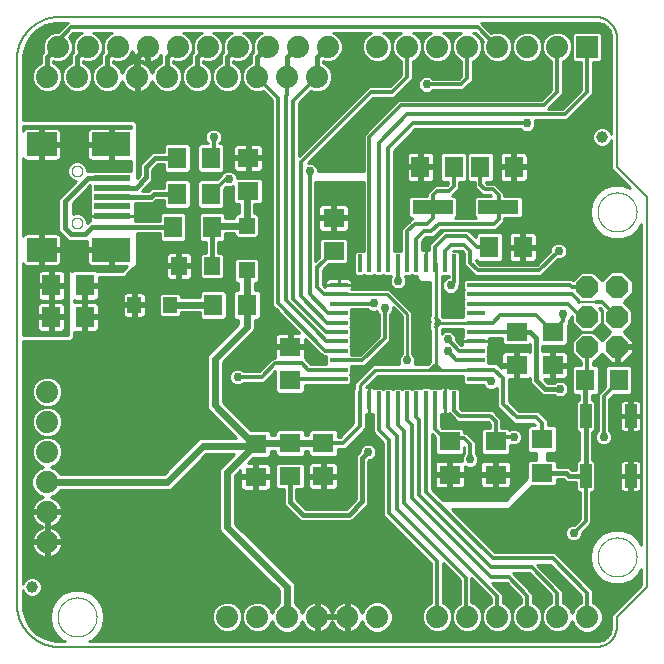
<source format=gtl>
G75*
%MOIN*%
%OFA0B0*%
%FSLAX25Y25*%
%IPPOS*%
%LPD*%
%AMOC8*
5,1,8,0,0,1.08239X$1,22.5*
%
%ADD10C,0.00800*%
%ADD11R,0.07087X0.06299*%
%ADD12R,0.06299X0.07098*%
%ADD13R,0.04724X0.05512*%
%ADD14R,0.07098X0.06299*%
%ADD15C,0.03937*%
%ADD16R,0.06299X0.07087*%
%ADD17R,0.05512X0.05512*%
%ADD18R,0.05512X0.06299*%
%ADD19R,0.05906X0.01378*%
%ADD20R,0.01378X0.05906*%
%ADD21R,0.12205X0.01969*%
%ADD22R,0.09843X0.07874*%
%ADD23R,0.12992X0.07874*%
%ADD24C,0.00000*%
%ADD25C,0.07400*%
%ADD26R,0.07400X0.07400*%
%ADD27OC8,0.07400*%
%ADD28R,0.03937X0.07874*%
%ADD29R,0.13780X0.04724*%
%ADD30C,0.02978*%
%ADD31C,0.01200*%
%ADD32C,0.01600*%
%ADD33C,0.02400*%
%ADD34C,0.01000*%
D10*
X0004500Y0016392D02*
X0004500Y0198108D01*
X0004504Y0198450D01*
X0004517Y0198791D01*
X0004537Y0199132D01*
X0004566Y0199473D01*
X0004603Y0199813D01*
X0004648Y0200151D01*
X0004702Y0200489D01*
X0004763Y0200825D01*
X0004833Y0201160D01*
X0004911Y0201492D01*
X0004997Y0201823D01*
X0005090Y0202152D01*
X0005192Y0202478D01*
X0005302Y0202802D01*
X0005419Y0203123D01*
X0005544Y0203441D01*
X0005677Y0203756D01*
X0005817Y0204067D01*
X0005965Y0204376D01*
X0006120Y0204680D01*
X0006282Y0204981D01*
X0006452Y0205277D01*
X0006629Y0205570D01*
X0006813Y0205858D01*
X0007003Y0206142D01*
X0007201Y0206420D01*
X0007405Y0206694D01*
X0007616Y0206964D01*
X0007833Y0207227D01*
X0008057Y0207486D01*
X0008286Y0207739D01*
X0008522Y0207986D01*
X0008764Y0208228D01*
X0009011Y0208464D01*
X0009264Y0208693D01*
X0009523Y0208917D01*
X0009786Y0209134D01*
X0010056Y0209345D01*
X0010330Y0209549D01*
X0010608Y0209747D01*
X0010892Y0209937D01*
X0011180Y0210121D01*
X0011473Y0210298D01*
X0011769Y0210468D01*
X0012070Y0210630D01*
X0012374Y0210785D01*
X0012683Y0210933D01*
X0012994Y0211073D01*
X0013309Y0211206D01*
X0013627Y0211331D01*
X0013948Y0211448D01*
X0014272Y0211558D01*
X0014598Y0211660D01*
X0014927Y0211753D01*
X0015258Y0211839D01*
X0015590Y0211917D01*
X0015925Y0211987D01*
X0016261Y0212048D01*
X0016599Y0212102D01*
X0016937Y0212147D01*
X0017277Y0212184D01*
X0017618Y0212213D01*
X0017959Y0212233D01*
X0018300Y0212246D01*
X0018642Y0212250D01*
X0197429Y0212250D01*
X0197600Y0212248D01*
X0197771Y0212242D01*
X0197941Y0212231D01*
X0198111Y0212217D01*
X0198281Y0212198D01*
X0198451Y0212176D01*
X0198619Y0212149D01*
X0198788Y0212118D01*
X0198955Y0212083D01*
X0199121Y0212045D01*
X0199287Y0212002D01*
X0199451Y0211955D01*
X0199614Y0211904D01*
X0199776Y0211849D01*
X0199936Y0211790D01*
X0200095Y0211728D01*
X0200253Y0211662D01*
X0200409Y0211592D01*
X0200563Y0211518D01*
X0200715Y0211440D01*
X0200865Y0211359D01*
X0201014Y0211274D01*
X0201160Y0211186D01*
X0201304Y0211094D01*
X0201446Y0210998D01*
X0201585Y0210900D01*
X0201722Y0210797D01*
X0201857Y0210692D01*
X0201989Y0210583D01*
X0202118Y0210472D01*
X0202244Y0210357D01*
X0202368Y0210239D01*
X0202489Y0210118D01*
X0202607Y0209994D01*
X0202722Y0209868D01*
X0202833Y0209739D01*
X0202942Y0209607D01*
X0203047Y0209472D01*
X0203150Y0209335D01*
X0203248Y0209196D01*
X0203344Y0209054D01*
X0203436Y0208910D01*
X0203524Y0208764D01*
X0203609Y0208615D01*
X0203690Y0208465D01*
X0203768Y0208313D01*
X0203842Y0208159D01*
X0203912Y0208003D01*
X0203978Y0207845D01*
X0204040Y0207686D01*
X0204099Y0207526D01*
X0204154Y0207364D01*
X0204205Y0207201D01*
X0204252Y0207037D01*
X0204295Y0206871D01*
X0204333Y0206705D01*
X0204368Y0206538D01*
X0204399Y0206369D01*
X0204426Y0206201D01*
X0204448Y0206031D01*
X0204467Y0205861D01*
X0204481Y0205691D01*
X0204492Y0205521D01*
X0204498Y0205350D01*
X0204500Y0205179D01*
X0204500Y0162250D01*
X0214500Y0152250D01*
X0214500Y0022250D01*
X0204500Y0012250D01*
X0204500Y0009321D01*
X0204498Y0009150D01*
X0204492Y0008979D01*
X0204481Y0008809D01*
X0204467Y0008639D01*
X0204448Y0008469D01*
X0204426Y0008299D01*
X0204399Y0008131D01*
X0204368Y0007962D01*
X0204333Y0007795D01*
X0204295Y0007629D01*
X0204252Y0007463D01*
X0204205Y0007299D01*
X0204154Y0007136D01*
X0204099Y0006974D01*
X0204040Y0006814D01*
X0203978Y0006655D01*
X0203912Y0006497D01*
X0203842Y0006341D01*
X0203768Y0006187D01*
X0203690Y0006035D01*
X0203609Y0005885D01*
X0203524Y0005736D01*
X0203436Y0005590D01*
X0203344Y0005446D01*
X0203248Y0005304D01*
X0203150Y0005165D01*
X0203047Y0005028D01*
X0202942Y0004893D01*
X0202833Y0004761D01*
X0202722Y0004632D01*
X0202607Y0004506D01*
X0202489Y0004382D01*
X0202368Y0004261D01*
X0202244Y0004143D01*
X0202118Y0004028D01*
X0201989Y0003917D01*
X0201857Y0003808D01*
X0201722Y0003703D01*
X0201585Y0003600D01*
X0201446Y0003502D01*
X0201304Y0003406D01*
X0201160Y0003314D01*
X0201014Y0003226D01*
X0200865Y0003141D01*
X0200715Y0003060D01*
X0200563Y0002982D01*
X0200409Y0002908D01*
X0200253Y0002838D01*
X0200095Y0002772D01*
X0199936Y0002710D01*
X0199776Y0002651D01*
X0199614Y0002596D01*
X0199451Y0002545D01*
X0199287Y0002498D01*
X0199121Y0002455D01*
X0198955Y0002417D01*
X0198788Y0002382D01*
X0198619Y0002351D01*
X0198451Y0002324D01*
X0198281Y0002302D01*
X0198111Y0002283D01*
X0197941Y0002269D01*
X0197771Y0002258D01*
X0197600Y0002252D01*
X0197429Y0002250D01*
X0018642Y0002250D01*
X0018300Y0002254D01*
X0017959Y0002267D01*
X0017618Y0002287D01*
X0017277Y0002316D01*
X0016937Y0002353D01*
X0016599Y0002398D01*
X0016261Y0002452D01*
X0015925Y0002513D01*
X0015590Y0002583D01*
X0015258Y0002661D01*
X0014927Y0002747D01*
X0014598Y0002840D01*
X0014272Y0002942D01*
X0013948Y0003052D01*
X0013627Y0003169D01*
X0013309Y0003294D01*
X0012994Y0003427D01*
X0012683Y0003567D01*
X0012374Y0003715D01*
X0012070Y0003870D01*
X0011769Y0004032D01*
X0011473Y0004202D01*
X0011180Y0004379D01*
X0010892Y0004563D01*
X0010608Y0004753D01*
X0010330Y0004951D01*
X0010056Y0005155D01*
X0009786Y0005366D01*
X0009523Y0005583D01*
X0009264Y0005807D01*
X0009011Y0006036D01*
X0008764Y0006272D01*
X0008522Y0006514D01*
X0008286Y0006761D01*
X0008057Y0007014D01*
X0007833Y0007273D01*
X0007616Y0007536D01*
X0007405Y0007806D01*
X0007201Y0008080D01*
X0007003Y0008358D01*
X0006813Y0008642D01*
X0006629Y0008930D01*
X0006452Y0009223D01*
X0006282Y0009519D01*
X0006120Y0009820D01*
X0005965Y0010124D01*
X0005817Y0010433D01*
X0005677Y0010744D01*
X0005544Y0011059D01*
X0005419Y0011377D01*
X0005302Y0011698D01*
X0005192Y0012022D01*
X0005090Y0012348D01*
X0004997Y0012677D01*
X0004911Y0013008D01*
X0004833Y0013340D01*
X0004763Y0013675D01*
X0004702Y0014011D01*
X0004648Y0014349D01*
X0004603Y0014687D01*
X0004566Y0015027D01*
X0004537Y0015368D01*
X0004517Y0015709D01*
X0004504Y0016050D01*
X0004500Y0016392D01*
X0191975Y0117250D02*
X0197625Y0117250D01*
D11*
X0183000Y0107262D03*
X0183000Y0096238D03*
X0171000Y0096238D03*
X0171000Y0107262D03*
X0164000Y0070762D03*
X0164000Y0059738D03*
X0148750Y0059738D03*
X0148750Y0070762D03*
X0106500Y0070262D03*
X0095500Y0070262D03*
X0084000Y0070012D03*
X0084000Y0058988D03*
X0095500Y0059238D03*
X0106500Y0059238D03*
X0110000Y0134238D03*
X0110000Y0145262D03*
X0081500Y0154238D03*
X0081500Y0165262D03*
D12*
X0069098Y0165250D03*
X0057902Y0165250D03*
X0057902Y0153250D03*
X0069098Y0153250D03*
X0069902Y0116250D03*
X0081098Y0116250D03*
X0027098Y0112250D03*
X0015902Y0112250D03*
D13*
X0043594Y0116250D03*
X0055406Y0116250D03*
D14*
X0095500Y0102348D03*
X0095500Y0091152D03*
X0179500Y0071474D03*
X0179500Y0060277D03*
D15*
X0199500Y0172250D03*
X0009500Y0022250D03*
D16*
X0015988Y0122750D03*
X0027012Y0122750D03*
X0056488Y0142250D03*
X0069512Y0142250D03*
X0138988Y0162250D03*
X0150012Y0162250D03*
X0158988Y0162250D03*
X0170012Y0162250D03*
X0173012Y0135500D03*
X0161988Y0135500D03*
X0193988Y0091250D03*
X0205012Y0091250D03*
D17*
X0081000Y0127770D03*
X0081000Y0142730D03*
D18*
X0069512Y0129250D03*
X0058488Y0129250D03*
D19*
X0111665Y0122998D03*
X0111665Y0119848D03*
X0111665Y0116699D03*
X0111665Y0113549D03*
X0111665Y0110400D03*
X0111665Y0107250D03*
X0111665Y0104100D03*
X0111665Y0100951D03*
X0111665Y0097801D03*
X0111665Y0094652D03*
X0111665Y0091502D03*
X0157335Y0091502D03*
X0157335Y0094652D03*
X0157335Y0097801D03*
X0157335Y0100951D03*
X0157335Y0104100D03*
X0157335Y0107250D03*
X0157335Y0110400D03*
X0157335Y0113549D03*
X0157335Y0116699D03*
X0157335Y0119848D03*
X0157335Y0122998D03*
D20*
X0150248Y0130085D03*
X0147098Y0130085D03*
X0143949Y0130085D03*
X0140799Y0130085D03*
X0137650Y0130085D03*
X0134500Y0130085D03*
X0131350Y0130085D03*
X0128201Y0130085D03*
X0125051Y0130085D03*
X0121902Y0130085D03*
X0118752Y0130085D03*
X0118752Y0084415D03*
X0121902Y0084415D03*
X0125051Y0084415D03*
X0128201Y0084415D03*
X0131350Y0084415D03*
X0134500Y0084415D03*
X0137650Y0084415D03*
X0140799Y0084415D03*
X0143949Y0084415D03*
X0147098Y0084415D03*
X0150248Y0084415D03*
D21*
X0036311Y0145951D03*
X0036311Y0149100D03*
X0036311Y0152250D03*
X0036311Y0155400D03*
X0036311Y0158549D03*
D22*
X0012689Y0169770D03*
X0012689Y0134730D03*
D23*
X0035917Y0134730D03*
X0035917Y0169770D03*
D24*
X0022728Y0160911D02*
X0022730Y0160995D01*
X0022736Y0161078D01*
X0022746Y0161161D01*
X0022760Y0161244D01*
X0022777Y0161326D01*
X0022799Y0161407D01*
X0022824Y0161486D01*
X0022853Y0161565D01*
X0022886Y0161642D01*
X0022922Y0161717D01*
X0022962Y0161791D01*
X0023005Y0161863D01*
X0023052Y0161932D01*
X0023102Y0161999D01*
X0023155Y0162064D01*
X0023211Y0162126D01*
X0023269Y0162186D01*
X0023331Y0162243D01*
X0023395Y0162296D01*
X0023462Y0162347D01*
X0023531Y0162394D01*
X0023602Y0162439D01*
X0023675Y0162479D01*
X0023750Y0162516D01*
X0023827Y0162550D01*
X0023905Y0162580D01*
X0023984Y0162606D01*
X0024065Y0162629D01*
X0024147Y0162647D01*
X0024229Y0162662D01*
X0024312Y0162673D01*
X0024395Y0162680D01*
X0024479Y0162683D01*
X0024563Y0162682D01*
X0024646Y0162677D01*
X0024730Y0162668D01*
X0024812Y0162655D01*
X0024894Y0162639D01*
X0024975Y0162618D01*
X0025056Y0162594D01*
X0025134Y0162566D01*
X0025212Y0162534D01*
X0025288Y0162498D01*
X0025362Y0162459D01*
X0025434Y0162417D01*
X0025504Y0162371D01*
X0025572Y0162322D01*
X0025637Y0162270D01*
X0025700Y0162215D01*
X0025760Y0162157D01*
X0025818Y0162096D01*
X0025872Y0162032D01*
X0025924Y0161966D01*
X0025972Y0161898D01*
X0026017Y0161827D01*
X0026058Y0161754D01*
X0026097Y0161680D01*
X0026131Y0161604D01*
X0026162Y0161526D01*
X0026189Y0161447D01*
X0026213Y0161366D01*
X0026232Y0161285D01*
X0026248Y0161203D01*
X0026260Y0161120D01*
X0026268Y0161036D01*
X0026272Y0160953D01*
X0026272Y0160869D01*
X0026268Y0160786D01*
X0026260Y0160702D01*
X0026248Y0160619D01*
X0026232Y0160537D01*
X0026213Y0160456D01*
X0026189Y0160375D01*
X0026162Y0160296D01*
X0026131Y0160218D01*
X0026097Y0160142D01*
X0026058Y0160068D01*
X0026017Y0159995D01*
X0025972Y0159924D01*
X0025924Y0159856D01*
X0025872Y0159790D01*
X0025818Y0159726D01*
X0025760Y0159665D01*
X0025700Y0159607D01*
X0025637Y0159552D01*
X0025572Y0159500D01*
X0025504Y0159451D01*
X0025434Y0159405D01*
X0025362Y0159363D01*
X0025288Y0159324D01*
X0025212Y0159288D01*
X0025134Y0159256D01*
X0025056Y0159228D01*
X0024975Y0159204D01*
X0024894Y0159183D01*
X0024812Y0159167D01*
X0024730Y0159154D01*
X0024646Y0159145D01*
X0024563Y0159140D01*
X0024479Y0159139D01*
X0024395Y0159142D01*
X0024312Y0159149D01*
X0024229Y0159160D01*
X0024147Y0159175D01*
X0024065Y0159193D01*
X0023984Y0159216D01*
X0023905Y0159242D01*
X0023827Y0159272D01*
X0023750Y0159306D01*
X0023675Y0159343D01*
X0023602Y0159383D01*
X0023531Y0159428D01*
X0023462Y0159475D01*
X0023395Y0159526D01*
X0023331Y0159579D01*
X0023269Y0159636D01*
X0023211Y0159696D01*
X0023155Y0159758D01*
X0023102Y0159823D01*
X0023052Y0159890D01*
X0023005Y0159959D01*
X0022962Y0160031D01*
X0022922Y0160105D01*
X0022886Y0160180D01*
X0022853Y0160257D01*
X0022824Y0160336D01*
X0022799Y0160415D01*
X0022777Y0160496D01*
X0022760Y0160578D01*
X0022746Y0160661D01*
X0022736Y0160744D01*
X0022730Y0160827D01*
X0022728Y0160911D01*
X0022728Y0143589D02*
X0022730Y0143673D01*
X0022736Y0143756D01*
X0022746Y0143839D01*
X0022760Y0143922D01*
X0022777Y0144004D01*
X0022799Y0144085D01*
X0022824Y0144164D01*
X0022853Y0144243D01*
X0022886Y0144320D01*
X0022922Y0144395D01*
X0022962Y0144469D01*
X0023005Y0144541D01*
X0023052Y0144610D01*
X0023102Y0144677D01*
X0023155Y0144742D01*
X0023211Y0144804D01*
X0023269Y0144864D01*
X0023331Y0144921D01*
X0023395Y0144974D01*
X0023462Y0145025D01*
X0023531Y0145072D01*
X0023602Y0145117D01*
X0023675Y0145157D01*
X0023750Y0145194D01*
X0023827Y0145228D01*
X0023905Y0145258D01*
X0023984Y0145284D01*
X0024065Y0145307D01*
X0024147Y0145325D01*
X0024229Y0145340D01*
X0024312Y0145351D01*
X0024395Y0145358D01*
X0024479Y0145361D01*
X0024563Y0145360D01*
X0024646Y0145355D01*
X0024730Y0145346D01*
X0024812Y0145333D01*
X0024894Y0145317D01*
X0024975Y0145296D01*
X0025056Y0145272D01*
X0025134Y0145244D01*
X0025212Y0145212D01*
X0025288Y0145176D01*
X0025362Y0145137D01*
X0025434Y0145095D01*
X0025504Y0145049D01*
X0025572Y0145000D01*
X0025637Y0144948D01*
X0025700Y0144893D01*
X0025760Y0144835D01*
X0025818Y0144774D01*
X0025872Y0144710D01*
X0025924Y0144644D01*
X0025972Y0144576D01*
X0026017Y0144505D01*
X0026058Y0144432D01*
X0026097Y0144358D01*
X0026131Y0144282D01*
X0026162Y0144204D01*
X0026189Y0144125D01*
X0026213Y0144044D01*
X0026232Y0143963D01*
X0026248Y0143881D01*
X0026260Y0143798D01*
X0026268Y0143714D01*
X0026272Y0143631D01*
X0026272Y0143547D01*
X0026268Y0143464D01*
X0026260Y0143380D01*
X0026248Y0143297D01*
X0026232Y0143215D01*
X0026213Y0143134D01*
X0026189Y0143053D01*
X0026162Y0142974D01*
X0026131Y0142896D01*
X0026097Y0142820D01*
X0026058Y0142746D01*
X0026017Y0142673D01*
X0025972Y0142602D01*
X0025924Y0142534D01*
X0025872Y0142468D01*
X0025818Y0142404D01*
X0025760Y0142343D01*
X0025700Y0142285D01*
X0025637Y0142230D01*
X0025572Y0142178D01*
X0025504Y0142129D01*
X0025434Y0142083D01*
X0025362Y0142041D01*
X0025288Y0142002D01*
X0025212Y0141966D01*
X0025134Y0141934D01*
X0025056Y0141906D01*
X0024975Y0141882D01*
X0024894Y0141861D01*
X0024812Y0141845D01*
X0024730Y0141832D01*
X0024646Y0141823D01*
X0024563Y0141818D01*
X0024479Y0141817D01*
X0024395Y0141820D01*
X0024312Y0141827D01*
X0024229Y0141838D01*
X0024147Y0141853D01*
X0024065Y0141871D01*
X0023984Y0141894D01*
X0023905Y0141920D01*
X0023827Y0141950D01*
X0023750Y0141984D01*
X0023675Y0142021D01*
X0023602Y0142061D01*
X0023531Y0142106D01*
X0023462Y0142153D01*
X0023395Y0142204D01*
X0023331Y0142257D01*
X0023269Y0142314D01*
X0023211Y0142374D01*
X0023155Y0142436D01*
X0023102Y0142501D01*
X0023052Y0142568D01*
X0023005Y0142637D01*
X0022962Y0142709D01*
X0022922Y0142783D01*
X0022886Y0142858D01*
X0022853Y0142935D01*
X0022824Y0143014D01*
X0022799Y0143093D01*
X0022777Y0143174D01*
X0022760Y0143256D01*
X0022746Y0143339D01*
X0022736Y0143422D01*
X0022730Y0143505D01*
X0022728Y0143589D01*
X0018000Y0012250D02*
X0018002Y0012411D01*
X0018008Y0012571D01*
X0018018Y0012732D01*
X0018032Y0012892D01*
X0018050Y0013052D01*
X0018071Y0013211D01*
X0018097Y0013370D01*
X0018127Y0013528D01*
X0018160Y0013685D01*
X0018198Y0013842D01*
X0018239Y0013997D01*
X0018284Y0014151D01*
X0018333Y0014304D01*
X0018386Y0014456D01*
X0018442Y0014607D01*
X0018503Y0014756D01*
X0018566Y0014904D01*
X0018634Y0015050D01*
X0018705Y0015194D01*
X0018779Y0015336D01*
X0018857Y0015477D01*
X0018939Y0015615D01*
X0019024Y0015752D01*
X0019112Y0015886D01*
X0019204Y0016018D01*
X0019299Y0016148D01*
X0019397Y0016276D01*
X0019498Y0016401D01*
X0019602Y0016523D01*
X0019709Y0016643D01*
X0019819Y0016760D01*
X0019932Y0016875D01*
X0020048Y0016986D01*
X0020167Y0017095D01*
X0020288Y0017200D01*
X0020412Y0017303D01*
X0020538Y0017403D01*
X0020666Y0017499D01*
X0020797Y0017592D01*
X0020931Y0017682D01*
X0021066Y0017769D01*
X0021204Y0017852D01*
X0021343Y0017932D01*
X0021485Y0018008D01*
X0021628Y0018081D01*
X0021773Y0018150D01*
X0021920Y0018216D01*
X0022068Y0018278D01*
X0022218Y0018336D01*
X0022369Y0018391D01*
X0022522Y0018442D01*
X0022676Y0018489D01*
X0022831Y0018532D01*
X0022987Y0018571D01*
X0023143Y0018607D01*
X0023301Y0018638D01*
X0023459Y0018666D01*
X0023618Y0018690D01*
X0023778Y0018710D01*
X0023938Y0018726D01*
X0024098Y0018738D01*
X0024259Y0018746D01*
X0024420Y0018750D01*
X0024580Y0018750D01*
X0024741Y0018746D01*
X0024902Y0018738D01*
X0025062Y0018726D01*
X0025222Y0018710D01*
X0025382Y0018690D01*
X0025541Y0018666D01*
X0025699Y0018638D01*
X0025857Y0018607D01*
X0026013Y0018571D01*
X0026169Y0018532D01*
X0026324Y0018489D01*
X0026478Y0018442D01*
X0026631Y0018391D01*
X0026782Y0018336D01*
X0026932Y0018278D01*
X0027080Y0018216D01*
X0027227Y0018150D01*
X0027372Y0018081D01*
X0027515Y0018008D01*
X0027657Y0017932D01*
X0027796Y0017852D01*
X0027934Y0017769D01*
X0028069Y0017682D01*
X0028203Y0017592D01*
X0028334Y0017499D01*
X0028462Y0017403D01*
X0028588Y0017303D01*
X0028712Y0017200D01*
X0028833Y0017095D01*
X0028952Y0016986D01*
X0029068Y0016875D01*
X0029181Y0016760D01*
X0029291Y0016643D01*
X0029398Y0016523D01*
X0029502Y0016401D01*
X0029603Y0016276D01*
X0029701Y0016148D01*
X0029796Y0016018D01*
X0029888Y0015886D01*
X0029976Y0015752D01*
X0030061Y0015615D01*
X0030143Y0015477D01*
X0030221Y0015336D01*
X0030295Y0015194D01*
X0030366Y0015050D01*
X0030434Y0014904D01*
X0030497Y0014756D01*
X0030558Y0014607D01*
X0030614Y0014456D01*
X0030667Y0014304D01*
X0030716Y0014151D01*
X0030761Y0013997D01*
X0030802Y0013842D01*
X0030840Y0013685D01*
X0030873Y0013528D01*
X0030903Y0013370D01*
X0030929Y0013211D01*
X0030950Y0013052D01*
X0030968Y0012892D01*
X0030982Y0012732D01*
X0030992Y0012571D01*
X0030998Y0012411D01*
X0031000Y0012250D01*
X0030998Y0012089D01*
X0030992Y0011929D01*
X0030982Y0011768D01*
X0030968Y0011608D01*
X0030950Y0011448D01*
X0030929Y0011289D01*
X0030903Y0011130D01*
X0030873Y0010972D01*
X0030840Y0010815D01*
X0030802Y0010658D01*
X0030761Y0010503D01*
X0030716Y0010349D01*
X0030667Y0010196D01*
X0030614Y0010044D01*
X0030558Y0009893D01*
X0030497Y0009744D01*
X0030434Y0009596D01*
X0030366Y0009450D01*
X0030295Y0009306D01*
X0030221Y0009164D01*
X0030143Y0009023D01*
X0030061Y0008885D01*
X0029976Y0008748D01*
X0029888Y0008614D01*
X0029796Y0008482D01*
X0029701Y0008352D01*
X0029603Y0008224D01*
X0029502Y0008099D01*
X0029398Y0007977D01*
X0029291Y0007857D01*
X0029181Y0007740D01*
X0029068Y0007625D01*
X0028952Y0007514D01*
X0028833Y0007405D01*
X0028712Y0007300D01*
X0028588Y0007197D01*
X0028462Y0007097D01*
X0028334Y0007001D01*
X0028203Y0006908D01*
X0028069Y0006818D01*
X0027934Y0006731D01*
X0027796Y0006648D01*
X0027657Y0006568D01*
X0027515Y0006492D01*
X0027372Y0006419D01*
X0027227Y0006350D01*
X0027080Y0006284D01*
X0026932Y0006222D01*
X0026782Y0006164D01*
X0026631Y0006109D01*
X0026478Y0006058D01*
X0026324Y0006011D01*
X0026169Y0005968D01*
X0026013Y0005929D01*
X0025857Y0005893D01*
X0025699Y0005862D01*
X0025541Y0005834D01*
X0025382Y0005810D01*
X0025222Y0005790D01*
X0025062Y0005774D01*
X0024902Y0005762D01*
X0024741Y0005754D01*
X0024580Y0005750D01*
X0024420Y0005750D01*
X0024259Y0005754D01*
X0024098Y0005762D01*
X0023938Y0005774D01*
X0023778Y0005790D01*
X0023618Y0005810D01*
X0023459Y0005834D01*
X0023301Y0005862D01*
X0023143Y0005893D01*
X0022987Y0005929D01*
X0022831Y0005968D01*
X0022676Y0006011D01*
X0022522Y0006058D01*
X0022369Y0006109D01*
X0022218Y0006164D01*
X0022068Y0006222D01*
X0021920Y0006284D01*
X0021773Y0006350D01*
X0021628Y0006419D01*
X0021485Y0006492D01*
X0021343Y0006568D01*
X0021204Y0006648D01*
X0021066Y0006731D01*
X0020931Y0006818D01*
X0020797Y0006908D01*
X0020666Y0007001D01*
X0020538Y0007097D01*
X0020412Y0007197D01*
X0020288Y0007300D01*
X0020167Y0007405D01*
X0020048Y0007514D01*
X0019932Y0007625D01*
X0019819Y0007740D01*
X0019709Y0007857D01*
X0019602Y0007977D01*
X0019498Y0008099D01*
X0019397Y0008224D01*
X0019299Y0008352D01*
X0019204Y0008482D01*
X0019112Y0008614D01*
X0019024Y0008748D01*
X0018939Y0008885D01*
X0018857Y0009023D01*
X0018779Y0009164D01*
X0018705Y0009306D01*
X0018634Y0009450D01*
X0018566Y0009596D01*
X0018503Y0009744D01*
X0018442Y0009893D01*
X0018386Y0010044D01*
X0018333Y0010196D01*
X0018284Y0010349D01*
X0018239Y0010503D01*
X0018198Y0010658D01*
X0018160Y0010815D01*
X0018127Y0010972D01*
X0018097Y0011130D01*
X0018071Y0011289D01*
X0018050Y0011448D01*
X0018032Y0011608D01*
X0018018Y0011768D01*
X0018008Y0011929D01*
X0018002Y0012089D01*
X0018000Y0012250D01*
X0198000Y0032250D02*
X0198002Y0032411D01*
X0198008Y0032571D01*
X0198018Y0032732D01*
X0198032Y0032892D01*
X0198050Y0033052D01*
X0198071Y0033211D01*
X0198097Y0033370D01*
X0198127Y0033528D01*
X0198160Y0033685D01*
X0198198Y0033842D01*
X0198239Y0033997D01*
X0198284Y0034151D01*
X0198333Y0034304D01*
X0198386Y0034456D01*
X0198442Y0034607D01*
X0198503Y0034756D01*
X0198566Y0034904D01*
X0198634Y0035050D01*
X0198705Y0035194D01*
X0198779Y0035336D01*
X0198857Y0035477D01*
X0198939Y0035615D01*
X0199024Y0035752D01*
X0199112Y0035886D01*
X0199204Y0036018D01*
X0199299Y0036148D01*
X0199397Y0036276D01*
X0199498Y0036401D01*
X0199602Y0036523D01*
X0199709Y0036643D01*
X0199819Y0036760D01*
X0199932Y0036875D01*
X0200048Y0036986D01*
X0200167Y0037095D01*
X0200288Y0037200D01*
X0200412Y0037303D01*
X0200538Y0037403D01*
X0200666Y0037499D01*
X0200797Y0037592D01*
X0200931Y0037682D01*
X0201066Y0037769D01*
X0201204Y0037852D01*
X0201343Y0037932D01*
X0201485Y0038008D01*
X0201628Y0038081D01*
X0201773Y0038150D01*
X0201920Y0038216D01*
X0202068Y0038278D01*
X0202218Y0038336D01*
X0202369Y0038391D01*
X0202522Y0038442D01*
X0202676Y0038489D01*
X0202831Y0038532D01*
X0202987Y0038571D01*
X0203143Y0038607D01*
X0203301Y0038638D01*
X0203459Y0038666D01*
X0203618Y0038690D01*
X0203778Y0038710D01*
X0203938Y0038726D01*
X0204098Y0038738D01*
X0204259Y0038746D01*
X0204420Y0038750D01*
X0204580Y0038750D01*
X0204741Y0038746D01*
X0204902Y0038738D01*
X0205062Y0038726D01*
X0205222Y0038710D01*
X0205382Y0038690D01*
X0205541Y0038666D01*
X0205699Y0038638D01*
X0205857Y0038607D01*
X0206013Y0038571D01*
X0206169Y0038532D01*
X0206324Y0038489D01*
X0206478Y0038442D01*
X0206631Y0038391D01*
X0206782Y0038336D01*
X0206932Y0038278D01*
X0207080Y0038216D01*
X0207227Y0038150D01*
X0207372Y0038081D01*
X0207515Y0038008D01*
X0207657Y0037932D01*
X0207796Y0037852D01*
X0207934Y0037769D01*
X0208069Y0037682D01*
X0208203Y0037592D01*
X0208334Y0037499D01*
X0208462Y0037403D01*
X0208588Y0037303D01*
X0208712Y0037200D01*
X0208833Y0037095D01*
X0208952Y0036986D01*
X0209068Y0036875D01*
X0209181Y0036760D01*
X0209291Y0036643D01*
X0209398Y0036523D01*
X0209502Y0036401D01*
X0209603Y0036276D01*
X0209701Y0036148D01*
X0209796Y0036018D01*
X0209888Y0035886D01*
X0209976Y0035752D01*
X0210061Y0035615D01*
X0210143Y0035477D01*
X0210221Y0035336D01*
X0210295Y0035194D01*
X0210366Y0035050D01*
X0210434Y0034904D01*
X0210497Y0034756D01*
X0210558Y0034607D01*
X0210614Y0034456D01*
X0210667Y0034304D01*
X0210716Y0034151D01*
X0210761Y0033997D01*
X0210802Y0033842D01*
X0210840Y0033685D01*
X0210873Y0033528D01*
X0210903Y0033370D01*
X0210929Y0033211D01*
X0210950Y0033052D01*
X0210968Y0032892D01*
X0210982Y0032732D01*
X0210992Y0032571D01*
X0210998Y0032411D01*
X0211000Y0032250D01*
X0210998Y0032089D01*
X0210992Y0031929D01*
X0210982Y0031768D01*
X0210968Y0031608D01*
X0210950Y0031448D01*
X0210929Y0031289D01*
X0210903Y0031130D01*
X0210873Y0030972D01*
X0210840Y0030815D01*
X0210802Y0030658D01*
X0210761Y0030503D01*
X0210716Y0030349D01*
X0210667Y0030196D01*
X0210614Y0030044D01*
X0210558Y0029893D01*
X0210497Y0029744D01*
X0210434Y0029596D01*
X0210366Y0029450D01*
X0210295Y0029306D01*
X0210221Y0029164D01*
X0210143Y0029023D01*
X0210061Y0028885D01*
X0209976Y0028748D01*
X0209888Y0028614D01*
X0209796Y0028482D01*
X0209701Y0028352D01*
X0209603Y0028224D01*
X0209502Y0028099D01*
X0209398Y0027977D01*
X0209291Y0027857D01*
X0209181Y0027740D01*
X0209068Y0027625D01*
X0208952Y0027514D01*
X0208833Y0027405D01*
X0208712Y0027300D01*
X0208588Y0027197D01*
X0208462Y0027097D01*
X0208334Y0027001D01*
X0208203Y0026908D01*
X0208069Y0026818D01*
X0207934Y0026731D01*
X0207796Y0026648D01*
X0207657Y0026568D01*
X0207515Y0026492D01*
X0207372Y0026419D01*
X0207227Y0026350D01*
X0207080Y0026284D01*
X0206932Y0026222D01*
X0206782Y0026164D01*
X0206631Y0026109D01*
X0206478Y0026058D01*
X0206324Y0026011D01*
X0206169Y0025968D01*
X0206013Y0025929D01*
X0205857Y0025893D01*
X0205699Y0025862D01*
X0205541Y0025834D01*
X0205382Y0025810D01*
X0205222Y0025790D01*
X0205062Y0025774D01*
X0204902Y0025762D01*
X0204741Y0025754D01*
X0204580Y0025750D01*
X0204420Y0025750D01*
X0204259Y0025754D01*
X0204098Y0025762D01*
X0203938Y0025774D01*
X0203778Y0025790D01*
X0203618Y0025810D01*
X0203459Y0025834D01*
X0203301Y0025862D01*
X0203143Y0025893D01*
X0202987Y0025929D01*
X0202831Y0025968D01*
X0202676Y0026011D01*
X0202522Y0026058D01*
X0202369Y0026109D01*
X0202218Y0026164D01*
X0202068Y0026222D01*
X0201920Y0026284D01*
X0201773Y0026350D01*
X0201628Y0026419D01*
X0201485Y0026492D01*
X0201343Y0026568D01*
X0201204Y0026648D01*
X0201066Y0026731D01*
X0200931Y0026818D01*
X0200797Y0026908D01*
X0200666Y0027001D01*
X0200538Y0027097D01*
X0200412Y0027197D01*
X0200288Y0027300D01*
X0200167Y0027405D01*
X0200048Y0027514D01*
X0199932Y0027625D01*
X0199819Y0027740D01*
X0199709Y0027857D01*
X0199602Y0027977D01*
X0199498Y0028099D01*
X0199397Y0028224D01*
X0199299Y0028352D01*
X0199204Y0028482D01*
X0199112Y0028614D01*
X0199024Y0028748D01*
X0198939Y0028885D01*
X0198857Y0029023D01*
X0198779Y0029164D01*
X0198705Y0029306D01*
X0198634Y0029450D01*
X0198566Y0029596D01*
X0198503Y0029744D01*
X0198442Y0029893D01*
X0198386Y0030044D01*
X0198333Y0030196D01*
X0198284Y0030349D01*
X0198239Y0030503D01*
X0198198Y0030658D01*
X0198160Y0030815D01*
X0198127Y0030972D01*
X0198097Y0031130D01*
X0198071Y0031289D01*
X0198050Y0031448D01*
X0198032Y0031608D01*
X0198018Y0031768D01*
X0198008Y0031929D01*
X0198002Y0032089D01*
X0198000Y0032250D01*
X0198000Y0147250D02*
X0198002Y0147411D01*
X0198008Y0147571D01*
X0198018Y0147732D01*
X0198032Y0147892D01*
X0198050Y0148052D01*
X0198071Y0148211D01*
X0198097Y0148370D01*
X0198127Y0148528D01*
X0198160Y0148685D01*
X0198198Y0148842D01*
X0198239Y0148997D01*
X0198284Y0149151D01*
X0198333Y0149304D01*
X0198386Y0149456D01*
X0198442Y0149607D01*
X0198503Y0149756D01*
X0198566Y0149904D01*
X0198634Y0150050D01*
X0198705Y0150194D01*
X0198779Y0150336D01*
X0198857Y0150477D01*
X0198939Y0150615D01*
X0199024Y0150752D01*
X0199112Y0150886D01*
X0199204Y0151018D01*
X0199299Y0151148D01*
X0199397Y0151276D01*
X0199498Y0151401D01*
X0199602Y0151523D01*
X0199709Y0151643D01*
X0199819Y0151760D01*
X0199932Y0151875D01*
X0200048Y0151986D01*
X0200167Y0152095D01*
X0200288Y0152200D01*
X0200412Y0152303D01*
X0200538Y0152403D01*
X0200666Y0152499D01*
X0200797Y0152592D01*
X0200931Y0152682D01*
X0201066Y0152769D01*
X0201204Y0152852D01*
X0201343Y0152932D01*
X0201485Y0153008D01*
X0201628Y0153081D01*
X0201773Y0153150D01*
X0201920Y0153216D01*
X0202068Y0153278D01*
X0202218Y0153336D01*
X0202369Y0153391D01*
X0202522Y0153442D01*
X0202676Y0153489D01*
X0202831Y0153532D01*
X0202987Y0153571D01*
X0203143Y0153607D01*
X0203301Y0153638D01*
X0203459Y0153666D01*
X0203618Y0153690D01*
X0203778Y0153710D01*
X0203938Y0153726D01*
X0204098Y0153738D01*
X0204259Y0153746D01*
X0204420Y0153750D01*
X0204580Y0153750D01*
X0204741Y0153746D01*
X0204902Y0153738D01*
X0205062Y0153726D01*
X0205222Y0153710D01*
X0205382Y0153690D01*
X0205541Y0153666D01*
X0205699Y0153638D01*
X0205857Y0153607D01*
X0206013Y0153571D01*
X0206169Y0153532D01*
X0206324Y0153489D01*
X0206478Y0153442D01*
X0206631Y0153391D01*
X0206782Y0153336D01*
X0206932Y0153278D01*
X0207080Y0153216D01*
X0207227Y0153150D01*
X0207372Y0153081D01*
X0207515Y0153008D01*
X0207657Y0152932D01*
X0207796Y0152852D01*
X0207934Y0152769D01*
X0208069Y0152682D01*
X0208203Y0152592D01*
X0208334Y0152499D01*
X0208462Y0152403D01*
X0208588Y0152303D01*
X0208712Y0152200D01*
X0208833Y0152095D01*
X0208952Y0151986D01*
X0209068Y0151875D01*
X0209181Y0151760D01*
X0209291Y0151643D01*
X0209398Y0151523D01*
X0209502Y0151401D01*
X0209603Y0151276D01*
X0209701Y0151148D01*
X0209796Y0151018D01*
X0209888Y0150886D01*
X0209976Y0150752D01*
X0210061Y0150615D01*
X0210143Y0150477D01*
X0210221Y0150336D01*
X0210295Y0150194D01*
X0210366Y0150050D01*
X0210434Y0149904D01*
X0210497Y0149756D01*
X0210558Y0149607D01*
X0210614Y0149456D01*
X0210667Y0149304D01*
X0210716Y0149151D01*
X0210761Y0148997D01*
X0210802Y0148842D01*
X0210840Y0148685D01*
X0210873Y0148528D01*
X0210903Y0148370D01*
X0210929Y0148211D01*
X0210950Y0148052D01*
X0210968Y0147892D01*
X0210982Y0147732D01*
X0210992Y0147571D01*
X0210998Y0147411D01*
X0211000Y0147250D01*
X0210998Y0147089D01*
X0210992Y0146929D01*
X0210982Y0146768D01*
X0210968Y0146608D01*
X0210950Y0146448D01*
X0210929Y0146289D01*
X0210903Y0146130D01*
X0210873Y0145972D01*
X0210840Y0145815D01*
X0210802Y0145658D01*
X0210761Y0145503D01*
X0210716Y0145349D01*
X0210667Y0145196D01*
X0210614Y0145044D01*
X0210558Y0144893D01*
X0210497Y0144744D01*
X0210434Y0144596D01*
X0210366Y0144450D01*
X0210295Y0144306D01*
X0210221Y0144164D01*
X0210143Y0144023D01*
X0210061Y0143885D01*
X0209976Y0143748D01*
X0209888Y0143614D01*
X0209796Y0143482D01*
X0209701Y0143352D01*
X0209603Y0143224D01*
X0209502Y0143099D01*
X0209398Y0142977D01*
X0209291Y0142857D01*
X0209181Y0142740D01*
X0209068Y0142625D01*
X0208952Y0142514D01*
X0208833Y0142405D01*
X0208712Y0142300D01*
X0208588Y0142197D01*
X0208462Y0142097D01*
X0208334Y0142001D01*
X0208203Y0141908D01*
X0208069Y0141818D01*
X0207934Y0141731D01*
X0207796Y0141648D01*
X0207657Y0141568D01*
X0207515Y0141492D01*
X0207372Y0141419D01*
X0207227Y0141350D01*
X0207080Y0141284D01*
X0206932Y0141222D01*
X0206782Y0141164D01*
X0206631Y0141109D01*
X0206478Y0141058D01*
X0206324Y0141011D01*
X0206169Y0140968D01*
X0206013Y0140929D01*
X0205857Y0140893D01*
X0205699Y0140862D01*
X0205541Y0140834D01*
X0205382Y0140810D01*
X0205222Y0140790D01*
X0205062Y0140774D01*
X0204902Y0140762D01*
X0204741Y0140754D01*
X0204580Y0140750D01*
X0204420Y0140750D01*
X0204259Y0140754D01*
X0204098Y0140762D01*
X0203938Y0140774D01*
X0203778Y0140790D01*
X0203618Y0140810D01*
X0203459Y0140834D01*
X0203301Y0140862D01*
X0203143Y0140893D01*
X0202987Y0140929D01*
X0202831Y0140968D01*
X0202676Y0141011D01*
X0202522Y0141058D01*
X0202369Y0141109D01*
X0202218Y0141164D01*
X0202068Y0141222D01*
X0201920Y0141284D01*
X0201773Y0141350D01*
X0201628Y0141419D01*
X0201485Y0141492D01*
X0201343Y0141568D01*
X0201204Y0141648D01*
X0201066Y0141731D01*
X0200931Y0141818D01*
X0200797Y0141908D01*
X0200666Y0142001D01*
X0200538Y0142097D01*
X0200412Y0142197D01*
X0200288Y0142300D01*
X0200167Y0142405D01*
X0200048Y0142514D01*
X0199932Y0142625D01*
X0199819Y0142740D01*
X0199709Y0142857D01*
X0199602Y0142977D01*
X0199498Y0143099D01*
X0199397Y0143224D01*
X0199299Y0143352D01*
X0199204Y0143482D01*
X0199112Y0143614D01*
X0199024Y0143748D01*
X0198939Y0143885D01*
X0198857Y0144023D01*
X0198779Y0144164D01*
X0198705Y0144306D01*
X0198634Y0144450D01*
X0198566Y0144596D01*
X0198503Y0144744D01*
X0198442Y0144893D01*
X0198386Y0145044D01*
X0198333Y0145196D01*
X0198284Y0145349D01*
X0198239Y0145503D01*
X0198198Y0145658D01*
X0198160Y0145815D01*
X0198127Y0145972D01*
X0198097Y0146130D01*
X0198071Y0146289D01*
X0198050Y0146448D01*
X0198032Y0146608D01*
X0198018Y0146768D01*
X0198008Y0146929D01*
X0198002Y0147089D01*
X0198000Y0147250D01*
D25*
X0184500Y0202250D03*
X0174500Y0202250D03*
X0164500Y0202250D03*
X0154500Y0202250D03*
X0144500Y0202250D03*
X0134500Y0202250D03*
X0124500Y0202250D03*
X0108000Y0202250D03*
X0098000Y0202250D03*
X0088000Y0202250D03*
X0078000Y0202250D03*
X0068000Y0202250D03*
X0058000Y0202250D03*
X0048000Y0202250D03*
X0038000Y0202250D03*
X0028000Y0202250D03*
X0018000Y0202250D03*
X0014500Y0192250D03*
X0024500Y0192250D03*
X0034500Y0192250D03*
X0044500Y0192250D03*
X0054500Y0192250D03*
X0064500Y0192250D03*
X0074500Y0192250D03*
X0084500Y0192250D03*
X0094500Y0192250D03*
X0104500Y0192250D03*
X0014500Y0087250D03*
X0014500Y0077250D03*
X0014500Y0067250D03*
X0014500Y0057250D03*
X0014500Y0047250D03*
X0014500Y0037250D03*
X0074500Y0012250D03*
X0084500Y0012250D03*
X0094500Y0012250D03*
X0104500Y0012250D03*
X0114500Y0012250D03*
X0124500Y0012250D03*
X0144500Y0012250D03*
X0154500Y0012250D03*
X0164500Y0012250D03*
X0174500Y0012250D03*
X0184500Y0012250D03*
X0194500Y0012250D03*
D26*
X0194500Y0202250D03*
D27*
X0194500Y0122250D03*
X0194500Y0112250D03*
X0194500Y0102250D03*
X0204500Y0102250D03*
X0204500Y0112250D03*
X0204500Y0122250D03*
D28*
X0209000Y0079250D03*
X0194000Y0079250D03*
X0194000Y0059250D03*
X0209000Y0059250D03*
D29*
X0164925Y0148750D03*
X0143075Y0148750D03*
D30*
X0136000Y0156250D03*
X0136000Y0168250D03*
X0115500Y0168250D03*
X0109500Y0162250D03*
X0102000Y0160750D03*
X0087000Y0147750D03*
X0075000Y0158250D03*
X0075500Y0170250D03*
X0070000Y0172250D03*
X0059500Y0177250D03*
X0059500Y0187250D03*
X0069500Y0187250D03*
X0079500Y0187250D03*
X0100000Y0182250D03*
X0109500Y0182250D03*
X0114500Y0192250D03*
X0129500Y0197250D03*
X0139500Y0197250D03*
X0141000Y0189750D03*
X0149500Y0197250D03*
X0159500Y0197250D03*
X0169500Y0197250D03*
X0179500Y0197250D03*
X0189000Y0196750D03*
X0189500Y0187250D03*
X0199500Y0177250D03*
X0199500Y0167250D03*
X0199500Y0162250D03*
X0189500Y0157250D03*
X0189500Y0167250D03*
X0179500Y0167250D03*
X0173500Y0168250D03*
X0174500Y0176750D03*
X0179500Y0157250D03*
X0173500Y0156250D03*
X0167500Y0140250D03*
X0167500Y0130750D03*
X0185000Y0134250D03*
X0189500Y0137250D03*
X0189500Y0144250D03*
X0208500Y0127250D03*
X0208500Y0107250D03*
X0189500Y0097250D03*
X0185500Y0088250D03*
X0184500Y0082250D03*
X0188500Y0082250D03*
X0200000Y0072250D03*
X0188500Y0067250D03*
X0199500Y0052250D03*
X0209500Y0047250D03*
X0190000Y0040250D03*
X0184500Y0047250D03*
X0174500Y0047250D03*
X0174500Y0037250D03*
X0164500Y0037250D03*
X0159500Y0017250D03*
X0149500Y0017250D03*
X0139500Y0017250D03*
X0129500Y0017250D03*
X0119500Y0017250D03*
X0109500Y0017250D03*
X0124500Y0037250D03*
X0129500Y0037250D03*
X0124500Y0052250D03*
X0114500Y0052250D03*
X0114500Y0062250D03*
X0121500Y0067250D03*
X0112000Y0080750D03*
X0099500Y0080750D03*
X0089500Y0080750D03*
X0078000Y0092250D03*
X0083000Y0096750D03*
X0089500Y0112250D03*
X0087000Y0122750D03*
X0087000Y0129750D03*
X0061500Y0135750D03*
X0050875Y0133625D03*
X0050875Y0125625D03*
X0061500Y0122750D03*
X0044500Y0107250D03*
X0044500Y0102250D03*
X0044500Y0092250D03*
X0044500Y0082250D03*
X0044500Y0072250D03*
X0044500Y0062250D03*
X0044500Y0052250D03*
X0044500Y0042250D03*
X0029500Y0042250D03*
X0029500Y0052250D03*
X0029500Y0062250D03*
X0029500Y0072250D03*
X0019500Y0072250D03*
X0029500Y0082250D03*
X0029500Y0092250D03*
X0029500Y0102250D03*
X0033500Y0107750D03*
X0033500Y0117750D03*
X0033500Y0123250D03*
X0014500Y0102250D03*
X0059500Y0092250D03*
X0064500Y0082250D03*
X0069500Y0064250D03*
X0059500Y0052250D03*
X0059500Y0042250D03*
X0079500Y0052250D03*
X0089500Y0037250D03*
X0099500Y0052250D03*
X0125000Y0091250D03*
X0134500Y0097750D03*
X0139500Y0097750D03*
X0139500Y0091250D03*
X0144500Y0091250D03*
X0148000Y0100750D03*
X0148000Y0104750D03*
X0139500Y0110250D03*
X0149000Y0117750D03*
X0149000Y0122750D03*
X0141000Y0137250D03*
X0131500Y0124250D03*
X0123500Y0116750D03*
X0127000Y0115250D03*
X0118000Y0107750D03*
X0104500Y0097750D03*
X0155500Y0064750D03*
X0170000Y0072250D03*
X0162500Y0084250D03*
X0162500Y0090750D03*
X0171000Y0090250D03*
X0164500Y0101250D03*
X0186500Y0113375D03*
X0199500Y0022250D03*
X0189500Y0017250D03*
X0179500Y0017250D03*
X0169500Y0017250D03*
X0059500Y0012250D03*
X0059500Y0022250D03*
X0044500Y0022250D03*
X0044500Y0012250D03*
X0019500Y0022250D03*
X0046875Y0145625D03*
X0046875Y0148625D03*
X0026875Y0148625D03*
X0026875Y0152125D03*
X0049500Y0177250D03*
X0049500Y0187250D03*
X0029500Y0182250D03*
X0019500Y0182250D03*
D31*
X0018000Y0202250D02*
X0018000Y0204250D01*
X0022500Y0208750D01*
X0158000Y0208750D01*
X0164500Y0202250D01*
X0154500Y0202250D02*
X0154500Y0191750D01*
X0152500Y0189750D01*
X0141000Y0189750D01*
X0134500Y0192250D02*
X0134500Y0202250D01*
X0134500Y0192250D02*
X0129500Y0187250D01*
X0122500Y0187250D01*
X0099000Y0163750D01*
X0099000Y0119250D01*
X0107850Y0110400D01*
X0111665Y0110400D01*
X0108850Y0110400D01*
X0108201Y0113549D02*
X0102000Y0119750D01*
X0102000Y0160750D01*
X0121902Y0172152D02*
X0132500Y0182750D01*
X0180000Y0182750D01*
X0184500Y0187250D01*
X0184500Y0202250D01*
X0194500Y0202250D02*
X0194500Y0187250D01*
X0187000Y0179750D01*
X0134500Y0179750D01*
X0125051Y0170301D01*
X0125051Y0130085D01*
X0121902Y0130085D02*
X0121902Y0172152D01*
X0128201Y0168451D02*
X0136500Y0176750D01*
X0174500Y0176750D01*
X0158988Y0162250D02*
X0158988Y0156262D01*
X0160500Y0154750D01*
X0163000Y0154750D01*
X0165000Y0152750D01*
X0165000Y0148825D01*
X0164925Y0148750D01*
X0165000Y0148675D01*
X0165000Y0144750D01*
X0163500Y0143250D01*
X0145000Y0143250D01*
X0142500Y0140750D01*
X0140000Y0140750D01*
X0137650Y0138400D01*
X0137650Y0130085D01*
X0134500Y0130085D02*
X0134500Y0140750D01*
X0137000Y0143250D01*
X0141000Y0143250D01*
X0143000Y0145250D01*
X0143000Y0148675D01*
X0143075Y0148750D01*
X0143000Y0148825D01*
X0143000Y0152750D01*
X0144500Y0154250D01*
X0148500Y0154250D01*
X0150012Y0155762D01*
X0150012Y0162250D01*
X0128201Y0168451D02*
X0128201Y0130085D01*
X0131350Y0130085D02*
X0131350Y0124400D01*
X0131500Y0124250D01*
X0123500Y0116750D02*
X0121051Y0116699D01*
X0111665Y0116699D01*
X0111665Y0119848D02*
X0106902Y0119848D01*
X0104500Y0122250D01*
X0104500Y0128750D01*
X0106488Y0130738D01*
X0110000Y0134238D01*
X0096500Y0118250D02*
X0096500Y0184250D01*
X0104500Y0192250D01*
X0094500Y0192250D02*
X0094500Y0186250D01*
X0094000Y0185750D01*
X0094000Y0117750D01*
X0104000Y0107750D01*
X0104000Y0107750D01*
X0107625Y0104125D01*
X0111641Y0104125D01*
X0111665Y0104100D01*
X0111616Y0101000D02*
X0107250Y0101000D01*
X0091500Y0116750D01*
X0091500Y0185250D01*
X0084500Y0192250D01*
X0070000Y0172250D02*
X0070000Y0165652D01*
X0069098Y0165250D01*
X0074098Y0158250D02*
X0069098Y0153250D01*
X0069500Y0154652D01*
X0074098Y0158250D02*
X0075000Y0158250D01*
X0059500Y0167250D02*
X0058500Y0166250D01*
X0058500Y0165250D01*
X0057902Y0165250D01*
X0096500Y0118250D02*
X0107500Y0107250D01*
X0111665Y0107250D01*
X0111616Y0101000D02*
X0111665Y0100951D01*
X0111665Y0097801D02*
X0119551Y0097801D01*
X0127000Y0105250D01*
X0127000Y0115250D01*
X0111665Y0113549D02*
X0108201Y0113549D01*
X0099500Y0096750D02*
X0090500Y0096750D01*
X0086000Y0092250D01*
X0078000Y0092250D01*
X0095500Y0091152D02*
X0095850Y0091502D01*
X0111665Y0091502D01*
X0111665Y0094652D02*
X0101598Y0094652D01*
X0099500Y0096750D01*
X0118752Y0084415D02*
X0118752Y0076002D01*
X0113000Y0070250D01*
X0106512Y0070250D01*
X0106500Y0070262D01*
X0125051Y0074574D02*
X0128500Y0071125D01*
X0128500Y0046750D01*
X0144500Y0030750D01*
X0144500Y0012250D01*
X0154000Y0012750D02*
X0154500Y0012250D01*
X0154000Y0012750D02*
X0154000Y0025250D01*
X0131000Y0048250D01*
X0131000Y0072625D01*
X0128201Y0075424D01*
X0128201Y0084415D01*
X0131350Y0084415D02*
X0131350Y0076400D01*
X0133500Y0074250D01*
X0133500Y0050250D01*
X0164500Y0019250D01*
X0164500Y0012250D01*
X0174500Y0012250D02*
X0174500Y0019250D01*
X0168500Y0025500D01*
X0162500Y0025500D01*
X0136000Y0051750D01*
X0136000Y0076375D01*
X0134500Y0077875D01*
X0134500Y0084415D01*
X0137500Y0084266D02*
X0137650Y0084415D01*
X0137650Y0078850D01*
X0138500Y0078000D01*
X0138500Y0052750D01*
X0162500Y0028750D01*
X0176000Y0028750D01*
X0184500Y0020250D01*
X0184500Y0012250D01*
X0194500Y0012250D02*
X0194500Y0020250D01*
X0183000Y0031750D01*
X0163000Y0031750D01*
X0140799Y0053951D01*
X0140799Y0084415D01*
X0143949Y0084415D02*
X0143949Y0074801D01*
X0148500Y0070250D01*
X0148738Y0071250D01*
X0148750Y0070762D01*
X0148762Y0071750D01*
X0153500Y0071750D01*
X0155500Y0069750D01*
X0155500Y0064750D01*
X0164000Y0070762D02*
X0164000Y0077500D01*
X0162250Y0079250D01*
X0152000Y0079250D01*
X0150248Y0081002D01*
X0150248Y0084415D01*
X0157335Y0091502D02*
X0161748Y0091502D01*
X0162500Y0090750D01*
X0163598Y0094652D02*
X0166500Y0091750D01*
X0166500Y0083250D01*
X0171000Y0078750D01*
X0177500Y0078750D01*
X0179500Y0076750D01*
X0179500Y0071474D01*
X0170000Y0072250D02*
X0164000Y0072250D01*
X0164000Y0070762D01*
X0163598Y0094652D02*
X0157335Y0094652D01*
X0157335Y0097801D02*
X0150949Y0097801D01*
X0148000Y0100750D01*
X0151799Y0100951D02*
X0148000Y0104750D01*
X0151799Y0100951D02*
X0157335Y0100951D01*
X0157335Y0107250D02*
X0157346Y0107262D01*
X0171000Y0107262D01*
X0165500Y0112750D02*
X0177512Y0112750D01*
X0183000Y0107262D01*
X0186500Y0110762D01*
X0186500Y0113375D01*
X0188176Y0116699D02*
X0192625Y0112250D01*
X0194475Y0112250D01*
X0194500Y0112225D01*
X0191975Y0117250D02*
X0191500Y0117750D01*
X0189500Y0119750D01*
X0157433Y0119750D01*
X0157335Y0119848D01*
X0157335Y0116699D02*
X0188176Y0116699D01*
X0189500Y0122250D02*
X0194475Y0122250D01*
X0194500Y0122225D01*
X0189500Y0122250D02*
X0188752Y0122998D01*
X0157335Y0122998D01*
X0158000Y0127750D02*
X0178500Y0127750D01*
X0185000Y0134250D01*
X0197625Y0117250D02*
X0199475Y0117250D01*
X0204500Y0112225D01*
X0194500Y0102250D02*
X0194500Y0091762D01*
X0193988Y0091250D01*
X0200000Y0085750D02*
X0200000Y0072250D01*
X0194000Y0079250D02*
X0193988Y0079262D01*
X0200000Y0085750D02*
X0205012Y0090762D01*
X0205012Y0091250D01*
X0194000Y0059250D02*
X0193500Y0059250D01*
X0194000Y0057250D02*
X0194000Y0044250D01*
X0190000Y0040250D01*
X0145500Y0094750D02*
X0144000Y0096250D01*
X0142500Y0094750D01*
X0144000Y0095152D02*
X0144000Y0096250D01*
X0144000Y0108750D02*
X0145500Y0110250D01*
X0144000Y0111750D01*
X0144650Y0110400D02*
X0144000Y0109750D01*
X0157335Y0110400D02*
X0163150Y0110400D01*
X0165500Y0112750D01*
X0158000Y0127750D02*
X0155500Y0130250D01*
X0155500Y0134250D01*
X0153500Y0136250D01*
X0149000Y0136250D01*
X0147098Y0134348D01*
X0147098Y0130085D01*
X0144000Y0130033D02*
X0143949Y0130085D01*
X0143949Y0135699D01*
X0147500Y0139250D01*
X0154000Y0139250D01*
X0157750Y0135500D01*
X0161988Y0135500D01*
X0150248Y0130085D02*
X0150248Y0123998D01*
X0149000Y0122750D01*
X0125051Y0084415D02*
X0125051Y0074574D01*
D32*
X0121500Y0067250D02*
X0121496Y0067250D01*
X0119496Y0065246D01*
X0119500Y0061750D01*
X0119500Y0050750D01*
X0115000Y0046250D01*
X0099801Y0046250D01*
X0095500Y0050551D01*
X0095500Y0059238D01*
X0081098Y0116250D02*
X0081000Y0116348D01*
X0069512Y0129250D02*
X0069512Y0142250D01*
X0056488Y0142250D02*
X0029500Y0142250D01*
X0027000Y0139750D01*
X0022500Y0139750D01*
X0020500Y0141750D01*
X0020500Y0150750D01*
X0028299Y0158549D01*
X0036311Y0158549D01*
X0036311Y0155400D02*
X0044150Y0155400D01*
X0047500Y0158750D01*
X0047500Y0162250D01*
X0050500Y0165250D01*
X0057902Y0165250D01*
X0057902Y0153250D02*
X0050000Y0153250D01*
X0049000Y0152250D01*
X0036311Y0152250D01*
X0034500Y0192250D02*
X0034500Y0198750D01*
X0038000Y0202250D01*
X0028000Y0202250D02*
X0024500Y0198750D01*
X0024500Y0192250D01*
X0014500Y0192250D02*
X0014500Y0198750D01*
X0018000Y0202250D01*
X0054500Y0198750D02*
X0054500Y0192250D01*
X0054500Y0198750D02*
X0058000Y0202250D01*
X0064500Y0198750D02*
X0064500Y0192250D01*
X0064500Y0198750D02*
X0068000Y0202250D01*
X0074500Y0198750D02*
X0074500Y0192250D01*
X0074500Y0198750D02*
X0078000Y0202250D01*
X0084500Y0198750D02*
X0084500Y0192250D01*
X0084500Y0198750D02*
X0088000Y0202250D01*
X0094500Y0198750D02*
X0098000Y0202250D01*
X0094500Y0198750D02*
X0094500Y0192250D01*
X0104500Y0192250D02*
X0104500Y0198750D01*
X0108000Y0202250D01*
X0171000Y0107262D02*
X0171012Y0107250D01*
X0175500Y0107250D01*
X0177500Y0105250D01*
X0177500Y0091250D01*
X0180500Y0088250D01*
X0185500Y0088250D01*
X0193988Y0091250D02*
X0193988Y0079262D01*
X0194000Y0079250D02*
X0194000Y0059250D01*
X0193500Y0059250D02*
X0193500Y0058250D01*
X0193500Y0057750D01*
X0194000Y0057250D01*
X0194500Y0057250D02*
X0193500Y0058250D01*
X0193500Y0059250D02*
X0188500Y0059250D01*
X0187473Y0060277D01*
X0179500Y0060277D01*
D33*
X0106500Y0070262D02*
X0095500Y0070262D01*
X0084250Y0070262D01*
X0084000Y0070012D01*
X0083238Y0069250D01*
X0066500Y0069250D01*
X0054500Y0057250D01*
X0014500Y0057250D01*
X0070500Y0082750D02*
X0070500Y0098250D01*
X0081000Y0108750D01*
X0081000Y0116348D01*
X0081000Y0127770D01*
X0069902Y0116250D02*
X0055406Y0116250D01*
X0069512Y0142250D02*
X0069992Y0142730D01*
X0081000Y0142730D01*
X0081000Y0153738D01*
X0081500Y0154238D01*
X0044500Y0192250D02*
X0044500Y0198750D01*
X0047500Y0201750D01*
X0070500Y0082750D02*
X0083238Y0070012D01*
X0084000Y0070012D01*
X0074500Y0060512D01*
X0074500Y0042250D01*
X0094500Y0022250D01*
X0094500Y0012250D01*
D34*
X0008930Y0008940D02*
X0007332Y0011707D01*
X0006505Y0014794D01*
X0006400Y0016392D01*
X0006400Y0021193D01*
X0006729Y0020399D01*
X0007649Y0019479D01*
X0008850Y0018981D01*
X0010150Y0018981D01*
X0011351Y0019479D01*
X0012271Y0020399D01*
X0012768Y0021600D01*
X0012768Y0022900D01*
X0012271Y0024101D01*
X0011351Y0025021D01*
X0010150Y0025518D01*
X0008850Y0025518D01*
X0007649Y0025021D01*
X0006729Y0024101D01*
X0006400Y0023307D01*
X0006400Y0104250D01*
X0022328Y0104250D01*
X0023500Y0105422D01*
X0023500Y0107078D01*
X0023500Y0107268D01*
X0023751Y0107201D01*
X0026598Y0107201D01*
X0026598Y0111750D01*
X0027598Y0111750D01*
X0027598Y0107201D01*
X0030446Y0107201D01*
X0030827Y0107303D01*
X0031169Y0107500D01*
X0031448Y0107780D01*
X0031646Y0108122D01*
X0031748Y0108503D01*
X0031748Y0111750D01*
X0027598Y0111750D01*
X0027598Y0112750D01*
X0026598Y0112750D01*
X0026598Y0117299D01*
X0023751Y0117299D01*
X0023500Y0117232D01*
X0023500Y0117751D01*
X0023665Y0117707D01*
X0026512Y0117707D01*
X0026512Y0122250D01*
X0027512Y0122250D01*
X0027512Y0123250D01*
X0031661Y0123250D01*
X0031661Y0125694D01*
X0038737Y0125655D01*
X0038739Y0125653D01*
X0039564Y0125651D01*
X0040391Y0125646D01*
X0040393Y0125649D01*
X0040396Y0125649D01*
X0040983Y0126232D01*
X0041568Y0126812D01*
X0041568Y0126815D01*
X0043325Y0128562D01*
X0043328Y0128562D01*
X0043912Y0129145D01*
X0044498Y0129728D01*
X0044498Y0129731D01*
X0044500Y0129733D01*
X0044500Y0130559D01*
X0044502Y0131385D01*
X0044500Y0131387D01*
X0044500Y0140150D01*
X0052039Y0140150D01*
X0052039Y0138168D01*
X0052800Y0137407D01*
X0060176Y0137407D01*
X0060938Y0138168D01*
X0060938Y0146332D01*
X0060176Y0147093D01*
X0052800Y0147093D01*
X0052039Y0146332D01*
X0052039Y0144350D01*
X0043789Y0144350D01*
X0043811Y0144388D01*
X0043913Y0144769D01*
X0043913Y0145951D01*
X0043913Y0147133D01*
X0043811Y0147514D01*
X0043713Y0147683D01*
X0043713Y0150150D01*
X0049870Y0150150D01*
X0050870Y0151150D01*
X0053452Y0151150D01*
X0053452Y0149162D01*
X0054213Y0148401D01*
X0061590Y0148401D01*
X0062351Y0149162D01*
X0062351Y0157338D01*
X0061590Y0158099D01*
X0054213Y0158099D01*
X0053452Y0157338D01*
X0053452Y0155350D01*
X0049130Y0155350D01*
X0048130Y0154350D01*
X0046070Y0154350D01*
X0048370Y0156650D01*
X0049600Y0157880D01*
X0049600Y0161380D01*
X0051370Y0163150D01*
X0053452Y0163150D01*
X0053452Y0161162D01*
X0054213Y0160401D01*
X0061590Y0160401D01*
X0062351Y0161162D01*
X0062351Y0169338D01*
X0061590Y0170099D01*
X0054213Y0170099D01*
X0053452Y0169338D01*
X0053452Y0167350D01*
X0049630Y0167350D01*
X0048400Y0166120D01*
X0045400Y0163120D01*
X0045400Y0159620D01*
X0044500Y0158720D01*
X0044500Y0176578D01*
X0043328Y0177750D01*
X0006400Y0177750D01*
X0006400Y0198108D01*
X0006505Y0199706D01*
X0007332Y0202793D01*
X0008930Y0205560D01*
X0011190Y0207820D01*
X0013957Y0209418D01*
X0017044Y0210245D01*
X0018642Y0210350D01*
X0021413Y0210350D01*
X0020600Y0209537D01*
X0018313Y0207250D01*
X0017005Y0207250D01*
X0015168Y0206489D01*
X0013761Y0205082D01*
X0013000Y0203245D01*
X0013000Y0201255D01*
X0013303Y0200523D01*
X0012400Y0199620D01*
X0012400Y0196792D01*
X0011668Y0196489D01*
X0010261Y0195082D01*
X0009500Y0193245D01*
X0009500Y0191255D01*
X0010261Y0189418D01*
X0011668Y0188011D01*
X0013505Y0187250D01*
X0015495Y0187250D01*
X0017332Y0188011D01*
X0018739Y0189418D01*
X0019500Y0191255D01*
X0020261Y0189418D01*
X0021668Y0188011D01*
X0023505Y0187250D01*
X0025495Y0187250D01*
X0027332Y0188011D01*
X0028739Y0189418D01*
X0029500Y0191255D01*
X0030261Y0189418D01*
X0031668Y0188011D01*
X0033505Y0187250D01*
X0035495Y0187250D01*
X0037332Y0188011D01*
X0038739Y0189418D01*
X0039422Y0191068D01*
X0039428Y0191032D01*
X0039681Y0190254D01*
X0040053Y0189525D01*
X0040534Y0188862D01*
X0041112Y0188284D01*
X0041775Y0187803D01*
X0042504Y0187431D01*
X0043282Y0187178D01*
X0044000Y0187064D01*
X0044000Y0191750D01*
X0045000Y0191750D01*
X0045000Y0187064D01*
X0045718Y0187178D01*
X0046496Y0187431D01*
X0047225Y0187803D01*
X0047888Y0188284D01*
X0048466Y0188862D01*
X0048947Y0189525D01*
X0049319Y0190254D01*
X0049572Y0191032D01*
X0049578Y0191068D01*
X0050261Y0189418D01*
X0051668Y0188011D01*
X0053505Y0187250D01*
X0055495Y0187250D01*
X0057332Y0188011D01*
X0058739Y0189418D01*
X0059500Y0191255D01*
X0060261Y0189418D01*
X0061668Y0188011D01*
X0063505Y0187250D01*
X0065495Y0187250D01*
X0067332Y0188011D01*
X0068739Y0189418D01*
X0069500Y0191255D01*
X0070261Y0189418D01*
X0071668Y0188011D01*
X0073505Y0187250D01*
X0075495Y0187250D01*
X0077332Y0188011D01*
X0078739Y0189418D01*
X0079500Y0191255D01*
X0080261Y0189418D01*
X0081668Y0188011D01*
X0083505Y0187250D01*
X0085495Y0187250D01*
X0086427Y0187636D01*
X0089600Y0184463D01*
X0089600Y0115963D01*
X0090713Y0114850D01*
X0098565Y0106998D01*
X0096000Y0106998D01*
X0096000Y0102848D01*
X0100549Y0102848D01*
X0100549Y0105014D01*
X0106463Y0099100D01*
X0107484Y0099100D01*
X0107413Y0099029D01*
X0107413Y0096574D01*
X0107435Y0096552D01*
X0102385Y0096552D01*
X0101400Y0097537D01*
X0100399Y0098538D01*
X0100447Y0098620D01*
X0100549Y0099001D01*
X0100549Y0101848D01*
X0096000Y0101848D01*
X0096000Y0102848D01*
X0095000Y0102848D01*
X0095000Y0101848D01*
X0090451Y0101848D01*
X0090451Y0099001D01*
X0090545Y0098650D01*
X0089713Y0098650D01*
X0085213Y0094150D01*
X0080044Y0094150D01*
X0079580Y0094614D01*
X0078555Y0095039D01*
X0077445Y0095039D01*
X0076420Y0094614D01*
X0075636Y0093830D01*
X0075211Y0092805D01*
X0075211Y0091695D01*
X0075636Y0090670D01*
X0076420Y0089886D01*
X0077445Y0089461D01*
X0078555Y0089461D01*
X0079580Y0089886D01*
X0080044Y0090350D01*
X0086787Y0090350D01*
X0090651Y0094214D01*
X0090651Y0087463D01*
X0091412Y0086702D01*
X0099588Y0086702D01*
X0100349Y0087463D01*
X0100349Y0089602D01*
X0108085Y0089602D01*
X0108174Y0089513D01*
X0115157Y0089513D01*
X0115918Y0090275D01*
X0115918Y0092729D01*
X0115571Y0093077D01*
X0115918Y0093424D01*
X0115918Y0095879D01*
X0115896Y0095901D01*
X0120338Y0095901D01*
X0127787Y0103350D01*
X0128900Y0104463D01*
X0128900Y0113206D01*
X0129364Y0113670D01*
X0129789Y0114695D01*
X0129789Y0115415D01*
X0132700Y0112504D01*
X0132700Y0099894D01*
X0132136Y0099330D01*
X0131711Y0098305D01*
X0131711Y0097195D01*
X0131936Y0096652D01*
X0123073Y0096652D01*
X0116752Y0090330D01*
X0116752Y0088178D01*
X0116563Y0087989D01*
X0116563Y0080841D01*
X0116652Y0080752D01*
X0116652Y0076872D01*
X0112130Y0072350D01*
X0111543Y0072350D01*
X0111543Y0074033D01*
X0110665Y0074911D01*
X0102335Y0074911D01*
X0101457Y0074033D01*
X0101457Y0072962D01*
X0100543Y0072962D01*
X0100543Y0074033D01*
X0099665Y0074911D01*
X0091335Y0074911D01*
X0090457Y0074033D01*
X0090457Y0072962D01*
X0089043Y0072962D01*
X0089043Y0073783D01*
X0088165Y0074661D01*
X0082407Y0074661D01*
X0073200Y0083868D01*
X0073200Y0097132D01*
X0082529Y0106461D01*
X0082529Y0106461D01*
X0083289Y0107221D01*
X0083700Y0108213D01*
X0083700Y0111201D01*
X0084869Y0111201D01*
X0085748Y0112079D01*
X0085748Y0120421D01*
X0084869Y0121299D01*
X0083700Y0121299D01*
X0083700Y0123514D01*
X0084377Y0123514D01*
X0085256Y0124392D01*
X0085256Y0131147D01*
X0084377Y0132026D01*
X0077623Y0132026D01*
X0076744Y0131147D01*
X0076744Y0124392D01*
X0077623Y0123514D01*
X0078300Y0123514D01*
X0078300Y0121299D01*
X0077327Y0121299D01*
X0076449Y0120421D01*
X0076449Y0112079D01*
X0077327Y0111201D01*
X0078300Y0111201D01*
X0078300Y0109868D01*
X0068971Y0100539D01*
X0068971Y0100539D01*
X0068211Y0099779D01*
X0067800Y0098787D01*
X0067800Y0082213D01*
X0068211Y0081221D01*
X0068971Y0080461D01*
X0077482Y0071950D01*
X0065963Y0071950D01*
X0064971Y0071539D01*
X0064211Y0070779D01*
X0053382Y0059950D01*
X0019010Y0059950D01*
X0018908Y0060196D01*
X0017446Y0061658D01*
X0015756Y0062358D01*
X0017332Y0063011D01*
X0018739Y0064418D01*
X0019500Y0066255D01*
X0019500Y0068245D01*
X0018739Y0070082D01*
X0017332Y0071489D01*
X0015495Y0072250D01*
X0017332Y0073011D01*
X0018739Y0074418D01*
X0019500Y0076255D01*
X0019500Y0078245D01*
X0018739Y0080082D01*
X0017332Y0081489D01*
X0015495Y0082250D01*
X0013505Y0082250D01*
X0011668Y0081489D01*
X0010261Y0080082D01*
X0009500Y0078245D01*
X0009500Y0076255D01*
X0010261Y0074418D01*
X0011668Y0073011D01*
X0013505Y0072250D01*
X0015495Y0072250D01*
X0013505Y0072250D01*
X0011668Y0071489D01*
X0010261Y0070082D01*
X0009500Y0068245D01*
X0009500Y0066255D01*
X0010261Y0064418D01*
X0011668Y0063011D01*
X0013244Y0062358D01*
X0011554Y0061658D01*
X0010092Y0060196D01*
X0009300Y0058284D01*
X0009300Y0056216D01*
X0010092Y0054304D01*
X0011554Y0052842D01*
X0013017Y0052236D01*
X0012504Y0052069D01*
X0011775Y0051697D01*
X0011112Y0051216D01*
X0010534Y0050638D01*
X0010053Y0049975D01*
X0009681Y0049246D01*
X0009428Y0048468D01*
X0009314Y0047750D01*
X0014000Y0047750D01*
X0014000Y0046750D01*
X0015000Y0046750D01*
X0015000Y0047750D01*
X0019686Y0047750D01*
X0019572Y0048468D01*
X0019319Y0049246D01*
X0018947Y0049975D01*
X0018466Y0050638D01*
X0017888Y0051216D01*
X0017225Y0051697D01*
X0016496Y0052069D01*
X0015983Y0052236D01*
X0017446Y0052842D01*
X0018908Y0054304D01*
X0019010Y0054550D01*
X0055037Y0054550D01*
X0056029Y0054961D01*
X0067618Y0066550D01*
X0076720Y0066550D01*
X0072211Y0062041D01*
X0071800Y0061049D01*
X0071800Y0041713D01*
X0072211Y0040721D01*
X0072971Y0039961D01*
X0091800Y0021132D01*
X0091800Y0016760D01*
X0091554Y0016658D01*
X0090092Y0015196D01*
X0089392Y0013506D01*
X0088739Y0015082D01*
X0087332Y0016489D01*
X0085495Y0017250D01*
X0083505Y0017250D01*
X0081668Y0016489D01*
X0080261Y0015082D01*
X0079500Y0013245D01*
X0078739Y0015082D01*
X0077332Y0016489D01*
X0075495Y0017250D01*
X0073505Y0017250D01*
X0071668Y0016489D01*
X0070261Y0015082D01*
X0069500Y0013245D01*
X0069500Y0011255D01*
X0070261Y0009418D01*
X0071668Y0008011D01*
X0073505Y0007250D01*
X0075495Y0007250D01*
X0077332Y0008011D01*
X0078739Y0009418D01*
X0079500Y0011255D01*
X0079500Y0013245D01*
X0079500Y0011255D01*
X0080261Y0009418D01*
X0081668Y0008011D01*
X0083505Y0007250D01*
X0085495Y0007250D01*
X0087332Y0008011D01*
X0088739Y0009418D01*
X0089392Y0010994D01*
X0090092Y0009304D01*
X0091554Y0007842D01*
X0093466Y0007050D01*
X0095534Y0007050D01*
X0097446Y0007842D01*
X0098908Y0009304D01*
X0099514Y0010767D01*
X0099681Y0010254D01*
X0100053Y0009525D01*
X0100534Y0008862D01*
X0101112Y0008284D01*
X0101775Y0007803D01*
X0102504Y0007431D01*
X0103282Y0007178D01*
X0104000Y0007064D01*
X0104000Y0011750D01*
X0105000Y0011750D01*
X0105000Y0012750D01*
X0114000Y0012750D01*
X0114000Y0017436D01*
X0113282Y0017322D01*
X0112504Y0017069D01*
X0111775Y0016697D01*
X0111112Y0016216D01*
X0110534Y0015638D01*
X0110053Y0014975D01*
X0109681Y0014246D01*
X0109500Y0013689D01*
X0109319Y0014246D01*
X0108947Y0014975D01*
X0108466Y0015638D01*
X0107888Y0016216D01*
X0107225Y0016697D01*
X0106496Y0017069D01*
X0105718Y0017322D01*
X0105000Y0017436D01*
X0105000Y0012750D01*
X0104000Y0012750D01*
X0104000Y0017436D01*
X0103282Y0017322D01*
X0102504Y0017069D01*
X0101775Y0016697D01*
X0101112Y0016216D01*
X0100534Y0015638D01*
X0100053Y0014975D01*
X0099681Y0014246D01*
X0099514Y0013733D01*
X0098908Y0015196D01*
X0097446Y0016658D01*
X0097200Y0016760D01*
X0097200Y0022787D01*
X0096789Y0023779D01*
X0077200Y0043368D01*
X0077200Y0059393D01*
X0078957Y0061150D01*
X0078957Y0059488D01*
X0083500Y0059488D01*
X0083500Y0058488D01*
X0084500Y0058488D01*
X0084500Y0054339D01*
X0087741Y0054339D01*
X0088122Y0054441D01*
X0088464Y0054638D01*
X0088744Y0054918D01*
X0088941Y0055260D01*
X0089043Y0055641D01*
X0089043Y0058488D01*
X0084500Y0058488D01*
X0084500Y0059488D01*
X0089043Y0059488D01*
X0089043Y0062335D01*
X0088941Y0062717D01*
X0088744Y0063059D01*
X0088464Y0063338D01*
X0088122Y0063536D01*
X0087741Y0063638D01*
X0084500Y0063638D01*
X0084500Y0059488D01*
X0083500Y0059488D01*
X0083500Y0063638D01*
X0081444Y0063638D01*
X0083169Y0065362D01*
X0088165Y0065362D01*
X0089043Y0066241D01*
X0089043Y0067562D01*
X0090457Y0067562D01*
X0090457Y0066491D01*
X0091335Y0065612D01*
X0099665Y0065612D01*
X0100543Y0066491D01*
X0100543Y0067562D01*
X0101457Y0067562D01*
X0101457Y0066491D01*
X0102335Y0065612D01*
X0110665Y0065612D01*
X0111543Y0066491D01*
X0111543Y0068150D01*
X0113870Y0068150D01*
X0115100Y0069380D01*
X0120852Y0075132D01*
X0120852Y0080006D01*
X0121015Y0079963D01*
X0121902Y0079963D01*
X0122788Y0079963D01*
X0123151Y0080060D01*
X0123151Y0073787D01*
X0126600Y0070338D01*
X0126600Y0045963D01*
X0142600Y0029963D01*
X0142600Y0016875D01*
X0141668Y0016489D01*
X0140261Y0015082D01*
X0139500Y0013245D01*
X0139500Y0011255D01*
X0140261Y0009418D01*
X0141668Y0008011D01*
X0143505Y0007250D01*
X0145495Y0007250D01*
X0147332Y0008011D01*
X0148739Y0009418D01*
X0149500Y0011255D01*
X0150261Y0009418D01*
X0151668Y0008011D01*
X0153505Y0007250D01*
X0155495Y0007250D01*
X0157332Y0008011D01*
X0158739Y0009418D01*
X0159500Y0011255D01*
X0160261Y0009418D01*
X0161668Y0008011D01*
X0163505Y0007250D01*
X0165495Y0007250D01*
X0167332Y0008011D01*
X0168739Y0009418D01*
X0169500Y0011255D01*
X0170261Y0009418D01*
X0171668Y0008011D01*
X0173505Y0007250D01*
X0175495Y0007250D01*
X0177332Y0008011D01*
X0178739Y0009418D01*
X0179500Y0011255D01*
X0180261Y0009418D01*
X0181668Y0008011D01*
X0183505Y0007250D01*
X0185495Y0007250D01*
X0187332Y0008011D01*
X0188739Y0009418D01*
X0189392Y0010994D01*
X0190092Y0009304D01*
X0191554Y0007842D01*
X0193466Y0007050D01*
X0195534Y0007050D01*
X0197446Y0007842D01*
X0198908Y0009304D01*
X0199700Y0011216D01*
X0199700Y0013284D01*
X0198908Y0015196D01*
X0197446Y0016658D01*
X0196600Y0017009D01*
X0196600Y0021120D01*
X0195370Y0022350D01*
X0183870Y0033850D01*
X0163870Y0033850D01*
X0149467Y0048253D01*
X0168620Y0048253D01*
X0169497Y0049130D01*
X0176194Y0055827D01*
X0183588Y0055827D01*
X0184349Y0056589D01*
X0184349Y0058177D01*
X0186603Y0058177D01*
X0187630Y0057150D01*
X0190731Y0057150D01*
X0190731Y0054775D01*
X0191493Y0054013D01*
X0192100Y0054013D01*
X0192100Y0045037D01*
X0190102Y0043039D01*
X0189445Y0043039D01*
X0188420Y0042614D01*
X0187636Y0041830D01*
X0187211Y0040805D01*
X0187211Y0039695D01*
X0187636Y0038670D01*
X0188420Y0037886D01*
X0189445Y0037461D01*
X0190555Y0037461D01*
X0191580Y0037886D01*
X0192364Y0038670D01*
X0192789Y0039695D01*
X0192789Y0040352D01*
X0195900Y0043463D01*
X0195900Y0054013D01*
X0196507Y0054013D01*
X0197268Y0054775D01*
X0197268Y0063725D01*
X0196507Y0064487D01*
X0196100Y0064487D01*
X0196100Y0074013D01*
X0196507Y0074013D01*
X0197268Y0074775D01*
X0197268Y0083725D01*
X0196507Y0084487D01*
X0196088Y0084487D01*
X0196088Y0086407D01*
X0197676Y0086407D01*
X0198438Y0087168D01*
X0198438Y0095332D01*
X0197676Y0096093D01*
X0196400Y0096093D01*
X0196400Y0097250D01*
X0196571Y0097250D01*
X0199359Y0100038D01*
X0202346Y0097050D01*
X0204000Y0097050D01*
X0204000Y0101750D01*
X0205000Y0101750D01*
X0205000Y0102750D01*
X0209700Y0102750D01*
X0209700Y0104404D01*
X0206712Y0107391D01*
X0209500Y0110179D01*
X0209500Y0114321D01*
X0206712Y0117109D01*
X0209700Y0120096D01*
X0209700Y0124404D01*
X0206654Y0127450D01*
X0202346Y0127450D01*
X0199359Y0124462D01*
X0196571Y0127250D01*
X0192429Y0127250D01*
X0189808Y0124629D01*
X0189539Y0124898D01*
X0160915Y0124898D01*
X0160826Y0124987D01*
X0153843Y0124987D01*
X0153082Y0124225D01*
X0153082Y0121771D01*
X0153429Y0121423D01*
X0153082Y0121076D01*
X0153082Y0118621D01*
X0153429Y0118274D01*
X0153082Y0117926D01*
X0153082Y0115471D01*
X0153429Y0115124D01*
X0153082Y0114777D01*
X0153082Y0112400D01*
X0146320Y0112400D01*
X0146000Y0112720D01*
X0146000Y0125832D01*
X0148326Y0125832D01*
X0148348Y0125854D01*
X0148348Y0125499D01*
X0147420Y0125114D01*
X0146636Y0124330D01*
X0146211Y0123305D01*
X0146211Y0122195D01*
X0146636Y0121170D01*
X0147420Y0120386D01*
X0148445Y0119961D01*
X0149555Y0119961D01*
X0150580Y0120386D01*
X0151364Y0121170D01*
X0151789Y0122195D01*
X0151789Y0122852D01*
X0152148Y0123211D01*
X0152148Y0126504D01*
X0152237Y0126593D01*
X0152237Y0133576D01*
X0151475Y0134337D01*
X0149774Y0134337D01*
X0149787Y0134350D01*
X0152713Y0134350D01*
X0153600Y0133463D01*
X0153600Y0129463D01*
X0156100Y0126963D01*
X0157213Y0125850D01*
X0179287Y0125850D01*
X0184898Y0131461D01*
X0185555Y0131461D01*
X0186580Y0131886D01*
X0187364Y0132670D01*
X0187789Y0133695D01*
X0187789Y0134805D01*
X0187364Y0135830D01*
X0186580Y0136614D01*
X0185555Y0137039D01*
X0184445Y0137039D01*
X0183420Y0136614D01*
X0182636Y0135830D01*
X0182211Y0134805D01*
X0182211Y0134148D01*
X0177713Y0129650D01*
X0158787Y0129650D01*
X0157400Y0131037D01*
X0157400Y0131274D01*
X0158217Y0130457D01*
X0165759Y0130457D01*
X0166638Y0131335D01*
X0166638Y0139665D01*
X0165759Y0140543D01*
X0158217Y0140543D01*
X0157339Y0139665D01*
X0157339Y0138881D01*
X0154870Y0141350D01*
X0146630Y0141350D01*
X0145400Y0140120D01*
X0141849Y0136569D01*
X0141849Y0134494D01*
X0141686Y0134537D01*
X0140799Y0134537D01*
X0139913Y0134537D01*
X0139550Y0134440D01*
X0139550Y0137613D01*
X0140787Y0138850D01*
X0143287Y0138850D01*
X0145787Y0141350D01*
X0164287Y0141350D01*
X0165787Y0142850D01*
X0166900Y0143963D01*
X0166900Y0145088D01*
X0172353Y0145088D01*
X0173115Y0145849D01*
X0173115Y0151651D01*
X0172353Y0152412D01*
X0166900Y0152412D01*
X0166900Y0153537D01*
X0165787Y0154650D01*
X0163787Y0156650D01*
X0161287Y0156650D01*
X0160888Y0157049D01*
X0160888Y0157407D01*
X0162676Y0157407D01*
X0163438Y0158168D01*
X0163438Y0166332D01*
X0162676Y0167093D01*
X0155300Y0167093D01*
X0154539Y0166332D01*
X0154539Y0158168D01*
X0155300Y0157407D01*
X0157088Y0157407D01*
X0157088Y0155475D01*
X0158201Y0154362D01*
X0158600Y0153963D01*
X0158600Y0153963D01*
X0159713Y0152850D01*
X0162213Y0152850D01*
X0162651Y0152412D01*
X0157497Y0152412D01*
X0156735Y0151651D01*
X0156735Y0145849D01*
X0157435Y0145150D01*
X0150565Y0145150D01*
X0151265Y0145849D01*
X0151265Y0151651D01*
X0150503Y0152412D01*
X0149349Y0152412D01*
X0150400Y0153463D01*
X0151912Y0154975D01*
X0151912Y0157407D01*
X0153700Y0157407D01*
X0154461Y0158168D01*
X0154461Y0166332D01*
X0153700Y0167093D01*
X0146324Y0167093D01*
X0145562Y0166332D01*
X0145562Y0158168D01*
X0146324Y0157407D01*
X0148112Y0157407D01*
X0148112Y0156549D01*
X0147713Y0156150D01*
X0143713Y0156150D01*
X0142213Y0154650D01*
X0141100Y0153537D01*
X0141100Y0152412D01*
X0135647Y0152412D01*
X0134885Y0151651D01*
X0134885Y0145849D01*
X0135647Y0145088D01*
X0136151Y0145088D01*
X0135100Y0144037D01*
X0132600Y0141537D01*
X0132600Y0134315D01*
X0132578Y0134337D01*
X0130123Y0134337D01*
X0130101Y0134315D01*
X0130101Y0167664D01*
X0137287Y0174850D01*
X0172456Y0174850D01*
X0172920Y0174386D01*
X0173945Y0173961D01*
X0175055Y0173961D01*
X0176080Y0174386D01*
X0176864Y0175170D01*
X0177289Y0176195D01*
X0177289Y0177305D01*
X0177063Y0177850D01*
X0187787Y0177850D01*
X0195287Y0185350D01*
X0196400Y0186463D01*
X0196400Y0197250D01*
X0198738Y0197250D01*
X0199500Y0198012D01*
X0199500Y0206488D01*
X0198738Y0207250D01*
X0190262Y0207250D01*
X0189500Y0206488D01*
X0189500Y0198012D01*
X0190262Y0197250D01*
X0192600Y0197250D01*
X0192600Y0188037D01*
X0186213Y0181650D01*
X0181587Y0181650D01*
X0185287Y0185350D01*
X0186400Y0186463D01*
X0186400Y0197625D01*
X0187332Y0198011D01*
X0188739Y0199418D01*
X0189500Y0201255D01*
X0189500Y0203245D01*
X0188739Y0205082D01*
X0187332Y0206489D01*
X0185495Y0207250D01*
X0183505Y0207250D01*
X0181668Y0206489D01*
X0180261Y0205082D01*
X0179500Y0203245D01*
X0178739Y0205082D01*
X0177332Y0206489D01*
X0175495Y0207250D01*
X0173505Y0207250D01*
X0171668Y0206489D01*
X0170261Y0205082D01*
X0169500Y0203245D01*
X0169500Y0201255D01*
X0170261Y0199418D01*
X0171668Y0198011D01*
X0173505Y0197250D01*
X0175495Y0197250D01*
X0177332Y0198011D01*
X0178739Y0199418D01*
X0179500Y0201255D01*
X0179500Y0203245D01*
X0179500Y0201255D01*
X0180261Y0199418D01*
X0181668Y0198011D01*
X0182600Y0197625D01*
X0182600Y0188037D01*
X0179213Y0184650D01*
X0131713Y0184650D01*
X0130600Y0183537D01*
X0120002Y0172939D01*
X0120002Y0160747D01*
X0104789Y0160747D01*
X0104789Y0161305D01*
X0104364Y0162330D01*
X0103580Y0163114D01*
X0102555Y0163539D01*
X0101476Y0163539D01*
X0123287Y0185350D01*
X0130287Y0185350D01*
X0131400Y0186463D01*
X0135287Y0190350D01*
X0136400Y0191463D01*
X0136400Y0197625D01*
X0137332Y0198011D01*
X0138739Y0199418D01*
X0139500Y0201255D01*
X0140261Y0199418D01*
X0141668Y0198011D01*
X0143505Y0197250D01*
X0145495Y0197250D01*
X0147332Y0198011D01*
X0148739Y0199418D01*
X0149500Y0201255D01*
X0150261Y0199418D01*
X0151668Y0198011D01*
X0152600Y0197625D01*
X0152600Y0192537D01*
X0151713Y0191650D01*
X0143044Y0191650D01*
X0142580Y0192114D01*
X0141555Y0192539D01*
X0140445Y0192539D01*
X0139420Y0192114D01*
X0138636Y0191330D01*
X0138211Y0190305D01*
X0138211Y0189195D01*
X0138636Y0188170D01*
X0139420Y0187386D01*
X0140445Y0186961D01*
X0141555Y0186961D01*
X0142580Y0187386D01*
X0143044Y0187850D01*
X0153287Y0187850D01*
X0155287Y0189850D01*
X0156400Y0190963D01*
X0156400Y0197625D01*
X0157332Y0198011D01*
X0158739Y0199418D01*
X0159500Y0201255D01*
X0160261Y0199418D01*
X0161668Y0198011D01*
X0163505Y0197250D01*
X0165495Y0197250D01*
X0167332Y0198011D01*
X0168739Y0199418D01*
X0169500Y0201255D01*
X0169500Y0203245D01*
X0168739Y0205082D01*
X0167332Y0206489D01*
X0165495Y0207250D01*
X0163505Y0207250D01*
X0162573Y0206864D01*
X0159087Y0210350D01*
X0197429Y0210350D01*
X0198238Y0210286D01*
X0199777Y0209786D01*
X0201085Y0208835D01*
X0202036Y0207527D01*
X0202536Y0205988D01*
X0202600Y0205179D01*
X0202600Y0173307D01*
X0202271Y0174101D01*
X0201351Y0175021D01*
X0200150Y0175518D01*
X0198850Y0175518D01*
X0197649Y0175021D01*
X0196729Y0174101D01*
X0196231Y0172900D01*
X0196231Y0171600D01*
X0196729Y0170399D01*
X0197649Y0169479D01*
X0198850Y0168981D01*
X0200150Y0168981D01*
X0201351Y0169479D01*
X0202271Y0170399D01*
X0202600Y0171193D01*
X0202600Y0161463D01*
X0208801Y0155262D01*
X0206087Y0156250D01*
X0202913Y0156250D01*
X0199931Y0155164D01*
X0197499Y0153124D01*
X0195912Y0150376D01*
X0195912Y0150376D01*
X0195361Y0147250D01*
X0195912Y0144124D01*
X0197499Y0141376D01*
X0197499Y0141376D01*
X0199931Y0139336D01*
X0202913Y0138250D01*
X0206087Y0138250D01*
X0209069Y0139336D01*
X0211501Y0141376D01*
X0212600Y0143280D01*
X0212600Y0036220D01*
X0211501Y0038124D01*
X0209069Y0040164D01*
X0206087Y0041250D01*
X0202913Y0041250D01*
X0199931Y0040164D01*
X0197499Y0038124D01*
X0195912Y0035376D01*
X0195361Y0032250D01*
X0195912Y0029124D01*
X0197499Y0026376D01*
X0197499Y0026376D01*
X0199931Y0024336D01*
X0202913Y0023250D01*
X0206087Y0023250D01*
X0209069Y0024336D01*
X0211501Y0026376D01*
X0212600Y0028280D01*
X0212600Y0023037D01*
X0202600Y0013037D01*
X0202600Y0009321D01*
X0202536Y0008512D01*
X0202036Y0006973D01*
X0201085Y0005665D01*
X0199777Y0004714D01*
X0198238Y0004214D01*
X0197429Y0004150D01*
X0028560Y0004150D01*
X0029069Y0004336D01*
X0031501Y0006376D01*
X0033088Y0009124D01*
X0033088Y0009124D01*
X0033639Y0012250D01*
X0033088Y0015376D01*
X0031501Y0018124D01*
X0029069Y0020164D01*
X0026087Y0021250D01*
X0022913Y0021250D01*
X0019931Y0020164D01*
X0017499Y0018124D01*
X0015912Y0015376D01*
X0015912Y0015376D01*
X0015361Y0012250D01*
X0015912Y0009124D01*
X0017499Y0006376D01*
X0017499Y0006376D01*
X0019931Y0004336D01*
X0020440Y0004150D01*
X0018642Y0004150D01*
X0017044Y0004255D01*
X0013957Y0005082D01*
X0011190Y0006680D01*
X0008930Y0008940D01*
X0008757Y0009240D02*
X0015892Y0009240D01*
X0015912Y0009124D02*
X0015912Y0009124D01*
X0016422Y0008241D02*
X0009628Y0008241D01*
X0010627Y0007243D02*
X0016999Y0007243D01*
X0017656Y0006244D02*
X0011944Y0006244D01*
X0013674Y0005246D02*
X0018846Y0005246D01*
X0019931Y0004336D02*
X0019931Y0004336D01*
X0020174Y0004247D02*
X0017162Y0004247D01*
X0015716Y0010238D02*
X0008180Y0010238D01*
X0007604Y0011237D02*
X0015540Y0011237D01*
X0015364Y0012235D02*
X0007190Y0012235D01*
X0006923Y0013234D02*
X0015535Y0013234D01*
X0015361Y0012250D02*
X0015361Y0012250D01*
X0015711Y0014232D02*
X0006655Y0014232D01*
X0006476Y0015231D02*
X0015887Y0015231D01*
X0016405Y0016229D02*
X0006411Y0016229D01*
X0006400Y0017228D02*
X0016982Y0017228D01*
X0017499Y0018124D02*
X0017499Y0018124D01*
X0017499Y0018124D01*
X0017621Y0018226D02*
X0006400Y0018226D01*
X0006400Y0019225D02*
X0008263Y0019225D01*
X0006904Y0020223D02*
X0006400Y0020223D01*
X0010737Y0019225D02*
X0018811Y0019225D01*
X0019931Y0020164D02*
X0019931Y0020164D01*
X0020092Y0020223D02*
X0012096Y0020223D01*
X0012612Y0021222D02*
X0022835Y0021222D01*
X0026165Y0021222D02*
X0091710Y0021222D01*
X0091800Y0020223D02*
X0028908Y0020223D01*
X0029069Y0020164D02*
X0029069Y0020164D01*
X0030189Y0019225D02*
X0091800Y0019225D01*
X0091800Y0018226D02*
X0031379Y0018226D01*
X0031501Y0018124D02*
X0031501Y0018124D01*
X0032018Y0017228D02*
X0073452Y0017228D01*
X0075548Y0017228D02*
X0083452Y0017228D01*
X0085548Y0017228D02*
X0091800Y0017228D01*
X0091125Y0016229D02*
X0087592Y0016229D01*
X0088590Y0015231D02*
X0090127Y0015231D01*
X0089693Y0014232D02*
X0089091Y0014232D01*
X0089079Y0010238D02*
X0089705Y0010238D01*
X0090156Y0009240D02*
X0088561Y0009240D01*
X0087562Y0008241D02*
X0091155Y0008241D01*
X0093001Y0007243D02*
X0032001Y0007243D01*
X0031501Y0006376D02*
X0031501Y0006376D01*
X0031501Y0006376D01*
X0031344Y0006244D02*
X0201506Y0006244D01*
X0202124Y0007243D02*
X0195999Y0007243D01*
X0197845Y0008241D02*
X0202448Y0008241D01*
X0202594Y0009240D02*
X0198843Y0009240D01*
X0199295Y0010238D02*
X0202600Y0010238D01*
X0202600Y0011237D02*
X0199700Y0011237D01*
X0199700Y0012235D02*
X0202600Y0012235D01*
X0202797Y0013234D02*
X0199700Y0013234D01*
X0199307Y0014232D02*
X0203795Y0014232D01*
X0204794Y0015231D02*
X0198873Y0015231D01*
X0197875Y0016229D02*
X0205792Y0016229D01*
X0206791Y0017228D02*
X0196600Y0017228D01*
X0196600Y0018226D02*
X0207789Y0018226D01*
X0208788Y0019225D02*
X0196600Y0019225D01*
X0196600Y0020223D02*
X0209786Y0020223D01*
X0210785Y0021222D02*
X0196498Y0021222D01*
X0195500Y0022220D02*
X0211783Y0022220D01*
X0212600Y0023219D02*
X0194501Y0023219D01*
X0193503Y0024217D02*
X0200256Y0024217D01*
X0199931Y0024336D02*
X0199931Y0024336D01*
X0198882Y0025216D02*
X0192504Y0025216D01*
X0191506Y0026214D02*
X0197692Y0026214D01*
X0197016Y0027213D02*
X0190507Y0027213D01*
X0189509Y0028211D02*
X0196439Y0028211D01*
X0195897Y0029210D02*
X0188510Y0029210D01*
X0187512Y0030208D02*
X0195721Y0030208D01*
X0195545Y0031207D02*
X0186513Y0031207D01*
X0185514Y0032205D02*
X0195369Y0032205D01*
X0195529Y0033204D02*
X0184516Y0033204D01*
X0182130Y0029650D02*
X0192400Y0019380D01*
X0192400Y0017009D01*
X0191554Y0016658D01*
X0190092Y0015196D01*
X0189392Y0013506D01*
X0188739Y0015082D01*
X0187332Y0016489D01*
X0186400Y0016875D01*
X0186400Y0021037D01*
X0185287Y0022150D01*
X0177787Y0029650D01*
X0182130Y0029650D01*
X0182570Y0029210D02*
X0178227Y0029210D01*
X0179226Y0028211D02*
X0183569Y0028211D01*
X0184567Y0027213D02*
X0180224Y0027213D01*
X0181223Y0026214D02*
X0185566Y0026214D01*
X0186564Y0025216D02*
X0182221Y0025216D01*
X0183220Y0024217D02*
X0187563Y0024217D01*
X0188561Y0023219D02*
X0184218Y0023219D01*
X0185217Y0022220D02*
X0189560Y0022220D01*
X0190558Y0021222D02*
X0186215Y0021222D01*
X0186400Y0020223D02*
X0191557Y0020223D01*
X0192400Y0019225D02*
X0186400Y0019225D01*
X0186400Y0018226D02*
X0192400Y0018226D01*
X0192400Y0017228D02*
X0186400Y0017228D01*
X0187592Y0016229D02*
X0191125Y0016229D01*
X0190127Y0015231D02*
X0188590Y0015231D01*
X0189091Y0014232D02*
X0189693Y0014232D01*
X0189705Y0010238D02*
X0189079Y0010238D01*
X0188561Y0009240D02*
X0190156Y0009240D01*
X0191155Y0008241D02*
X0187562Y0008241D01*
X0193001Y0007243D02*
X0125999Y0007243D01*
X0125534Y0007050D02*
X0127446Y0007842D01*
X0128908Y0009304D01*
X0129700Y0011216D01*
X0129700Y0013284D01*
X0128908Y0015196D01*
X0127446Y0016658D01*
X0125534Y0017450D01*
X0123466Y0017450D01*
X0121554Y0016658D01*
X0120092Y0015196D01*
X0119486Y0013733D01*
X0119319Y0014246D01*
X0118947Y0014975D01*
X0118466Y0015638D01*
X0117888Y0016216D01*
X0117225Y0016697D01*
X0116496Y0017069D01*
X0115718Y0017322D01*
X0115000Y0017436D01*
X0115000Y0012750D01*
X0114000Y0012750D01*
X0114000Y0011750D01*
X0109314Y0011750D01*
X0105000Y0011750D01*
X0105000Y0007064D01*
X0105718Y0007178D01*
X0106496Y0007431D01*
X0107225Y0007803D01*
X0107888Y0008284D01*
X0108466Y0008862D01*
X0108947Y0009525D01*
X0109319Y0010254D01*
X0109500Y0010811D01*
X0109681Y0010254D01*
X0110053Y0009525D01*
X0110534Y0008862D01*
X0111112Y0008284D01*
X0111775Y0007803D01*
X0112504Y0007431D01*
X0113282Y0007178D01*
X0114000Y0007064D01*
X0114000Y0011750D01*
X0115000Y0011750D01*
X0115000Y0007064D01*
X0115718Y0007178D01*
X0116496Y0007431D01*
X0117225Y0007803D01*
X0117888Y0008284D01*
X0118466Y0008862D01*
X0118947Y0009525D01*
X0119319Y0010254D01*
X0119486Y0010767D01*
X0120092Y0009304D01*
X0121554Y0007842D01*
X0123466Y0007050D01*
X0125534Y0007050D01*
X0123001Y0007243D02*
X0115916Y0007243D01*
X0115000Y0007243D02*
X0114000Y0007243D01*
X0113084Y0007243D02*
X0105916Y0007243D01*
X0105000Y0007243D02*
X0104000Y0007243D01*
X0103084Y0007243D02*
X0095999Y0007243D01*
X0097845Y0008241D02*
X0101171Y0008241D01*
X0100260Y0009240D02*
X0098843Y0009240D01*
X0099295Y0010238D02*
X0099689Y0010238D01*
X0104000Y0010238D02*
X0105000Y0010238D01*
X0105000Y0009240D02*
X0104000Y0009240D01*
X0104000Y0008241D02*
X0105000Y0008241D01*
X0107829Y0008241D02*
X0111171Y0008241D01*
X0110260Y0009240D02*
X0108740Y0009240D01*
X0109311Y0010238D02*
X0109689Y0010238D01*
X0114000Y0012235D02*
X0105000Y0012235D01*
X0105000Y0011237D02*
X0104000Y0011237D01*
X0104000Y0013234D02*
X0105000Y0013234D01*
X0105000Y0014232D02*
X0104000Y0014232D01*
X0104000Y0015231D02*
X0105000Y0015231D01*
X0105000Y0016229D02*
X0104000Y0016229D01*
X0104000Y0017228D02*
X0105000Y0017228D01*
X0106008Y0017228D02*
X0112992Y0017228D01*
X0114000Y0017228D02*
X0115000Y0017228D01*
X0115000Y0016229D02*
X0114000Y0016229D01*
X0114000Y0015231D02*
X0115000Y0015231D01*
X0115000Y0014232D02*
X0114000Y0014232D01*
X0114000Y0013234D02*
X0115000Y0013234D01*
X0115000Y0011237D02*
X0114000Y0011237D01*
X0114000Y0010238D02*
X0115000Y0010238D01*
X0115000Y0009240D02*
X0114000Y0009240D01*
X0114000Y0008241D02*
X0115000Y0008241D01*
X0117829Y0008241D02*
X0121155Y0008241D01*
X0120156Y0009240D02*
X0118740Y0009240D01*
X0119311Y0010238D02*
X0119705Y0010238D01*
X0119693Y0014232D02*
X0119324Y0014232D01*
X0118762Y0015231D02*
X0120127Y0015231D01*
X0121125Y0016229D02*
X0117870Y0016229D01*
X0116008Y0017228D02*
X0122929Y0017228D01*
X0126071Y0017228D02*
X0142600Y0017228D01*
X0142600Y0018226D02*
X0097200Y0018226D01*
X0097200Y0017228D02*
X0102992Y0017228D01*
X0101130Y0016229D02*
X0097875Y0016229D01*
X0098873Y0015231D02*
X0100238Y0015231D01*
X0099676Y0014232D02*
X0099307Y0014232D01*
X0097200Y0019225D02*
X0142600Y0019225D01*
X0142600Y0020223D02*
X0097200Y0020223D01*
X0097200Y0021222D02*
X0142600Y0021222D01*
X0142600Y0022220D02*
X0097200Y0022220D01*
X0097021Y0023219D02*
X0142600Y0023219D01*
X0142600Y0024217D02*
X0096351Y0024217D01*
X0095353Y0025216D02*
X0142600Y0025216D01*
X0142600Y0026214D02*
X0094354Y0026214D01*
X0093356Y0027213D02*
X0142600Y0027213D01*
X0142600Y0028211D02*
X0092357Y0028211D01*
X0091359Y0029210D02*
X0142600Y0029210D01*
X0142355Y0030208D02*
X0090360Y0030208D01*
X0089362Y0031207D02*
X0141356Y0031207D01*
X0140358Y0032205D02*
X0088363Y0032205D01*
X0087365Y0033204D02*
X0139359Y0033204D01*
X0138361Y0034202D02*
X0086366Y0034202D01*
X0085367Y0035201D02*
X0137362Y0035201D01*
X0136364Y0036199D02*
X0084369Y0036199D01*
X0083370Y0037198D02*
X0135365Y0037198D01*
X0134367Y0038196D02*
X0082372Y0038196D01*
X0081373Y0039195D02*
X0133368Y0039195D01*
X0132370Y0040193D02*
X0080375Y0040193D01*
X0079376Y0041192D02*
X0131371Y0041192D01*
X0130373Y0042190D02*
X0078378Y0042190D01*
X0077379Y0043189D02*
X0129374Y0043189D01*
X0128376Y0044187D02*
X0115907Y0044187D01*
X0115870Y0044150D02*
X0120370Y0048650D01*
X0121600Y0049880D01*
X0121600Y0060882D01*
X0121601Y0060883D01*
X0121600Y0061755D01*
X0121600Y0062620D01*
X0121599Y0062621D01*
X0121597Y0064378D01*
X0121679Y0064461D01*
X0122055Y0064461D01*
X0123080Y0064886D01*
X0123864Y0065670D01*
X0124289Y0066695D01*
X0124289Y0067805D01*
X0123864Y0068830D01*
X0123080Y0069614D01*
X0122055Y0070039D01*
X0120945Y0070039D01*
X0119920Y0069614D01*
X0119136Y0068830D01*
X0118711Y0067805D01*
X0118711Y0067432D01*
X0118624Y0067345D01*
X0118624Y0067345D01*
X0117980Y0066699D01*
X0117395Y0066114D01*
X0117395Y0066114D01*
X0117395Y0066114D01*
X0117396Y0065177D01*
X0117397Y0064374D01*
X0117400Y0061750D01*
X0117400Y0051620D01*
X0114130Y0048350D01*
X0100671Y0048350D01*
X0097600Y0051421D01*
X0097600Y0054789D01*
X0099582Y0054789D01*
X0100343Y0055550D01*
X0100343Y0062926D01*
X0099582Y0063688D01*
X0091418Y0063688D01*
X0090657Y0062926D01*
X0090657Y0055550D01*
X0091418Y0054789D01*
X0093400Y0054789D01*
X0093400Y0049681D01*
X0097701Y0045380D01*
X0098931Y0044150D01*
X0115870Y0044150D01*
X0116906Y0045186D02*
X0127377Y0045186D01*
X0126600Y0046184D02*
X0117904Y0046184D01*
X0118903Y0047183D02*
X0126600Y0047183D01*
X0126600Y0048182D02*
X0119901Y0048182D01*
X0120900Y0049180D02*
X0126600Y0049180D01*
X0126600Y0050179D02*
X0121600Y0050179D01*
X0121600Y0051177D02*
X0126600Y0051177D01*
X0126600Y0052176D02*
X0121600Y0052176D01*
X0121600Y0053174D02*
X0126600Y0053174D01*
X0126600Y0054173D02*
X0121600Y0054173D01*
X0121600Y0055171D02*
X0126600Y0055171D01*
X0126600Y0056170D02*
X0121600Y0056170D01*
X0121600Y0057168D02*
X0126600Y0057168D01*
X0126600Y0058167D02*
X0121600Y0058167D01*
X0121600Y0059165D02*
X0126600Y0059165D01*
X0126600Y0060164D02*
X0121600Y0060164D01*
X0121601Y0061162D02*
X0126600Y0061162D01*
X0126600Y0062161D02*
X0121600Y0062161D01*
X0121598Y0063159D02*
X0126600Y0063159D01*
X0126600Y0064158D02*
X0121597Y0064158D01*
X0123350Y0065156D02*
X0126600Y0065156D01*
X0126600Y0066155D02*
X0124065Y0066155D01*
X0124289Y0067153D02*
X0126600Y0067153D01*
X0126600Y0068152D02*
X0124145Y0068152D01*
X0123544Y0069150D02*
X0126600Y0069150D01*
X0126600Y0070149D02*
X0115869Y0070149D01*
X0116867Y0071147D02*
X0125791Y0071147D01*
X0124792Y0072146D02*
X0117866Y0072146D01*
X0118864Y0073144D02*
X0123794Y0073144D01*
X0123151Y0074143D02*
X0119863Y0074143D01*
X0120852Y0075141D02*
X0123151Y0075141D01*
X0123151Y0076140D02*
X0120852Y0076140D01*
X0120852Y0077138D02*
X0123151Y0077138D01*
X0123151Y0078137D02*
X0120852Y0078137D01*
X0120852Y0079135D02*
X0123151Y0079135D01*
X0121902Y0079963D02*
X0121902Y0084415D01*
X0121902Y0084415D01*
X0121902Y0079963D01*
X0121902Y0080134D02*
X0121902Y0080134D01*
X0121902Y0081132D02*
X0121902Y0081132D01*
X0121902Y0082131D02*
X0121902Y0082131D01*
X0121902Y0083129D02*
X0121902Y0083129D01*
X0121902Y0084128D02*
X0121902Y0084128D01*
X0121902Y0084415D02*
X0121902Y0088868D01*
X0121902Y0084415D01*
X0121902Y0084415D01*
X0121902Y0085126D02*
X0121902Y0085126D01*
X0121902Y0086125D02*
X0121902Y0086125D01*
X0121902Y0087123D02*
X0121902Y0087123D01*
X0121902Y0088122D02*
X0121902Y0088122D01*
X0121902Y0088868D02*
X0121015Y0088868D01*
X0120921Y0088843D01*
X0124730Y0092652D01*
X0141629Y0092652D01*
X0141630Y0092650D01*
X0143370Y0092650D01*
X0143371Y0092652D01*
X0144629Y0092652D01*
X0144630Y0092650D01*
X0146370Y0092650D01*
X0146371Y0092652D01*
X0153082Y0092652D01*
X0153082Y0090275D01*
X0153843Y0089513D01*
X0159994Y0089513D01*
X0160136Y0089170D01*
X0160920Y0088386D01*
X0161945Y0087961D01*
X0163055Y0087961D01*
X0164080Y0088386D01*
X0164400Y0088706D01*
X0164400Y0082380D01*
X0168900Y0077880D01*
X0170130Y0076650D01*
X0176630Y0076650D01*
X0177157Y0076123D01*
X0175329Y0076123D01*
X0174451Y0075245D01*
X0174451Y0067703D01*
X0175329Y0066824D01*
X0177503Y0066824D01*
X0177503Y0064726D01*
X0175412Y0064726D01*
X0174651Y0063965D01*
X0174651Y0058518D01*
X0167380Y0051247D01*
X0146473Y0051247D01*
X0142899Y0054821D01*
X0142899Y0073164D01*
X0143907Y0072156D01*
X0143907Y0067074D01*
X0144668Y0066312D01*
X0152832Y0066312D01*
X0153593Y0067074D01*
X0153593Y0068970D01*
X0153600Y0068963D01*
X0153600Y0066794D01*
X0153136Y0066330D01*
X0152711Y0065305D01*
X0152711Y0064329D01*
X0152491Y0064388D01*
X0149250Y0064388D01*
X0149250Y0060238D01*
X0153793Y0060238D01*
X0153793Y0062512D01*
X0153920Y0062386D01*
X0154945Y0061961D01*
X0156055Y0061961D01*
X0157080Y0062386D01*
X0157864Y0063170D01*
X0158289Y0064195D01*
X0158289Y0065305D01*
X0157864Y0066330D01*
X0157400Y0066794D01*
X0157400Y0070537D01*
X0155400Y0072537D01*
X0154287Y0073650D01*
X0153593Y0073650D01*
X0153593Y0074450D01*
X0152832Y0075211D01*
X0146226Y0075211D01*
X0145849Y0075588D01*
X0145849Y0080060D01*
X0146212Y0079963D01*
X0147098Y0079963D01*
X0147098Y0084415D01*
X0147098Y0084415D01*
X0147098Y0079963D01*
X0147985Y0079963D01*
X0148366Y0080065D01*
X0148450Y0080113D01*
X0150100Y0078463D01*
X0151213Y0077350D01*
X0161463Y0077350D01*
X0162100Y0076713D01*
X0162100Y0075211D01*
X0159918Y0075211D01*
X0159157Y0074450D01*
X0159157Y0067074D01*
X0159918Y0066312D01*
X0168082Y0066312D01*
X0168843Y0067074D01*
X0168843Y0069710D01*
X0169445Y0069461D01*
X0170555Y0069461D01*
X0171580Y0069886D01*
X0172364Y0070670D01*
X0172789Y0071695D01*
X0172789Y0072805D01*
X0172364Y0073830D01*
X0171580Y0074614D01*
X0170555Y0075039D01*
X0169445Y0075039D01*
X0168603Y0074690D01*
X0168082Y0075211D01*
X0165900Y0075211D01*
X0165900Y0078287D01*
X0164150Y0080037D01*
X0163037Y0081150D01*
X0152787Y0081150D01*
X0152237Y0081700D01*
X0152237Y0087907D01*
X0151475Y0088668D01*
X0149021Y0088668D01*
X0148815Y0088462D01*
X0148708Y0088568D01*
X0148366Y0088766D01*
X0147985Y0088868D01*
X0147098Y0088868D01*
X0146212Y0088868D01*
X0145830Y0088766D01*
X0145488Y0088568D01*
X0145382Y0088462D01*
X0145176Y0088668D01*
X0142721Y0088668D01*
X0142515Y0088462D01*
X0142110Y0088868D01*
X0139489Y0088868D01*
X0139083Y0088462D01*
X0138877Y0088668D01*
X0136422Y0088668D01*
X0136075Y0088321D01*
X0135727Y0088668D01*
X0133273Y0088668D01*
X0132925Y0088321D01*
X0132578Y0088668D01*
X0130123Y0088668D01*
X0129776Y0088321D01*
X0129428Y0088668D01*
X0126973Y0088668D01*
X0126626Y0088321D01*
X0126279Y0088668D01*
X0123824Y0088668D01*
X0123618Y0088462D01*
X0123512Y0088568D01*
X0123170Y0088766D01*
X0122788Y0088868D01*
X0121902Y0088868D01*
X0121199Y0089120D02*
X0160185Y0089120D01*
X0161557Y0088122D02*
X0152022Y0088122D01*
X0152237Y0087123D02*
X0164400Y0087123D01*
X0164400Y0086125D02*
X0152237Y0086125D01*
X0152237Y0085126D02*
X0164400Y0085126D01*
X0164400Y0084128D02*
X0152237Y0084128D01*
X0152237Y0083129D02*
X0164400Y0083129D01*
X0164649Y0082131D02*
X0152237Y0082131D01*
X0149428Y0079135D02*
X0145849Y0079135D01*
X0145849Y0078137D02*
X0150426Y0078137D01*
X0152902Y0075141D02*
X0159848Y0075141D01*
X0159157Y0074143D02*
X0153593Y0074143D01*
X0154793Y0073144D02*
X0159157Y0073144D01*
X0159157Y0072146D02*
X0155791Y0072146D01*
X0156790Y0071147D02*
X0159157Y0071147D01*
X0159157Y0070149D02*
X0157400Y0070149D01*
X0157400Y0069150D02*
X0159157Y0069150D01*
X0159157Y0068152D02*
X0157400Y0068152D01*
X0157400Y0067153D02*
X0159157Y0067153D01*
X0157937Y0066155D02*
X0177503Y0066155D01*
X0177503Y0065156D02*
X0158289Y0065156D01*
X0158273Y0064158D02*
X0159656Y0064158D01*
X0159536Y0064088D02*
X0159256Y0063809D01*
X0159059Y0063467D01*
X0158957Y0063085D01*
X0158957Y0060238D01*
X0163500Y0060238D01*
X0163500Y0059238D01*
X0164500Y0059238D01*
X0164500Y0055089D01*
X0167741Y0055089D01*
X0168122Y0055191D01*
X0168464Y0055388D01*
X0168744Y0055668D01*
X0168941Y0056010D01*
X0169043Y0056391D01*
X0169043Y0059238D01*
X0164500Y0059238D01*
X0164500Y0060238D01*
X0169043Y0060238D01*
X0169043Y0063085D01*
X0168941Y0063467D01*
X0168744Y0063809D01*
X0168464Y0064088D01*
X0168122Y0064286D01*
X0167741Y0064388D01*
X0164500Y0064388D01*
X0164500Y0060238D01*
X0163500Y0060238D01*
X0163500Y0064388D01*
X0160259Y0064388D01*
X0159878Y0064286D01*
X0159536Y0064088D01*
X0158977Y0063159D02*
X0157853Y0063159D01*
X0158957Y0062161D02*
X0156537Y0062161D01*
X0154463Y0062161D02*
X0153793Y0062161D01*
X0153793Y0061162D02*
X0158957Y0061162D01*
X0158957Y0059238D02*
X0158957Y0056391D01*
X0159059Y0056010D01*
X0159256Y0055668D01*
X0159536Y0055388D01*
X0159878Y0055191D01*
X0160259Y0055089D01*
X0163500Y0055089D01*
X0163500Y0059238D01*
X0158957Y0059238D01*
X0158957Y0059165D02*
X0153793Y0059165D01*
X0153793Y0059238D02*
X0149250Y0059238D01*
X0149250Y0055089D01*
X0152491Y0055089D01*
X0152872Y0055191D01*
X0153214Y0055388D01*
X0153494Y0055668D01*
X0153691Y0056010D01*
X0153793Y0056391D01*
X0153793Y0059238D01*
X0153793Y0058167D02*
X0158957Y0058167D01*
X0158957Y0057168D02*
X0153793Y0057168D01*
X0153734Y0056170D02*
X0159016Y0056170D01*
X0159951Y0055171D02*
X0152799Y0055171D01*
X0149250Y0055171D02*
X0148250Y0055171D01*
X0148250Y0055089D02*
X0148250Y0059238D01*
X0149250Y0059238D01*
X0149250Y0060238D01*
X0148250Y0060238D01*
X0148250Y0059238D01*
X0143707Y0059238D01*
X0143707Y0056391D01*
X0143809Y0056010D01*
X0144006Y0055668D01*
X0144286Y0055388D01*
X0144628Y0055191D01*
X0145009Y0055089D01*
X0148250Y0055089D01*
X0148250Y0056170D02*
X0149250Y0056170D01*
X0149250Y0057168D02*
X0148250Y0057168D01*
X0148250Y0058167D02*
X0149250Y0058167D01*
X0149250Y0059165D02*
X0148250Y0059165D01*
X0148250Y0060164D02*
X0142899Y0060164D01*
X0143707Y0060238D02*
X0148250Y0060238D01*
X0148250Y0064388D01*
X0145009Y0064388D01*
X0144628Y0064286D01*
X0144286Y0064088D01*
X0144006Y0063809D01*
X0143809Y0063467D01*
X0143707Y0063085D01*
X0143707Y0060238D01*
X0143707Y0061162D02*
X0142899Y0061162D01*
X0142899Y0062161D02*
X0143707Y0062161D01*
X0143727Y0063159D02*
X0142899Y0063159D01*
X0142899Y0064158D02*
X0144406Y0064158D01*
X0142899Y0065156D02*
X0152711Y0065156D01*
X0153063Y0066155D02*
X0142899Y0066155D01*
X0142899Y0067153D02*
X0143907Y0067153D01*
X0143907Y0068152D02*
X0142899Y0068152D01*
X0142899Y0069150D02*
X0143907Y0069150D01*
X0143907Y0070149D02*
X0142899Y0070149D01*
X0142899Y0071147D02*
X0143907Y0071147D01*
X0143907Y0072146D02*
X0142899Y0072146D01*
X0142899Y0073144D02*
X0142919Y0073144D01*
X0145849Y0076140D02*
X0162100Y0076140D01*
X0161675Y0077138D02*
X0145849Y0077138D01*
X0147098Y0080134D02*
X0147098Y0080134D01*
X0147098Y0081132D02*
X0147098Y0081132D01*
X0147098Y0082131D02*
X0147098Y0082131D01*
X0147098Y0083129D02*
X0147098Y0083129D01*
X0147098Y0084128D02*
X0147098Y0084128D01*
X0147098Y0084415D02*
X0147098Y0088868D01*
X0147098Y0084415D01*
X0147098Y0084415D01*
X0147098Y0085126D02*
X0147098Y0085126D01*
X0147098Y0086125D02*
X0147098Y0086125D01*
X0147098Y0087123D02*
X0147098Y0087123D01*
X0147098Y0088122D02*
X0147098Y0088122D01*
X0144500Y0094652D02*
X0144000Y0095152D01*
X0144500Y0094652D02*
X0157335Y0094652D01*
X0153082Y0092116D02*
X0124194Y0092116D01*
X0123196Y0091118D02*
X0153082Y0091118D01*
X0153237Y0090119D02*
X0122197Y0090119D01*
X0118752Y0089502D02*
X0123902Y0094652D01*
X0144500Y0094652D01*
X0144000Y0096250D02*
X0144000Y0108750D01*
X0144000Y0109750D01*
X0144000Y0111750D01*
X0144000Y0130033D01*
X0140799Y0130085D02*
X0140799Y0130085D01*
X0140799Y0134537D01*
X0140799Y0130085D01*
X0140799Y0131058D02*
X0140799Y0131058D01*
X0140799Y0132056D02*
X0140799Y0132056D01*
X0140799Y0133055D02*
X0140799Y0133055D01*
X0140799Y0134053D02*
X0140799Y0134053D01*
X0141849Y0135052D02*
X0139550Y0135052D01*
X0139550Y0136051D02*
X0141849Y0136051D01*
X0142329Y0137049D02*
X0139550Y0137049D01*
X0139985Y0138048D02*
X0143328Y0138048D01*
X0143483Y0139046D02*
X0144326Y0139046D01*
X0144482Y0140045D02*
X0145325Y0140045D01*
X0145480Y0141043D02*
X0146323Y0141043D01*
X0151265Y0146036D02*
X0156735Y0146036D01*
X0156735Y0147034D02*
X0151265Y0147034D01*
X0151265Y0148033D02*
X0156735Y0148033D01*
X0156735Y0149031D02*
X0151265Y0149031D01*
X0151265Y0150030D02*
X0156735Y0150030D01*
X0156735Y0151028D02*
X0151265Y0151028D01*
X0150889Y0152027D02*
X0157111Y0152027D01*
X0158539Y0154024D02*
X0150961Y0154024D01*
X0151912Y0155022D02*
X0157541Y0155022D01*
X0158201Y0154362D02*
X0158201Y0154362D01*
X0159538Y0153025D02*
X0149962Y0153025D01*
X0151912Y0156021D02*
X0157088Y0156021D01*
X0157088Y0157019D02*
X0151912Y0157019D01*
X0154311Y0158018D02*
X0154689Y0158018D01*
X0154539Y0159016D02*
X0154461Y0159016D01*
X0154461Y0160015D02*
X0154539Y0160015D01*
X0154539Y0161013D02*
X0154461Y0161013D01*
X0154461Y0162012D02*
X0154539Y0162012D01*
X0154539Y0163010D02*
X0154461Y0163010D01*
X0154461Y0164009D02*
X0154539Y0164009D01*
X0154539Y0165007D02*
X0154461Y0165007D01*
X0154461Y0166006D02*
X0154539Y0166006D01*
X0155211Y0167004D02*
X0153789Y0167004D01*
X0146235Y0167004D02*
X0143040Y0167004D01*
X0143059Y0166994D02*
X0142717Y0167191D01*
X0142335Y0167293D01*
X0139488Y0167293D01*
X0139488Y0162750D01*
X0138488Y0162750D01*
X0138488Y0161750D01*
X0134339Y0161750D01*
X0134339Y0158509D01*
X0134441Y0158128D01*
X0134638Y0157786D01*
X0134918Y0157506D01*
X0135260Y0157309D01*
X0135641Y0157207D01*
X0138488Y0157207D01*
X0138488Y0161750D01*
X0139488Y0161750D01*
X0139488Y0157207D01*
X0142335Y0157207D01*
X0142717Y0157309D01*
X0143059Y0157506D01*
X0143338Y0157786D01*
X0143536Y0158128D01*
X0143638Y0158509D01*
X0143638Y0161750D01*
X0139488Y0161750D01*
X0139488Y0162750D01*
X0143638Y0162750D01*
X0143638Y0165991D01*
X0143536Y0166372D01*
X0143338Y0166714D01*
X0143059Y0166994D01*
X0143634Y0166006D02*
X0145562Y0166006D01*
X0145562Y0165007D02*
X0143638Y0165007D01*
X0143638Y0164009D02*
X0145562Y0164009D01*
X0145562Y0163010D02*
X0143638Y0163010D01*
X0143638Y0161013D02*
X0145562Y0161013D01*
X0145562Y0160015D02*
X0143638Y0160015D01*
X0143638Y0159016D02*
X0145562Y0159016D01*
X0145713Y0158018D02*
X0143472Y0158018D01*
X0143584Y0156021D02*
X0130101Y0156021D01*
X0130101Y0157019D02*
X0148112Y0157019D01*
X0145562Y0162012D02*
X0139488Y0162012D01*
X0139488Y0163010D02*
X0138488Y0163010D01*
X0138488Y0162750D02*
X0138488Y0167293D01*
X0135641Y0167293D01*
X0135260Y0167191D01*
X0134918Y0166994D01*
X0134638Y0166714D01*
X0134441Y0166372D01*
X0134339Y0165991D01*
X0134339Y0162750D01*
X0138488Y0162750D01*
X0138488Y0162012D02*
X0130101Y0162012D01*
X0130101Y0163010D02*
X0134339Y0163010D01*
X0134339Y0164009D02*
X0130101Y0164009D01*
X0130101Y0165007D02*
X0134339Y0165007D01*
X0134343Y0166006D02*
X0130101Y0166006D01*
X0130101Y0167004D02*
X0134936Y0167004D01*
X0138488Y0167004D02*
X0139488Y0167004D01*
X0139488Y0166006D02*
X0138488Y0166006D01*
X0138488Y0165007D02*
X0139488Y0165007D01*
X0139488Y0164009D02*
X0138488Y0164009D01*
X0138488Y0161013D02*
X0139488Y0161013D01*
X0139488Y0160015D02*
X0138488Y0160015D01*
X0138488Y0159016D02*
X0139488Y0159016D01*
X0139488Y0158018D02*
X0138488Y0158018D01*
X0134504Y0158018D02*
X0130101Y0158018D01*
X0130101Y0159016D02*
X0134339Y0159016D01*
X0134339Y0160015D02*
X0130101Y0160015D01*
X0130101Y0161013D02*
X0134339Y0161013D01*
X0130440Y0168003D02*
X0202600Y0168003D01*
X0202600Y0169001D02*
X0200198Y0169001D01*
X0198802Y0169001D02*
X0131438Y0169001D01*
X0132437Y0170000D02*
X0197128Y0170000D01*
X0196481Y0170998D02*
X0133435Y0170998D01*
X0134434Y0171997D02*
X0196231Y0171997D01*
X0196271Y0172995D02*
X0135432Y0172995D01*
X0136431Y0173994D02*
X0173866Y0173994D01*
X0175134Y0173994D02*
X0196685Y0173994D01*
X0197620Y0174992D02*
X0176687Y0174992D01*
X0177204Y0175991D02*
X0202600Y0175991D01*
X0202600Y0176989D02*
X0177289Y0176989D01*
X0181919Y0181982D02*
X0186545Y0181982D01*
X0187544Y0182981D02*
X0182918Y0182981D01*
X0183916Y0183979D02*
X0188542Y0183979D01*
X0189541Y0184978D02*
X0184915Y0184978D01*
X0185913Y0185976D02*
X0190539Y0185976D01*
X0191538Y0186975D02*
X0186400Y0186975D01*
X0186400Y0187973D02*
X0192536Y0187973D01*
X0192600Y0188972D02*
X0186400Y0188972D01*
X0186400Y0189970D02*
X0192600Y0189970D01*
X0192600Y0190969D02*
X0186400Y0190969D01*
X0186400Y0191967D02*
X0192600Y0191967D01*
X0192600Y0192966D02*
X0186400Y0192966D01*
X0186400Y0193964D02*
X0192600Y0193964D01*
X0192600Y0194963D02*
X0186400Y0194963D01*
X0186400Y0195961D02*
X0192600Y0195961D01*
X0192600Y0196960D02*
X0186400Y0196960D01*
X0187204Y0197958D02*
X0189553Y0197958D01*
X0189500Y0198957D02*
X0188278Y0198957D01*
X0188961Y0199955D02*
X0189500Y0199955D01*
X0189500Y0200954D02*
X0189375Y0200954D01*
X0189500Y0201952D02*
X0189500Y0201952D01*
X0189500Y0202951D02*
X0189500Y0202951D01*
X0189500Y0203949D02*
X0189208Y0203949D01*
X0189500Y0204948D02*
X0188794Y0204948D01*
X0189500Y0205946D02*
X0187875Y0205946D01*
X0186231Y0206945D02*
X0189956Y0206945D01*
X0182769Y0206945D02*
X0176231Y0206945D01*
X0177875Y0205946D02*
X0181125Y0205946D01*
X0180206Y0204948D02*
X0178794Y0204948D01*
X0179208Y0203949D02*
X0179792Y0203949D01*
X0179500Y0202951D02*
X0179500Y0202951D01*
X0179500Y0201952D02*
X0179500Y0201952D01*
X0179375Y0200954D02*
X0179625Y0200954D01*
X0180039Y0199955D02*
X0178961Y0199955D01*
X0178278Y0198957D02*
X0180722Y0198957D01*
X0181796Y0197958D02*
X0177204Y0197958D01*
X0182600Y0196960D02*
X0156400Y0196960D01*
X0156400Y0195961D02*
X0182600Y0195961D01*
X0182600Y0194963D02*
X0156400Y0194963D01*
X0156400Y0193964D02*
X0182600Y0193964D01*
X0182600Y0192966D02*
X0156400Y0192966D01*
X0156400Y0191967D02*
X0182600Y0191967D01*
X0182600Y0190969D02*
X0156400Y0190969D01*
X0155407Y0189970D02*
X0182600Y0189970D01*
X0182600Y0188972D02*
X0154409Y0188972D01*
X0153410Y0187973D02*
X0182536Y0187973D01*
X0181538Y0186975D02*
X0141588Y0186975D01*
X0140412Y0186975D02*
X0131912Y0186975D01*
X0132910Y0187973D02*
X0138833Y0187973D01*
X0138304Y0188972D02*
X0133909Y0188972D01*
X0134907Y0189970D02*
X0138211Y0189970D01*
X0138486Y0190969D02*
X0135906Y0190969D01*
X0136400Y0191967D02*
X0139273Y0191967D01*
X0136400Y0192966D02*
X0152600Y0192966D01*
X0152600Y0193964D02*
X0136400Y0193964D01*
X0136400Y0194963D02*
X0152600Y0194963D01*
X0152600Y0195961D02*
X0136400Y0195961D01*
X0136400Y0196960D02*
X0152600Y0196960D01*
X0151796Y0197958D02*
X0147204Y0197958D01*
X0148278Y0198957D02*
X0150722Y0198957D01*
X0150039Y0199955D02*
X0148961Y0199955D01*
X0149375Y0200954D02*
X0149625Y0200954D01*
X0149500Y0201255D02*
X0149500Y0203245D01*
X0150261Y0205082D01*
X0151668Y0206489D01*
X0152540Y0206850D01*
X0146460Y0206850D01*
X0147332Y0206489D01*
X0148739Y0205082D01*
X0149500Y0203245D01*
X0149500Y0201255D01*
X0149500Y0201952D02*
X0149500Y0201952D01*
X0149500Y0202951D02*
X0149500Y0202951D01*
X0149208Y0203949D02*
X0149792Y0203949D01*
X0150206Y0204948D02*
X0148794Y0204948D01*
X0147875Y0205946D02*
X0151125Y0205946D01*
X0156460Y0206850D02*
X0157213Y0206850D01*
X0159886Y0204177D01*
X0159500Y0203245D01*
X0159500Y0201255D01*
X0159500Y0203245D01*
X0158739Y0205082D01*
X0157332Y0206489D01*
X0156460Y0206850D01*
X0157875Y0205946D02*
X0158117Y0205946D01*
X0158794Y0204948D02*
X0159115Y0204948D01*
X0159208Y0203949D02*
X0159792Y0203949D01*
X0159500Y0202951D02*
X0159500Y0202951D01*
X0159500Y0201952D02*
X0159500Y0201952D01*
X0159375Y0200954D02*
X0159625Y0200954D01*
X0160039Y0199955D02*
X0158961Y0199955D01*
X0158278Y0198957D02*
X0160722Y0198957D01*
X0161796Y0197958D02*
X0157204Y0197958D01*
X0152030Y0191967D02*
X0142727Y0191967D01*
X0141796Y0197958D02*
X0137204Y0197958D01*
X0138278Y0198957D02*
X0140722Y0198957D01*
X0140039Y0199955D02*
X0138961Y0199955D01*
X0139375Y0200954D02*
X0139625Y0200954D01*
X0139500Y0201255D02*
X0139500Y0203245D01*
X0140261Y0205082D01*
X0141668Y0206489D01*
X0142540Y0206850D01*
X0136460Y0206850D01*
X0137332Y0206489D01*
X0138739Y0205082D01*
X0139500Y0203245D01*
X0139500Y0201255D01*
X0139500Y0201952D02*
X0139500Y0201952D01*
X0139500Y0202951D02*
X0139500Y0202951D01*
X0139208Y0203949D02*
X0139792Y0203949D01*
X0140206Y0204948D02*
X0138794Y0204948D01*
X0137875Y0205946D02*
X0141125Y0205946D01*
X0132540Y0206850D02*
X0131668Y0206489D01*
X0130261Y0205082D01*
X0129500Y0203245D01*
X0128739Y0205082D01*
X0127332Y0206489D01*
X0126460Y0206850D01*
X0132540Y0206850D01*
X0131125Y0205946D02*
X0127875Y0205946D01*
X0128794Y0204948D02*
X0130206Y0204948D01*
X0129792Y0203949D02*
X0129208Y0203949D01*
X0129500Y0203245D02*
X0129500Y0201255D01*
X0128739Y0199418D01*
X0127332Y0198011D01*
X0125495Y0197250D01*
X0123505Y0197250D01*
X0121668Y0198011D01*
X0120261Y0199418D01*
X0119500Y0201255D01*
X0119500Y0203245D01*
X0120261Y0205082D01*
X0121668Y0206489D01*
X0122540Y0206850D01*
X0109960Y0206850D01*
X0110832Y0206489D01*
X0112239Y0205082D01*
X0113000Y0203245D01*
X0113000Y0201255D01*
X0112239Y0199418D01*
X0110832Y0198011D01*
X0108995Y0197250D01*
X0107005Y0197250D01*
X0106600Y0197418D01*
X0106600Y0196792D01*
X0107332Y0196489D01*
X0108739Y0195082D01*
X0109500Y0193245D01*
X0109500Y0191255D01*
X0108739Y0189418D01*
X0107332Y0188011D01*
X0105495Y0187250D01*
X0103505Y0187250D01*
X0102573Y0187636D01*
X0098400Y0183463D01*
X0098400Y0165837D01*
X0120600Y0188037D01*
X0121713Y0189150D01*
X0128713Y0189150D01*
X0132600Y0193037D01*
X0132600Y0197625D01*
X0131668Y0198011D01*
X0130261Y0199418D01*
X0129500Y0201255D01*
X0129500Y0203245D01*
X0129500Y0202951D02*
X0129500Y0202951D01*
X0129500Y0201952D02*
X0129500Y0201952D01*
X0129375Y0200954D02*
X0129625Y0200954D01*
X0130039Y0199955D02*
X0128961Y0199955D01*
X0128278Y0198957D02*
X0130722Y0198957D01*
X0131796Y0197958D02*
X0127204Y0197958D01*
X0121796Y0197958D02*
X0110704Y0197958D01*
X0111778Y0198957D02*
X0120722Y0198957D01*
X0120039Y0199955D02*
X0112461Y0199955D01*
X0112875Y0200954D02*
X0119625Y0200954D01*
X0119500Y0201952D02*
X0113000Y0201952D01*
X0113000Y0202951D02*
X0119500Y0202951D01*
X0119792Y0203949D02*
X0112708Y0203949D01*
X0112294Y0204948D02*
X0120206Y0204948D01*
X0121125Y0205946D02*
X0111375Y0205946D01*
X0106600Y0196960D02*
X0132600Y0196960D01*
X0132600Y0195961D02*
X0107860Y0195961D01*
X0108788Y0194963D02*
X0132600Y0194963D01*
X0132600Y0193964D02*
X0109202Y0193964D01*
X0109500Y0192966D02*
X0132529Y0192966D01*
X0131530Y0191967D02*
X0109500Y0191967D01*
X0109381Y0190969D02*
X0130532Y0190969D01*
X0129533Y0189970D02*
X0108968Y0189970D01*
X0108293Y0188972D02*
X0121535Y0188972D01*
X0120536Y0187973D02*
X0107240Y0187973D01*
X0101912Y0186975D02*
X0119538Y0186975D01*
X0118539Y0185976D02*
X0100913Y0185976D01*
X0099915Y0184978D02*
X0117541Y0184978D01*
X0116542Y0183979D02*
X0098916Y0183979D01*
X0098400Y0182981D02*
X0115544Y0182981D01*
X0114545Y0181982D02*
X0098400Y0181982D01*
X0098400Y0180984D02*
X0113547Y0180984D01*
X0112548Y0179985D02*
X0098400Y0179985D01*
X0098400Y0178987D02*
X0111550Y0178987D01*
X0110551Y0177988D02*
X0098400Y0177988D01*
X0098400Y0176989D02*
X0109552Y0176989D01*
X0108554Y0175991D02*
X0098400Y0175991D01*
X0098400Y0174992D02*
X0107555Y0174992D01*
X0106557Y0173994D02*
X0098400Y0173994D01*
X0098400Y0172995D02*
X0105558Y0172995D01*
X0104560Y0171997D02*
X0098400Y0171997D01*
X0098400Y0170998D02*
X0103561Y0170998D01*
X0102563Y0170000D02*
X0098400Y0170000D01*
X0098400Y0169001D02*
X0101564Y0169001D01*
X0100566Y0168003D02*
X0098400Y0168003D01*
X0098400Y0167004D02*
X0099567Y0167004D01*
X0098569Y0166006D02*
X0098400Y0166006D01*
X0101946Y0164009D02*
X0120002Y0164009D01*
X0120002Y0165007D02*
X0102944Y0165007D01*
X0103943Y0166006D02*
X0120002Y0166006D01*
X0120002Y0167004D02*
X0104941Y0167004D01*
X0105940Y0168003D02*
X0120002Y0168003D01*
X0120002Y0169001D02*
X0106938Y0169001D01*
X0107937Y0170000D02*
X0120002Y0170000D01*
X0120002Y0170998D02*
X0108935Y0170998D01*
X0109934Y0171997D02*
X0120002Y0171997D01*
X0120058Y0172995D02*
X0110932Y0172995D01*
X0111931Y0173994D02*
X0121057Y0173994D01*
X0122055Y0174992D02*
X0112929Y0174992D01*
X0113928Y0175991D02*
X0123054Y0175991D01*
X0124052Y0176989D02*
X0114926Y0176989D01*
X0115925Y0177988D02*
X0125051Y0177988D01*
X0126050Y0178987D02*
X0116923Y0178987D01*
X0117922Y0179985D02*
X0127048Y0179985D01*
X0128047Y0180984D02*
X0118921Y0180984D01*
X0119919Y0181982D02*
X0129045Y0181982D01*
X0130044Y0182981D02*
X0120918Y0182981D01*
X0121916Y0183979D02*
X0131042Y0183979D01*
X0130913Y0185976D02*
X0180539Y0185976D01*
X0179541Y0184978D02*
X0122915Y0184978D01*
X0120002Y0163010D02*
X0103684Y0163010D01*
X0104496Y0162012D02*
X0120002Y0162012D01*
X0120002Y0161013D02*
X0104789Y0161013D01*
X0103900Y0157253D02*
X0120002Y0157253D01*
X0120002Y0134315D01*
X0119979Y0134337D01*
X0117525Y0134337D01*
X0116763Y0133576D01*
X0116763Y0126593D01*
X0117525Y0125832D01*
X0119979Y0125832D01*
X0120327Y0126179D01*
X0120674Y0125832D01*
X0123129Y0125832D01*
X0123476Y0126179D01*
X0123824Y0125832D01*
X0126279Y0125832D01*
X0126626Y0126179D01*
X0126973Y0125832D01*
X0129138Y0125832D01*
X0129136Y0125830D01*
X0128711Y0124805D01*
X0128711Y0123695D01*
X0129136Y0122670D01*
X0129920Y0121886D01*
X0130945Y0121461D01*
X0132055Y0121461D01*
X0133080Y0121886D01*
X0133864Y0122670D01*
X0134289Y0123695D01*
X0134289Y0124805D01*
X0133864Y0125830D01*
X0133862Y0125832D01*
X0135727Y0125832D01*
X0136075Y0126179D01*
X0136422Y0125832D01*
X0137700Y0125832D01*
X0137700Y0125004D01*
X0138754Y0123950D01*
X0142000Y0123950D01*
X0142000Y0112720D01*
X0141900Y0112620D01*
X0141900Y0110880D01*
X0142000Y0110780D01*
X0142000Y0110720D01*
X0141900Y0110620D01*
X0141900Y0107880D01*
X0142000Y0107780D01*
X0142000Y0097220D01*
X0141432Y0096652D01*
X0137064Y0096652D01*
X0137289Y0097195D01*
X0137289Y0098305D01*
X0136864Y0099330D01*
X0136300Y0099894D01*
X0136300Y0113996D01*
X0135246Y0115050D01*
X0128647Y0121648D01*
X0115969Y0121648D01*
X0116016Y0121730D01*
X0116118Y0122112D01*
X0116118Y0122998D01*
X0111665Y0122998D01*
X0107213Y0122998D01*
X0107213Y0122224D01*
X0106400Y0123037D01*
X0106400Y0127963D01*
X0107828Y0129391D01*
X0108227Y0129789D01*
X0114082Y0129789D01*
X0114843Y0130550D01*
X0114843Y0137926D01*
X0114082Y0138688D01*
X0105918Y0138688D01*
X0105157Y0137926D01*
X0105157Y0132094D01*
X0105146Y0132083D01*
X0104590Y0131528D01*
X0104590Y0131527D01*
X0103900Y0130837D01*
X0103900Y0157253D01*
X0103900Y0157019D02*
X0120002Y0157019D01*
X0120002Y0156021D02*
X0103900Y0156021D01*
X0103900Y0155022D02*
X0120002Y0155022D01*
X0120002Y0154024D02*
X0103900Y0154024D01*
X0103900Y0153025D02*
X0120002Y0153025D01*
X0120002Y0152027D02*
X0103900Y0152027D01*
X0103900Y0151028D02*
X0120002Y0151028D01*
X0120002Y0150030D02*
X0103900Y0150030D01*
X0103900Y0149031D02*
X0105082Y0149031D01*
X0105059Y0148990D02*
X0104957Y0148609D01*
X0104957Y0145762D01*
X0109500Y0145762D01*
X0109500Y0149911D01*
X0106259Y0149911D01*
X0105878Y0149809D01*
X0105536Y0149612D01*
X0105256Y0149332D01*
X0105059Y0148990D01*
X0104957Y0148033D02*
X0103900Y0148033D01*
X0103900Y0147034D02*
X0104957Y0147034D01*
X0104957Y0146036D02*
X0103900Y0146036D01*
X0103900Y0145037D02*
X0109500Y0145037D01*
X0109500Y0144762D02*
X0109500Y0145762D01*
X0110500Y0145762D01*
X0110500Y0149911D01*
X0113741Y0149911D01*
X0114122Y0149809D01*
X0114464Y0149612D01*
X0114744Y0149332D01*
X0114941Y0148990D01*
X0115043Y0148609D01*
X0115043Y0145762D01*
X0110500Y0145762D01*
X0110500Y0144762D01*
X0115043Y0144762D01*
X0115043Y0141915D01*
X0114941Y0141533D01*
X0114744Y0141191D01*
X0114464Y0140912D01*
X0114122Y0140714D01*
X0113741Y0140612D01*
X0110500Y0140612D01*
X0110500Y0144762D01*
X0109500Y0144762D01*
X0104957Y0144762D01*
X0104957Y0141915D01*
X0105059Y0141533D01*
X0105256Y0141191D01*
X0105536Y0140912D01*
X0105878Y0140714D01*
X0106259Y0140612D01*
X0109500Y0140612D01*
X0109500Y0144762D01*
X0109500Y0144039D02*
X0110500Y0144039D01*
X0110500Y0145037D02*
X0120002Y0145037D01*
X0120002Y0144039D02*
X0115043Y0144039D01*
X0115043Y0143040D02*
X0120002Y0143040D01*
X0120002Y0142042D02*
X0115043Y0142042D01*
X0114595Y0141043D02*
X0120002Y0141043D01*
X0120002Y0140045D02*
X0103900Y0140045D01*
X0103900Y0141043D02*
X0105405Y0141043D01*
X0104957Y0142042D02*
X0103900Y0142042D01*
X0103900Y0143040D02*
X0104957Y0143040D01*
X0104957Y0144039D02*
X0103900Y0144039D01*
X0103900Y0139046D02*
X0120002Y0139046D01*
X0120002Y0138048D02*
X0114722Y0138048D01*
X0114843Y0137049D02*
X0120002Y0137049D01*
X0120002Y0136051D02*
X0114843Y0136051D01*
X0114843Y0135052D02*
X0120002Y0135052D01*
X0117241Y0134053D02*
X0114843Y0134053D01*
X0114843Y0133055D02*
X0116763Y0133055D01*
X0116763Y0132056D02*
X0114843Y0132056D01*
X0114843Y0131058D02*
X0116763Y0131058D01*
X0116763Y0130059D02*
X0114353Y0130059D01*
X0116763Y0129061D02*
X0107498Y0129061D01*
X0106499Y0128062D02*
X0116763Y0128062D01*
X0116763Y0127064D02*
X0106400Y0127064D01*
X0106400Y0126065D02*
X0117291Y0126065D01*
X0115818Y0124608D02*
X0115539Y0124887D01*
X0115197Y0125085D01*
X0114816Y0125187D01*
X0111665Y0125187D01*
X0108515Y0125187D01*
X0108134Y0125085D01*
X0107792Y0124887D01*
X0107512Y0124608D01*
X0107315Y0124266D01*
X0107213Y0123884D01*
X0107213Y0122998D01*
X0111665Y0122998D01*
X0111665Y0122998D01*
X0111665Y0125187D01*
X0111665Y0122998D01*
X0111665Y0122998D01*
X0116118Y0122998D01*
X0116118Y0123884D01*
X0116016Y0124266D01*
X0115818Y0124608D01*
X0116069Y0124068D02*
X0128711Y0124068D01*
X0128820Y0125067D02*
X0115228Y0125067D01*
X0116118Y0123070D02*
X0128970Y0123070D01*
X0129734Y0122071D02*
X0116107Y0122071D01*
X0120213Y0126065D02*
X0120441Y0126065D01*
X0123363Y0126065D02*
X0123590Y0126065D01*
X0126512Y0126065D02*
X0126740Y0126065D01*
X0129223Y0121073D02*
X0142000Y0121073D01*
X0142000Y0122071D02*
X0133266Y0122071D01*
X0134030Y0123070D02*
X0142000Y0123070D01*
X0142000Y0120074D02*
X0130221Y0120074D01*
X0131220Y0119076D02*
X0142000Y0119076D01*
X0142000Y0118077D02*
X0132218Y0118077D01*
X0133217Y0117079D02*
X0142000Y0117079D01*
X0142000Y0116080D02*
X0134215Y0116080D01*
X0135214Y0115082D02*
X0142000Y0115082D01*
X0142000Y0114083D02*
X0136212Y0114083D01*
X0136300Y0113085D02*
X0142000Y0113085D01*
X0141900Y0112086D02*
X0136300Y0112086D01*
X0136300Y0111088D02*
X0141900Y0111088D01*
X0141900Y0110089D02*
X0136300Y0110089D01*
X0136300Y0109091D02*
X0141900Y0109091D01*
X0141900Y0108092D02*
X0136300Y0108092D01*
X0136300Y0107094D02*
X0142000Y0107094D01*
X0142000Y0106095D02*
X0136300Y0106095D01*
X0136300Y0105097D02*
X0142000Y0105097D01*
X0142000Y0104098D02*
X0136300Y0104098D01*
X0136300Y0103100D02*
X0142000Y0103100D01*
X0142000Y0102101D02*
X0136300Y0102101D01*
X0136300Y0101103D02*
X0142000Y0101103D01*
X0142000Y0100104D02*
X0136300Y0100104D01*
X0136957Y0099106D02*
X0142000Y0099106D01*
X0142000Y0098107D02*
X0137289Y0098107D01*
X0137253Y0097109D02*
X0141889Y0097109D01*
X0134500Y0097750D02*
X0134500Y0113250D01*
X0127902Y0119848D01*
X0111665Y0119848D01*
X0111665Y0122998D02*
X0111665Y0122998D01*
X0111665Y0123070D02*
X0111665Y0123070D01*
X0111665Y0124068D02*
X0111665Y0124068D01*
X0111665Y0125067D02*
X0111665Y0125067D01*
X0108103Y0125067D02*
X0106400Y0125067D01*
X0106400Y0124068D02*
X0107262Y0124068D01*
X0107213Y0123070D02*
X0106400Y0123070D01*
X0104121Y0131058D02*
X0103900Y0131058D01*
X0103900Y0132056D02*
X0105119Y0132056D01*
X0105157Y0133055D02*
X0103900Y0133055D01*
X0103900Y0134053D02*
X0105157Y0134053D01*
X0105157Y0135052D02*
X0103900Y0135052D01*
X0103900Y0136051D02*
X0105157Y0136051D01*
X0105157Y0137049D02*
X0103900Y0137049D01*
X0103900Y0138048D02*
X0105278Y0138048D01*
X0109500Y0141043D02*
X0110500Y0141043D01*
X0110500Y0142042D02*
X0109500Y0142042D01*
X0109500Y0143040D02*
X0110500Y0143040D01*
X0110500Y0146036D02*
X0109500Y0146036D01*
X0109500Y0147034D02*
X0110500Y0147034D01*
X0110500Y0148033D02*
X0109500Y0148033D01*
X0109500Y0149031D02*
X0110500Y0149031D01*
X0114918Y0149031D02*
X0120002Y0149031D01*
X0120002Y0148033D02*
X0115043Y0148033D01*
X0115043Y0147034D02*
X0120002Y0147034D01*
X0120002Y0146036D02*
X0115043Y0146036D01*
X0130101Y0146036D02*
X0134885Y0146036D01*
X0134885Y0147034D02*
X0130101Y0147034D01*
X0130101Y0148033D02*
X0134885Y0148033D01*
X0134885Y0149031D02*
X0130101Y0149031D01*
X0130101Y0150030D02*
X0134885Y0150030D01*
X0134885Y0151028D02*
X0130101Y0151028D01*
X0130101Y0152027D02*
X0135261Y0152027D01*
X0130101Y0153025D02*
X0141100Y0153025D01*
X0141587Y0154024D02*
X0130101Y0154024D01*
X0130101Y0155022D02*
X0142585Y0155022D01*
X0136100Y0145037D02*
X0130101Y0145037D01*
X0130101Y0144039D02*
X0135102Y0144039D01*
X0134103Y0143040D02*
X0130101Y0143040D01*
X0130101Y0142042D02*
X0133105Y0142042D01*
X0132600Y0141043D02*
X0130101Y0141043D01*
X0130101Y0140045D02*
X0132600Y0140045D01*
X0132600Y0139046D02*
X0130101Y0139046D01*
X0130101Y0138048D02*
X0132600Y0138048D01*
X0132600Y0137049D02*
X0130101Y0137049D01*
X0130101Y0136051D02*
X0132600Y0136051D01*
X0132600Y0135052D02*
X0130101Y0135052D01*
X0135961Y0126065D02*
X0136189Y0126065D01*
X0137700Y0125067D02*
X0134180Y0125067D01*
X0134289Y0124068D02*
X0138636Y0124068D01*
X0146000Y0124068D02*
X0146527Y0124068D01*
X0146211Y0123070D02*
X0146000Y0123070D01*
X0146000Y0122071D02*
X0146262Y0122071D01*
X0146000Y0121073D02*
X0146733Y0121073D01*
X0146000Y0120074D02*
X0148172Y0120074D01*
X0149828Y0120074D02*
X0153082Y0120074D01*
X0153082Y0119076D02*
X0146000Y0119076D01*
X0146000Y0118077D02*
X0153233Y0118077D01*
X0153082Y0117079D02*
X0146000Y0117079D01*
X0146000Y0116080D02*
X0153082Y0116080D01*
X0153387Y0115082D02*
X0146000Y0115082D01*
X0146000Y0114083D02*
X0153082Y0114083D01*
X0153082Y0113085D02*
X0146000Y0113085D01*
X0144650Y0110400D02*
X0157335Y0110400D01*
X0153082Y0108400D02*
X0153082Y0106023D01*
X0153288Y0105817D01*
X0153182Y0105710D01*
X0152984Y0105368D01*
X0152882Y0104987D01*
X0152882Y0104100D01*
X0152882Y0103214D01*
X0152979Y0102851D01*
X0152586Y0102851D01*
X0150789Y0104648D01*
X0150789Y0105305D01*
X0150364Y0106330D01*
X0149580Y0107114D01*
X0148555Y0107539D01*
X0147445Y0107539D01*
X0146420Y0107114D01*
X0146000Y0106694D01*
X0146000Y0107780D01*
X0146619Y0108400D01*
X0153082Y0108400D01*
X0153082Y0108092D02*
X0146312Y0108092D01*
X0146399Y0107094D02*
X0146000Y0107094D01*
X0149601Y0107094D02*
X0153082Y0107094D01*
X0153082Y0106095D02*
X0150462Y0106095D01*
X0150789Y0105097D02*
X0152911Y0105097D01*
X0152882Y0104100D02*
X0157335Y0104100D01*
X0157335Y0104100D01*
X0161787Y0104100D01*
X0161787Y0103214D01*
X0161685Y0102832D01*
X0161488Y0102490D01*
X0161381Y0102384D01*
X0161587Y0102178D01*
X0161587Y0099723D01*
X0161240Y0099376D01*
X0161587Y0099029D01*
X0161587Y0096752D01*
X0164468Y0096752D01*
X0165698Y0095521D01*
X0165957Y0095263D01*
X0165957Y0095738D01*
X0170500Y0095738D01*
X0171500Y0095738D01*
X0171500Y0091589D01*
X0174741Y0091589D01*
X0175122Y0091691D01*
X0175400Y0091851D01*
X0175400Y0090380D01*
X0176630Y0089150D01*
X0179630Y0086150D01*
X0183656Y0086150D01*
X0183920Y0085886D01*
X0184945Y0085461D01*
X0186055Y0085461D01*
X0187080Y0085886D01*
X0187864Y0086670D01*
X0188289Y0087695D01*
X0188289Y0088805D01*
X0187864Y0089830D01*
X0187080Y0090614D01*
X0186055Y0091039D01*
X0184945Y0091039D01*
X0183920Y0090614D01*
X0183656Y0090350D01*
X0181370Y0090350D01*
X0180131Y0091589D01*
X0182500Y0091589D01*
X0182500Y0095738D01*
X0183500Y0095738D01*
X0183500Y0091589D01*
X0186741Y0091589D01*
X0187122Y0091691D01*
X0187464Y0091888D01*
X0187744Y0092168D01*
X0187941Y0092510D01*
X0188043Y0092891D01*
X0188043Y0095738D01*
X0183500Y0095738D01*
X0183500Y0096738D01*
X0188043Y0096738D01*
X0188043Y0099585D01*
X0187941Y0099967D01*
X0187744Y0100309D01*
X0187464Y0100588D01*
X0187122Y0100786D01*
X0186741Y0100888D01*
X0183500Y0100888D01*
X0183500Y0096738D01*
X0182500Y0096738D01*
X0182500Y0100888D01*
X0179600Y0100888D01*
X0179600Y0102612D01*
X0187165Y0102612D01*
X0188043Y0103491D01*
X0188043Y0109335D01*
X0188600Y0109892D01*
X0188600Y0111248D01*
X0189034Y0111682D01*
X0189465Y0112723D01*
X0189500Y0112688D01*
X0189500Y0110179D01*
X0192429Y0107250D01*
X0189500Y0104321D01*
X0189500Y0100179D01*
X0192429Y0097250D01*
X0192600Y0097250D01*
X0192600Y0096093D01*
X0190300Y0096093D01*
X0189539Y0095332D01*
X0189539Y0087168D01*
X0190300Y0086407D01*
X0191888Y0086407D01*
X0191888Y0084487D01*
X0191493Y0084487D01*
X0190731Y0083725D01*
X0190731Y0074775D01*
X0191493Y0074013D01*
X0191900Y0074013D01*
X0191900Y0064487D01*
X0191493Y0064487D01*
X0190731Y0063725D01*
X0190731Y0061350D01*
X0189370Y0061350D01*
X0188343Y0062377D01*
X0184349Y0062377D01*
X0184349Y0063965D01*
X0183588Y0064726D01*
X0180997Y0064726D01*
X0180997Y0066824D01*
X0183671Y0066824D01*
X0184549Y0067703D01*
X0184549Y0075245D01*
X0183671Y0076123D01*
X0181600Y0076123D01*
X0181600Y0077620D01*
X0180370Y0078850D01*
X0178370Y0080850D01*
X0171870Y0080850D01*
X0168600Y0084120D01*
X0168600Y0091589D01*
X0170500Y0091589D01*
X0170500Y0095738D01*
X0170500Y0096738D01*
X0165957Y0096738D01*
X0165957Y0099585D01*
X0166059Y0099967D01*
X0166256Y0100309D01*
X0166536Y0100588D01*
X0166878Y0100786D01*
X0167259Y0100888D01*
X0170500Y0100888D01*
X0170500Y0096738D01*
X0171500Y0096738D01*
X0171500Y0100888D01*
X0174741Y0100888D01*
X0175122Y0100786D01*
X0175400Y0100625D01*
X0175400Y0103130D01*
X0175082Y0102812D01*
X0166918Y0102812D01*
X0166157Y0103574D01*
X0166157Y0105362D01*
X0161687Y0105362D01*
X0161787Y0104987D01*
X0161787Y0104100D01*
X0157335Y0104100D01*
X0152882Y0104100D01*
X0152882Y0104098D02*
X0151339Y0104098D01*
X0152337Y0103100D02*
X0152913Y0103100D01*
X0157335Y0104100D02*
X0157335Y0104100D01*
X0161787Y0104098D02*
X0166157Y0104098D01*
X0166157Y0105097D02*
X0161758Y0105097D01*
X0161757Y0103100D02*
X0166631Y0103100D01*
X0166138Y0100104D02*
X0161587Y0100104D01*
X0161587Y0101103D02*
X0175400Y0101103D01*
X0175400Y0102101D02*
X0161587Y0102101D01*
X0161510Y0099106D02*
X0165957Y0099106D01*
X0165957Y0098107D02*
X0161587Y0098107D01*
X0161587Y0097109D02*
X0165957Y0097109D01*
X0165110Y0096110D02*
X0170500Y0096110D01*
X0170500Y0095112D02*
X0171500Y0095112D01*
X0171500Y0094113D02*
X0170500Y0094113D01*
X0170500Y0093115D02*
X0171500Y0093115D01*
X0171500Y0092116D02*
X0170500Y0092116D01*
X0168600Y0091118D02*
X0175400Y0091118D01*
X0175661Y0090119D02*
X0168600Y0090119D01*
X0168600Y0089120D02*
X0176660Y0089120D01*
X0177658Y0088122D02*
X0168600Y0088122D01*
X0168600Y0087123D02*
X0178657Y0087123D01*
X0180602Y0091118D02*
X0189539Y0091118D01*
X0189539Y0092116D02*
X0187692Y0092116D01*
X0188043Y0093115D02*
X0189539Y0093115D01*
X0189539Y0094113D02*
X0188043Y0094113D01*
X0188043Y0095112D02*
X0189539Y0095112D01*
X0188043Y0097109D02*
X0192600Y0097109D01*
X0192600Y0096110D02*
X0183500Y0096110D01*
X0183500Y0095112D02*
X0182500Y0095112D01*
X0182500Y0094113D02*
X0183500Y0094113D01*
X0183500Y0093115D02*
X0182500Y0093115D01*
X0182500Y0092116D02*
X0183500Y0092116D01*
X0187575Y0090119D02*
X0189539Y0090119D01*
X0189539Y0089120D02*
X0188158Y0089120D01*
X0188289Y0088122D02*
X0189539Y0088122D01*
X0189583Y0087123D02*
X0188052Y0087123D01*
X0187319Y0086125D02*
X0191888Y0086125D01*
X0191888Y0085126D02*
X0168600Y0085126D01*
X0168600Y0084128D02*
X0191134Y0084128D01*
X0190731Y0083129D02*
X0169590Y0083129D01*
X0170589Y0082131D02*
X0190731Y0082131D01*
X0190731Y0081132D02*
X0171587Y0081132D01*
X0168643Y0078137D02*
X0165900Y0078137D01*
X0165900Y0077138D02*
X0169642Y0077138D01*
X0168152Y0075141D02*
X0174451Y0075141D01*
X0174451Y0074143D02*
X0172051Y0074143D01*
X0172648Y0073144D02*
X0174451Y0073144D01*
X0174451Y0072146D02*
X0172789Y0072146D01*
X0172562Y0071147D02*
X0174451Y0071147D01*
X0174451Y0070149D02*
X0171843Y0070149D01*
X0174451Y0069150D02*
X0168843Y0069150D01*
X0168843Y0068152D02*
X0174451Y0068152D01*
X0175000Y0067153D02*
X0168843Y0067153D01*
X0168344Y0064158D02*
X0174844Y0064158D01*
X0174651Y0063159D02*
X0169023Y0063159D01*
X0169043Y0062161D02*
X0174651Y0062161D01*
X0174651Y0061162D02*
X0169043Y0061162D01*
X0169043Y0059165D02*
X0174651Y0059165D01*
X0174651Y0060164D02*
X0164500Y0060164D01*
X0164500Y0061162D02*
X0163500Y0061162D01*
X0163500Y0060164D02*
X0149250Y0060164D01*
X0149250Y0061162D02*
X0148250Y0061162D01*
X0148250Y0062161D02*
X0149250Y0062161D01*
X0149250Y0063159D02*
X0148250Y0063159D01*
X0148250Y0064158D02*
X0149250Y0064158D01*
X0153593Y0067153D02*
X0153600Y0067153D01*
X0153593Y0068152D02*
X0153600Y0068152D01*
X0163500Y0064158D02*
X0164500Y0064158D01*
X0164500Y0063159D02*
X0163500Y0063159D01*
X0163500Y0062161D02*
X0164500Y0062161D01*
X0164500Y0059165D02*
X0163500Y0059165D01*
X0163500Y0058167D02*
X0164500Y0058167D01*
X0164500Y0057168D02*
X0163500Y0057168D01*
X0163500Y0056170D02*
X0164500Y0056170D01*
X0164500Y0055171D02*
X0163500Y0055171D01*
X0168049Y0055171D02*
X0171304Y0055171D01*
X0170306Y0054173D02*
X0143547Y0054173D01*
X0142899Y0055171D02*
X0144701Y0055171D01*
X0143766Y0056170D02*
X0142899Y0056170D01*
X0142899Y0057168D02*
X0143707Y0057168D01*
X0143707Y0058167D02*
X0142899Y0058167D01*
X0142899Y0059165D02*
X0143707Y0059165D01*
X0144546Y0053174D02*
X0169307Y0053174D01*
X0168309Y0052176D02*
X0145544Y0052176D01*
X0149538Y0048182D02*
X0192100Y0048182D01*
X0192100Y0049180D02*
X0169547Y0049180D01*
X0170545Y0050179D02*
X0192100Y0050179D01*
X0192100Y0051177D02*
X0171544Y0051177D01*
X0172542Y0052176D02*
X0192100Y0052176D01*
X0192100Y0053174D02*
X0173541Y0053174D01*
X0174539Y0054173D02*
X0191333Y0054173D01*
X0190731Y0055171D02*
X0175538Y0055171D01*
X0173301Y0057168D02*
X0169043Y0057168D01*
X0169043Y0058167D02*
X0174300Y0058167D01*
X0172303Y0056170D02*
X0168984Y0056170D01*
X0180997Y0065156D02*
X0191900Y0065156D01*
X0191900Y0066155D02*
X0180997Y0066155D01*
X0184000Y0067153D02*
X0191900Y0067153D01*
X0191900Y0068152D02*
X0184549Y0068152D01*
X0184549Y0069150D02*
X0191900Y0069150D01*
X0191900Y0070149D02*
X0184549Y0070149D01*
X0184549Y0071147D02*
X0191900Y0071147D01*
X0191900Y0072146D02*
X0184549Y0072146D01*
X0184549Y0073144D02*
X0191900Y0073144D01*
X0191363Y0074143D02*
X0184549Y0074143D01*
X0184549Y0075141D02*
X0190731Y0075141D01*
X0190731Y0076140D02*
X0181600Y0076140D01*
X0181600Y0077138D02*
X0190731Y0077138D01*
X0190731Y0078137D02*
X0181083Y0078137D01*
X0180084Y0079135D02*
X0190731Y0079135D01*
X0190731Y0080134D02*
X0179086Y0080134D01*
X0177140Y0076140D02*
X0165900Y0076140D01*
X0165052Y0079135D02*
X0167645Y0079135D01*
X0166646Y0080134D02*
X0164053Y0080134D01*
X0164150Y0080037D02*
X0164150Y0080037D01*
X0163055Y0081132D02*
X0165648Y0081132D01*
X0168600Y0086125D02*
X0183681Y0086125D01*
X0183500Y0097109D02*
X0182500Y0097109D01*
X0182500Y0098107D02*
X0183500Y0098107D01*
X0183500Y0099106D02*
X0182500Y0099106D01*
X0182500Y0100104D02*
X0183500Y0100104D01*
X0187862Y0100104D02*
X0189575Y0100104D01*
X0189500Y0101103D02*
X0179600Y0101103D01*
X0179600Y0102101D02*
X0189500Y0102101D01*
X0189500Y0103100D02*
X0187652Y0103100D01*
X0188043Y0104098D02*
X0189500Y0104098D01*
X0190276Y0105097D02*
X0188043Y0105097D01*
X0188043Y0106095D02*
X0191274Y0106095D01*
X0192273Y0107094D02*
X0188043Y0107094D01*
X0188043Y0108092D02*
X0191587Y0108092D01*
X0192429Y0107250D02*
X0196571Y0107250D01*
X0192429Y0107250D01*
X0190588Y0109091D02*
X0188043Y0109091D01*
X0188600Y0110089D02*
X0189590Y0110089D01*
X0189500Y0111088D02*
X0188600Y0111088D01*
X0189201Y0112086D02*
X0189500Y0112086D01*
X0196571Y0107250D02*
X0199359Y0104462D01*
X0202288Y0107391D01*
X0199500Y0110179D01*
X0199500Y0114321D01*
X0199609Y0114430D01*
X0198688Y0115350D01*
X0198471Y0115350D01*
X0199500Y0114321D01*
X0199500Y0110179D01*
X0196571Y0107250D01*
X0196727Y0107094D02*
X0201990Y0107094D01*
X0201587Y0108092D02*
X0197413Y0108092D01*
X0198412Y0109091D02*
X0200588Y0109091D01*
X0199590Y0110089D02*
X0199410Y0110089D01*
X0199500Y0111088D02*
X0199500Y0111088D01*
X0199500Y0112086D02*
X0199500Y0112086D01*
X0199500Y0113085D02*
X0199500Y0113085D01*
X0199500Y0114083D02*
X0199500Y0114083D01*
X0198956Y0115082D02*
X0198739Y0115082D01*
X0206742Y0117079D02*
X0212600Y0117079D01*
X0212600Y0118077D02*
X0207681Y0118077D01*
X0208680Y0119076D02*
X0212600Y0119076D01*
X0212600Y0120074D02*
X0209678Y0120074D01*
X0209700Y0121073D02*
X0212600Y0121073D01*
X0212600Y0122071D02*
X0209700Y0122071D01*
X0209700Y0123070D02*
X0212600Y0123070D01*
X0212600Y0124068D02*
X0209700Y0124068D01*
X0209037Y0125067D02*
X0212600Y0125067D01*
X0212600Y0126065D02*
X0208038Y0126065D01*
X0207040Y0127064D02*
X0212600Y0127064D01*
X0212600Y0128062D02*
X0181499Y0128062D01*
X0180501Y0127064D02*
X0192243Y0127064D01*
X0191244Y0126065D02*
X0179502Y0126065D01*
X0182498Y0129061D02*
X0212600Y0129061D01*
X0212600Y0130059D02*
X0183496Y0130059D01*
X0184495Y0131058D02*
X0212600Y0131058D01*
X0212600Y0132056D02*
X0186751Y0132056D01*
X0187524Y0133055D02*
X0212600Y0133055D01*
X0212600Y0134053D02*
X0187789Y0134053D01*
X0187687Y0135052D02*
X0212600Y0135052D01*
X0212600Y0136051D02*
X0187144Y0136051D01*
X0182856Y0136051D02*
X0177661Y0136051D01*
X0177661Y0136000D02*
X0177661Y0139241D01*
X0177559Y0139622D01*
X0177362Y0139964D01*
X0177082Y0140244D01*
X0176740Y0140441D01*
X0176359Y0140543D01*
X0173512Y0140543D01*
X0173512Y0136000D01*
X0177661Y0136000D01*
X0177661Y0135000D02*
X0173512Y0135000D01*
X0173512Y0136000D01*
X0172512Y0136000D01*
X0172512Y0140543D01*
X0169665Y0140543D01*
X0169283Y0140441D01*
X0168941Y0140244D01*
X0168662Y0139964D01*
X0168464Y0139622D01*
X0168362Y0139241D01*
X0168362Y0136000D01*
X0172512Y0136000D01*
X0172512Y0135000D01*
X0173512Y0135000D01*
X0173512Y0130457D01*
X0176359Y0130457D01*
X0176740Y0130559D01*
X0177082Y0130756D01*
X0177362Y0131036D01*
X0177559Y0131378D01*
X0177661Y0131759D01*
X0177661Y0135000D01*
X0177661Y0134053D02*
X0182116Y0134053D01*
X0182313Y0135052D02*
X0173512Y0135052D01*
X0173512Y0136051D02*
X0172512Y0136051D01*
X0172512Y0137049D02*
X0173512Y0137049D01*
X0173512Y0138048D02*
X0172512Y0138048D01*
X0172512Y0139046D02*
X0173512Y0139046D01*
X0173512Y0140045D02*
X0172512Y0140045D01*
X0168742Y0140045D02*
X0166258Y0140045D01*
X0166638Y0139046D02*
X0168362Y0139046D01*
X0168362Y0138048D02*
X0166638Y0138048D01*
X0166638Y0137049D02*
X0168362Y0137049D01*
X0168362Y0136051D02*
X0166638Y0136051D01*
X0166638Y0135052D02*
X0172512Y0135052D01*
X0172512Y0135000D02*
X0168362Y0135000D01*
X0168362Y0131759D01*
X0168464Y0131378D01*
X0168662Y0131036D01*
X0168941Y0130756D01*
X0169283Y0130559D01*
X0169665Y0130457D01*
X0172512Y0130457D01*
X0172512Y0135000D01*
X0172512Y0134053D02*
X0173512Y0134053D01*
X0173512Y0133055D02*
X0172512Y0133055D01*
X0172512Y0132056D02*
X0173512Y0132056D01*
X0173512Y0131058D02*
X0172512Y0131058D01*
X0168649Y0131058D02*
X0166360Y0131058D01*
X0166638Y0132056D02*
X0168362Y0132056D01*
X0168362Y0133055D02*
X0166638Y0133055D01*
X0166638Y0134053D02*
X0168362Y0134053D01*
X0164979Y0142042D02*
X0197115Y0142042D01*
X0196538Y0143040D02*
X0165977Y0143040D01*
X0166900Y0144039D02*
X0195962Y0144039D01*
X0195912Y0144124D02*
X0195912Y0144124D01*
X0195751Y0145037D02*
X0166900Y0145037D01*
X0173115Y0146036D02*
X0195575Y0146036D01*
X0195399Y0147034D02*
X0173115Y0147034D01*
X0173115Y0148033D02*
X0195499Y0148033D01*
X0195361Y0147250D02*
X0195361Y0147250D01*
X0195675Y0149031D02*
X0173115Y0149031D01*
X0173115Y0150030D02*
X0195851Y0150030D01*
X0196289Y0151028D02*
X0173115Y0151028D01*
X0172739Y0152027D02*
X0196866Y0152027D01*
X0197442Y0153025D02*
X0166900Y0153025D01*
X0166413Y0154024D02*
X0198571Y0154024D01*
X0197499Y0153124D02*
X0197499Y0153124D01*
X0197499Y0153124D01*
X0199761Y0155022D02*
X0165415Y0155022D01*
X0164416Y0156021D02*
X0202283Y0156021D01*
X0199931Y0155164D02*
X0199931Y0155164D01*
X0204048Y0160015D02*
X0174661Y0160015D01*
X0174661Y0161013D02*
X0203050Y0161013D01*
X0202600Y0162012D02*
X0170512Y0162012D01*
X0170512Y0161750D02*
X0170512Y0162750D01*
X0174661Y0162750D01*
X0174661Y0165991D01*
X0174559Y0166372D01*
X0174362Y0166714D01*
X0174082Y0166994D01*
X0173740Y0167191D01*
X0173359Y0167293D01*
X0170512Y0167293D01*
X0170512Y0162750D01*
X0169512Y0162750D01*
X0169512Y0167293D01*
X0166665Y0167293D01*
X0166283Y0167191D01*
X0165941Y0166994D01*
X0165662Y0166714D01*
X0165464Y0166372D01*
X0165362Y0165991D01*
X0165362Y0162750D01*
X0169512Y0162750D01*
X0169512Y0161750D01*
X0170512Y0161750D01*
X0174661Y0161750D01*
X0174661Y0158509D01*
X0174559Y0158128D01*
X0174362Y0157786D01*
X0174082Y0157506D01*
X0173740Y0157309D01*
X0173359Y0157207D01*
X0170512Y0157207D01*
X0170512Y0161750D01*
X0170512Y0161013D02*
X0169512Y0161013D01*
X0169512Y0161750D02*
X0169512Y0157207D01*
X0166665Y0157207D01*
X0166283Y0157309D01*
X0165941Y0157506D01*
X0165662Y0157786D01*
X0165464Y0158128D01*
X0165362Y0158509D01*
X0165362Y0161750D01*
X0169512Y0161750D01*
X0169512Y0162012D02*
X0163438Y0162012D01*
X0163438Y0163010D02*
X0165362Y0163010D01*
X0165362Y0164009D02*
X0163438Y0164009D01*
X0163438Y0165007D02*
X0165362Y0165007D01*
X0165366Y0166006D02*
X0163438Y0166006D01*
X0162765Y0167004D02*
X0165960Y0167004D01*
X0169512Y0167004D02*
X0170512Y0167004D01*
X0170512Y0166006D02*
X0169512Y0166006D01*
X0169512Y0165007D02*
X0170512Y0165007D01*
X0170512Y0164009D02*
X0169512Y0164009D01*
X0169512Y0163010D02*
X0170512Y0163010D01*
X0174064Y0167004D02*
X0202600Y0167004D01*
X0202600Y0166006D02*
X0174657Y0166006D01*
X0174661Y0165007D02*
X0202600Y0165007D01*
X0202600Y0164009D02*
X0174661Y0164009D01*
X0174661Y0163010D02*
X0202600Y0163010D01*
X0205047Y0159016D02*
X0174661Y0159016D01*
X0174496Y0158018D02*
X0206045Y0158018D01*
X0207044Y0157019D02*
X0160918Y0157019D01*
X0163287Y0158018D02*
X0165528Y0158018D01*
X0165362Y0159016D02*
X0163438Y0159016D01*
X0163438Y0160015D02*
X0165362Y0160015D01*
X0165362Y0161013D02*
X0163438Y0161013D01*
X0169512Y0160015D02*
X0170512Y0160015D01*
X0170512Y0159016D02*
X0169512Y0159016D01*
X0169512Y0158018D02*
X0170512Y0158018D01*
X0177281Y0140045D02*
X0199086Y0140045D01*
X0199931Y0139336D02*
X0199931Y0139336D01*
X0200726Y0139046D02*
X0177661Y0139046D01*
X0177661Y0138048D02*
X0212600Y0138048D01*
X0212600Y0139046D02*
X0208274Y0139046D01*
X0209069Y0139336D02*
X0209069Y0139336D01*
X0209914Y0140045D02*
X0212600Y0140045D01*
X0212600Y0141043D02*
X0211104Y0141043D01*
X0211501Y0141376D02*
X0211501Y0141376D01*
X0211501Y0141376D01*
X0211885Y0142042D02*
X0212600Y0142042D01*
X0212600Y0143040D02*
X0212462Y0143040D01*
X0212600Y0137049D02*
X0177661Y0137049D01*
X0177661Y0133055D02*
X0181118Y0133055D01*
X0180119Y0132056D02*
X0177661Y0132056D01*
X0177375Y0131058D02*
X0179121Y0131058D01*
X0178122Y0130059D02*
X0158378Y0130059D01*
X0157616Y0131058D02*
X0157400Y0131058D01*
X0153600Y0131058D02*
X0152237Y0131058D01*
X0152237Y0132056D02*
X0153600Y0132056D01*
X0153600Y0133055D02*
X0152237Y0133055D01*
X0151759Y0134053D02*
X0153009Y0134053D01*
X0153600Y0130059D02*
X0152237Y0130059D01*
X0152237Y0129061D02*
X0154002Y0129061D01*
X0155001Y0128062D02*
X0152237Y0128062D01*
X0152237Y0127064D02*
X0155999Y0127064D01*
X0156998Y0126065D02*
X0152148Y0126065D01*
X0152148Y0125067D02*
X0190246Y0125067D01*
X0196757Y0127064D02*
X0201960Y0127064D01*
X0200962Y0126065D02*
X0197756Y0126065D01*
X0198754Y0125067D02*
X0199963Y0125067D01*
X0207741Y0116080D02*
X0212600Y0116080D01*
X0212600Y0115082D02*
X0208739Y0115082D01*
X0209500Y0114083D02*
X0212600Y0114083D01*
X0212600Y0113085D02*
X0209500Y0113085D01*
X0209500Y0112086D02*
X0212600Y0112086D01*
X0212600Y0111088D02*
X0209500Y0111088D01*
X0209410Y0110089D02*
X0212600Y0110089D01*
X0212600Y0109091D02*
X0208412Y0109091D01*
X0207413Y0108092D02*
X0212600Y0108092D01*
X0212600Y0107094D02*
X0207010Y0107094D01*
X0208009Y0106095D02*
X0212600Y0106095D01*
X0212600Y0105097D02*
X0209007Y0105097D01*
X0209700Y0104098D02*
X0212600Y0104098D01*
X0212600Y0103100D02*
X0209700Y0103100D01*
X0209700Y0101750D02*
X0205000Y0101750D01*
X0205000Y0097050D01*
X0206654Y0097050D01*
X0209700Y0100096D01*
X0209700Y0101750D01*
X0209700Y0101103D02*
X0212600Y0101103D01*
X0212600Y0102101D02*
X0205000Y0102101D01*
X0205000Y0101103D02*
X0204000Y0101103D01*
X0204000Y0100104D02*
X0205000Y0100104D01*
X0205000Y0099106D02*
X0204000Y0099106D01*
X0204000Y0098107D02*
X0205000Y0098107D01*
X0205000Y0097109D02*
X0204000Y0097109D01*
X0202288Y0097109D02*
X0196400Y0097109D01*
X0196400Y0096110D02*
X0212600Y0096110D01*
X0212600Y0095112D02*
X0209461Y0095112D01*
X0209461Y0095332D02*
X0208700Y0096093D01*
X0201324Y0096093D01*
X0200562Y0095332D01*
X0200562Y0088999D01*
X0199213Y0087650D01*
X0198100Y0086537D01*
X0198100Y0074294D01*
X0197636Y0073830D01*
X0197211Y0072805D01*
X0197211Y0071695D01*
X0197636Y0070670D01*
X0198420Y0069886D01*
X0199445Y0069461D01*
X0200555Y0069461D01*
X0201580Y0069886D01*
X0202364Y0070670D01*
X0202789Y0071695D01*
X0202789Y0072805D01*
X0202364Y0073830D01*
X0201900Y0074294D01*
X0201900Y0084963D01*
X0203344Y0086407D01*
X0208700Y0086407D01*
X0209461Y0087168D01*
X0209461Y0095332D01*
X0209461Y0094113D02*
X0212600Y0094113D01*
X0212600Y0093115D02*
X0209461Y0093115D01*
X0209461Y0092116D02*
X0212600Y0092116D01*
X0212600Y0091118D02*
X0209461Y0091118D01*
X0209461Y0090119D02*
X0212600Y0090119D01*
X0212600Y0089120D02*
X0209461Y0089120D01*
X0209461Y0088122D02*
X0212600Y0088122D01*
X0212600Y0087123D02*
X0209417Y0087123D01*
X0209484Y0084687D02*
X0211166Y0084687D01*
X0211547Y0084585D01*
X0211890Y0084387D01*
X0212169Y0084108D01*
X0212366Y0083766D01*
X0212468Y0083384D01*
X0212468Y0079734D01*
X0209484Y0079734D01*
X0209484Y0078766D01*
X0209484Y0073813D01*
X0211166Y0073813D01*
X0211547Y0073915D01*
X0211890Y0074113D01*
X0212169Y0074392D01*
X0212366Y0074734D01*
X0212468Y0075116D01*
X0212468Y0078766D01*
X0209484Y0078766D01*
X0208516Y0078766D01*
X0208516Y0073813D01*
X0206834Y0073813D01*
X0206453Y0073915D01*
X0206110Y0074113D01*
X0205831Y0074392D01*
X0205634Y0074734D01*
X0205531Y0075116D01*
X0205531Y0078766D01*
X0208516Y0078766D01*
X0208516Y0079734D01*
X0205531Y0079734D01*
X0205531Y0083384D01*
X0205634Y0083766D01*
X0205831Y0084108D01*
X0206110Y0084387D01*
X0206453Y0084585D01*
X0206834Y0084687D01*
X0208516Y0084687D01*
X0208516Y0079734D01*
X0209484Y0079734D01*
X0209484Y0084687D01*
X0209484Y0084128D02*
X0208516Y0084128D01*
X0208516Y0083129D02*
X0209484Y0083129D01*
X0209484Y0082131D02*
X0208516Y0082131D01*
X0208516Y0081132D02*
X0209484Y0081132D01*
X0209484Y0080134D02*
X0208516Y0080134D01*
X0208516Y0079135D02*
X0201900Y0079135D01*
X0201900Y0078137D02*
X0205531Y0078137D01*
X0205531Y0077138D02*
X0201900Y0077138D01*
X0201900Y0076140D02*
X0205531Y0076140D01*
X0205531Y0075141D02*
X0201900Y0075141D01*
X0202051Y0074143D02*
X0206080Y0074143D01*
X0208516Y0074143D02*
X0209484Y0074143D01*
X0209484Y0075141D02*
X0208516Y0075141D01*
X0208516Y0076140D02*
X0209484Y0076140D01*
X0209484Y0077138D02*
X0208516Y0077138D01*
X0208516Y0078137D02*
X0209484Y0078137D01*
X0209484Y0079135D02*
X0212600Y0079135D01*
X0212600Y0078137D02*
X0212468Y0078137D01*
X0212468Y0077138D02*
X0212600Y0077138D01*
X0212600Y0076140D02*
X0212468Y0076140D01*
X0212468Y0075141D02*
X0212600Y0075141D01*
X0212600Y0074143D02*
X0211920Y0074143D01*
X0212600Y0073144D02*
X0202648Y0073144D01*
X0202789Y0072146D02*
X0212600Y0072146D01*
X0212600Y0071147D02*
X0202562Y0071147D01*
X0201843Y0070149D02*
X0212600Y0070149D01*
X0212600Y0069150D02*
X0196100Y0069150D01*
X0196100Y0068152D02*
X0212600Y0068152D01*
X0212600Y0067153D02*
X0196100Y0067153D01*
X0196100Y0066155D02*
X0212600Y0066155D01*
X0212600Y0065156D02*
X0196100Y0065156D01*
X0196836Y0064158D02*
X0205881Y0064158D01*
X0205831Y0064108D02*
X0205634Y0063766D01*
X0205531Y0063384D01*
X0205531Y0059734D01*
X0208516Y0059734D01*
X0208516Y0058766D01*
X0209484Y0058766D01*
X0209484Y0053813D01*
X0211166Y0053813D01*
X0211547Y0053915D01*
X0211890Y0054113D01*
X0212169Y0054392D01*
X0212366Y0054734D01*
X0212468Y0055116D01*
X0212468Y0058766D01*
X0209484Y0058766D01*
X0209484Y0059734D01*
X0212468Y0059734D01*
X0212468Y0063384D01*
X0212366Y0063766D01*
X0212169Y0064108D01*
X0211890Y0064387D01*
X0211547Y0064585D01*
X0211166Y0064687D01*
X0209484Y0064687D01*
X0209484Y0059734D01*
X0208516Y0059734D01*
X0208516Y0064687D01*
X0206834Y0064687D01*
X0206453Y0064585D01*
X0206110Y0064387D01*
X0205831Y0064108D01*
X0205531Y0063159D02*
X0197268Y0063159D01*
X0197268Y0062161D02*
X0205531Y0062161D01*
X0205531Y0061162D02*
X0197268Y0061162D01*
X0197268Y0060164D02*
X0205531Y0060164D01*
X0205531Y0058766D02*
X0205531Y0055116D01*
X0205634Y0054734D01*
X0205831Y0054392D01*
X0206110Y0054113D01*
X0206453Y0053915D01*
X0206834Y0053813D01*
X0208516Y0053813D01*
X0208516Y0058766D01*
X0205531Y0058766D01*
X0205531Y0058167D02*
X0197268Y0058167D01*
X0197268Y0059165D02*
X0208516Y0059165D01*
X0209484Y0059165D02*
X0212600Y0059165D01*
X0212600Y0058167D02*
X0212468Y0058167D01*
X0212468Y0057168D02*
X0212600Y0057168D01*
X0212600Y0056170D02*
X0212468Y0056170D01*
X0212468Y0055171D02*
X0212600Y0055171D01*
X0212600Y0054173D02*
X0211949Y0054173D01*
X0212600Y0053174D02*
X0195900Y0053174D01*
X0195900Y0052176D02*
X0212600Y0052176D01*
X0212600Y0051177D02*
X0195900Y0051177D01*
X0195900Y0050179D02*
X0212600Y0050179D01*
X0212600Y0049180D02*
X0195900Y0049180D01*
X0195900Y0048182D02*
X0212600Y0048182D01*
X0212600Y0047183D02*
X0195900Y0047183D01*
X0195900Y0046184D02*
X0212600Y0046184D01*
X0212600Y0045186D02*
X0195900Y0045186D01*
X0195900Y0044187D02*
X0212600Y0044187D01*
X0212600Y0043189D02*
X0195626Y0043189D01*
X0194627Y0042190D02*
X0212600Y0042190D01*
X0212600Y0041192D02*
X0206246Y0041192D01*
X0208990Y0040193D02*
X0212600Y0040193D01*
X0212600Y0039195D02*
X0210225Y0039195D01*
X0209069Y0040164D02*
X0209069Y0040164D01*
X0211415Y0038196D02*
X0212600Y0038196D01*
X0212600Y0037198D02*
X0212036Y0037198D01*
X0211501Y0038124D02*
X0211501Y0038124D01*
X0202754Y0041192D02*
X0193629Y0041192D01*
X0192789Y0040193D02*
X0200010Y0040193D01*
X0199931Y0040164D02*
X0199931Y0040164D01*
X0198775Y0039195D02*
X0192582Y0039195D01*
X0191891Y0038196D02*
X0197585Y0038196D01*
X0197499Y0038124D02*
X0197499Y0038124D01*
X0197499Y0038124D01*
X0196964Y0037198D02*
X0160522Y0037198D01*
X0159523Y0038196D02*
X0188109Y0038196D01*
X0187418Y0039195D02*
X0158525Y0039195D01*
X0157526Y0040193D02*
X0187211Y0040193D01*
X0187371Y0041192D02*
X0156528Y0041192D01*
X0155529Y0042190D02*
X0187996Y0042190D01*
X0190252Y0043189D02*
X0154531Y0043189D01*
X0153532Y0044187D02*
X0191250Y0044187D01*
X0192100Y0045186D02*
X0152534Y0045186D01*
X0151535Y0046184D02*
X0192100Y0046184D01*
X0192100Y0047183D02*
X0150537Y0047183D01*
X0161520Y0036199D02*
X0196388Y0036199D01*
X0195881Y0035201D02*
X0162519Y0035201D01*
X0163517Y0034202D02*
X0195705Y0034202D01*
X0208744Y0024217D02*
X0212600Y0024217D01*
X0212600Y0025216D02*
X0210118Y0025216D01*
X0209069Y0024336D02*
X0209069Y0024336D01*
X0211308Y0026214D02*
X0212600Y0026214D01*
X0212600Y0027213D02*
X0211984Y0027213D01*
X0211501Y0026376D02*
X0211501Y0026376D01*
X0211501Y0026376D01*
X0212561Y0028211D02*
X0212600Y0028211D01*
X0200509Y0005246D02*
X0030154Y0005246D01*
X0029069Y0004336D02*
X0029069Y0004336D01*
X0028826Y0004247D02*
X0198341Y0004247D01*
X0182600Y0016875D02*
X0181668Y0016489D01*
X0180261Y0015082D01*
X0179500Y0013245D01*
X0179500Y0011255D01*
X0179500Y0013245D01*
X0178739Y0015082D01*
X0177332Y0016489D01*
X0176400Y0016875D01*
X0176400Y0019231D01*
X0176416Y0019998D01*
X0176400Y0020014D01*
X0176400Y0020037D01*
X0175857Y0020580D01*
X0170400Y0026264D01*
X0170400Y0026287D01*
X0169857Y0026830D01*
X0169838Y0026850D01*
X0175213Y0026850D01*
X0182600Y0019463D01*
X0182600Y0016875D01*
X0182600Y0017228D02*
X0176400Y0017228D01*
X0176400Y0018226D02*
X0182600Y0018226D01*
X0182600Y0019225D02*
X0176400Y0019225D01*
X0176214Y0020223D02*
X0181840Y0020223D01*
X0180841Y0021222D02*
X0175241Y0021222D01*
X0174282Y0022220D02*
X0179843Y0022220D01*
X0178844Y0023219D02*
X0173324Y0023219D01*
X0172365Y0024217D02*
X0177846Y0024217D01*
X0176847Y0025216D02*
X0171407Y0025216D01*
X0170448Y0026214D02*
X0175849Y0026214D01*
X0169973Y0021222D02*
X0165215Y0021222D01*
X0164217Y0022220D02*
X0169015Y0022220D01*
X0168056Y0023219D02*
X0163218Y0023219D01*
X0162837Y0023600D02*
X0167690Y0023600D01*
X0172600Y0018486D01*
X0172600Y0016875D01*
X0171668Y0016489D01*
X0170261Y0015082D01*
X0169500Y0013245D01*
X0169500Y0011255D01*
X0169500Y0013245D01*
X0168739Y0015082D01*
X0167332Y0016489D01*
X0166400Y0016875D01*
X0166400Y0020037D01*
X0162837Y0023600D01*
X0159841Y0021222D02*
X0155900Y0021222D01*
X0155900Y0022220D02*
X0158843Y0022220D01*
X0157844Y0023219D02*
X0155900Y0023219D01*
X0155900Y0024217D02*
X0156846Y0024217D01*
X0155900Y0025163D02*
X0162600Y0018463D01*
X0162600Y0016875D01*
X0161668Y0016489D01*
X0160261Y0015082D01*
X0159500Y0013245D01*
X0159500Y0011255D01*
X0159500Y0013245D01*
X0158739Y0015082D01*
X0157332Y0016489D01*
X0155900Y0017082D01*
X0155900Y0025163D01*
X0152100Y0024463D02*
X0152100Y0016668D01*
X0151668Y0016489D01*
X0150261Y0015082D01*
X0149500Y0013245D01*
X0149500Y0011255D01*
X0149500Y0013245D01*
X0148739Y0015082D01*
X0147332Y0016489D01*
X0146400Y0016875D01*
X0146400Y0030163D01*
X0152100Y0024463D01*
X0152100Y0024217D02*
X0146400Y0024217D01*
X0146400Y0023219D02*
X0152100Y0023219D01*
X0152100Y0022220D02*
X0146400Y0022220D01*
X0146400Y0021222D02*
X0152100Y0021222D01*
X0152100Y0020223D02*
X0146400Y0020223D01*
X0146400Y0019225D02*
X0152100Y0019225D01*
X0152100Y0018226D02*
X0146400Y0018226D01*
X0146400Y0017228D02*
X0152100Y0017228D01*
X0151408Y0016229D02*
X0147592Y0016229D01*
X0148590Y0015231D02*
X0150410Y0015231D01*
X0149909Y0014232D02*
X0149091Y0014232D01*
X0149500Y0013234D02*
X0149500Y0013234D01*
X0149500Y0012235D02*
X0149500Y0012235D01*
X0149492Y0011237D02*
X0149508Y0011237D01*
X0149921Y0010238D02*
X0149079Y0010238D01*
X0148561Y0009240D02*
X0150439Y0009240D01*
X0151438Y0008241D02*
X0147562Y0008241D01*
X0141438Y0008241D02*
X0127845Y0008241D01*
X0128843Y0009240D02*
X0140439Y0009240D01*
X0139921Y0010238D02*
X0129295Y0010238D01*
X0129700Y0011237D02*
X0139508Y0011237D01*
X0139500Y0012235D02*
X0129700Y0012235D01*
X0129700Y0013234D02*
X0139500Y0013234D01*
X0139909Y0014232D02*
X0129307Y0014232D01*
X0128873Y0015231D02*
X0140410Y0015231D01*
X0141408Y0016229D02*
X0127875Y0016229D01*
X0111130Y0016229D02*
X0107870Y0016229D01*
X0108762Y0015231D02*
X0110238Y0015231D01*
X0109676Y0014232D02*
X0109324Y0014232D01*
X0090711Y0022220D02*
X0012768Y0022220D01*
X0012637Y0023219D02*
X0089713Y0023219D01*
X0088714Y0024217D02*
X0012155Y0024217D01*
X0010881Y0025216D02*
X0087716Y0025216D01*
X0086717Y0026214D02*
X0006400Y0026214D01*
X0006400Y0025216D02*
X0008119Y0025216D01*
X0006845Y0024217D02*
X0006400Y0024217D01*
X0006400Y0027213D02*
X0085719Y0027213D01*
X0084720Y0028211D02*
X0006400Y0028211D01*
X0006400Y0029210D02*
X0083722Y0029210D01*
X0082723Y0030208D02*
X0006400Y0030208D01*
X0006400Y0031207D02*
X0081725Y0031207D01*
X0080726Y0032205D02*
X0015802Y0032205D01*
X0015718Y0032178D02*
X0016496Y0032431D01*
X0017225Y0032803D01*
X0017888Y0033284D01*
X0018466Y0033862D01*
X0018947Y0034525D01*
X0019319Y0035254D01*
X0019572Y0036032D01*
X0019686Y0036750D01*
X0015000Y0036750D01*
X0015000Y0037750D01*
X0014000Y0037750D01*
X0014000Y0042064D01*
X0014000Y0046750D01*
X0009314Y0046750D01*
X0009428Y0046032D01*
X0009681Y0045254D01*
X0010053Y0044525D01*
X0010534Y0043862D01*
X0011112Y0043284D01*
X0011775Y0042803D01*
X0012504Y0042431D01*
X0013061Y0042250D01*
X0012504Y0042069D01*
X0011775Y0041697D01*
X0011112Y0041216D01*
X0010534Y0040638D01*
X0010053Y0039975D01*
X0009681Y0039246D01*
X0009428Y0038468D01*
X0009314Y0037750D01*
X0014000Y0037750D01*
X0014000Y0036750D01*
X0015000Y0036750D01*
X0015000Y0032064D01*
X0015718Y0032178D01*
X0015000Y0032205D02*
X0014000Y0032205D01*
X0014000Y0032064D02*
X0014000Y0036750D01*
X0009314Y0036750D01*
X0009428Y0036032D01*
X0009681Y0035254D01*
X0010053Y0034525D01*
X0010534Y0033862D01*
X0011112Y0033284D01*
X0011775Y0032803D01*
X0012504Y0032431D01*
X0013282Y0032178D01*
X0014000Y0032064D01*
X0013198Y0032205D02*
X0006400Y0032205D01*
X0006400Y0033204D02*
X0011222Y0033204D01*
X0010287Y0034202D02*
X0006400Y0034202D01*
X0006400Y0035201D02*
X0009708Y0035201D01*
X0009402Y0036199D02*
X0006400Y0036199D01*
X0006400Y0037198D02*
X0014000Y0037198D01*
X0014000Y0038196D02*
X0015000Y0038196D01*
X0015000Y0037750D02*
X0015000Y0046750D01*
X0019686Y0046750D01*
X0019572Y0046032D01*
X0019319Y0045254D01*
X0018947Y0044525D01*
X0018466Y0043862D01*
X0017888Y0043284D01*
X0017225Y0042803D01*
X0016496Y0042431D01*
X0015939Y0042250D01*
X0016496Y0042069D01*
X0017225Y0041697D01*
X0017888Y0041216D01*
X0018466Y0040638D01*
X0018947Y0039975D01*
X0019319Y0039246D01*
X0019572Y0038468D01*
X0019686Y0037750D01*
X0015000Y0037750D01*
X0015000Y0037198D02*
X0075734Y0037198D01*
X0076732Y0036199D02*
X0019598Y0036199D01*
X0019292Y0035201D02*
X0077731Y0035201D01*
X0078729Y0034202D02*
X0018713Y0034202D01*
X0017778Y0033204D02*
X0079728Y0033204D01*
X0074735Y0038196D02*
X0019615Y0038196D01*
X0019336Y0039195D02*
X0073737Y0039195D01*
X0072971Y0039961D02*
X0072971Y0039961D01*
X0072738Y0040193D02*
X0018789Y0040193D01*
X0017912Y0041192D02*
X0072016Y0041192D01*
X0071800Y0042190D02*
X0016122Y0042190D01*
X0015000Y0042190D02*
X0014000Y0042190D01*
X0014000Y0041192D02*
X0015000Y0041192D01*
X0015000Y0040193D02*
X0014000Y0040193D01*
X0014000Y0039195D02*
X0015000Y0039195D01*
X0012878Y0042190D02*
X0006400Y0042190D01*
X0006400Y0041192D02*
X0011088Y0041192D01*
X0010211Y0040193D02*
X0006400Y0040193D01*
X0006400Y0039195D02*
X0009664Y0039195D01*
X0009385Y0038196D02*
X0006400Y0038196D01*
X0006400Y0043189D02*
X0011243Y0043189D01*
X0010297Y0044187D02*
X0006400Y0044187D01*
X0006400Y0045186D02*
X0009716Y0045186D01*
X0009404Y0046184D02*
X0006400Y0046184D01*
X0006400Y0047183D02*
X0014000Y0047183D01*
X0014000Y0046184D02*
X0015000Y0046184D01*
X0015000Y0045186D02*
X0014000Y0045186D01*
X0014000Y0044187D02*
X0015000Y0044187D01*
X0015000Y0043189D02*
X0014000Y0043189D01*
X0017757Y0043189D02*
X0071800Y0043189D01*
X0071800Y0044187D02*
X0018702Y0044187D01*
X0019284Y0045186D02*
X0071800Y0045186D01*
X0071800Y0046184D02*
X0019596Y0046184D01*
X0019617Y0048182D02*
X0071800Y0048182D01*
X0071800Y0049180D02*
X0019340Y0049180D01*
X0018800Y0050179D02*
X0071800Y0050179D01*
X0071800Y0051177D02*
X0017927Y0051177D01*
X0017778Y0053174D02*
X0071800Y0053174D01*
X0071800Y0052176D02*
X0016168Y0052176D01*
X0018777Y0054173D02*
X0071800Y0054173D01*
X0071800Y0055171D02*
X0056239Y0055171D01*
X0057238Y0056170D02*
X0071800Y0056170D01*
X0071800Y0057168D02*
X0058236Y0057168D01*
X0059235Y0058167D02*
X0071800Y0058167D01*
X0071800Y0059165D02*
X0060234Y0059165D01*
X0061232Y0060164D02*
X0071800Y0060164D01*
X0071847Y0061162D02*
X0062231Y0061162D01*
X0063229Y0062161D02*
X0072331Y0062161D01*
X0073329Y0063159D02*
X0064228Y0063159D01*
X0065226Y0064158D02*
X0074328Y0064158D01*
X0075326Y0065156D02*
X0066225Y0065156D01*
X0067223Y0066155D02*
X0076325Y0066155D01*
X0081964Y0064158D02*
X0117397Y0064158D01*
X0117397Y0064374D02*
X0117397Y0064374D01*
X0117396Y0065156D02*
X0082963Y0065156D01*
X0083500Y0063159D02*
X0084500Y0063159D01*
X0084500Y0062161D02*
X0083500Y0062161D01*
X0083500Y0061162D02*
X0084500Y0061162D01*
X0084500Y0060164D02*
X0083500Y0060164D01*
X0083500Y0059165D02*
X0077200Y0059165D01*
X0077200Y0058167D02*
X0078957Y0058167D01*
X0078957Y0058488D02*
X0078957Y0055641D01*
X0079059Y0055260D01*
X0079256Y0054918D01*
X0079536Y0054638D01*
X0079878Y0054441D01*
X0080259Y0054339D01*
X0083500Y0054339D01*
X0083500Y0058488D01*
X0078957Y0058488D01*
X0078957Y0057168D02*
X0077200Y0057168D01*
X0077200Y0056170D02*
X0078957Y0056170D01*
X0079110Y0055171D02*
X0077200Y0055171D01*
X0077200Y0054173D02*
X0093400Y0054173D01*
X0093400Y0053174D02*
X0077200Y0053174D01*
X0077200Y0052176D02*
X0093400Y0052176D01*
X0093400Y0051177D02*
X0077200Y0051177D01*
X0077200Y0050179D02*
X0093400Y0050179D01*
X0093901Y0049180D02*
X0077200Y0049180D01*
X0077200Y0048182D02*
X0094900Y0048182D01*
X0095898Y0047183D02*
X0077200Y0047183D01*
X0077200Y0046184D02*
X0096897Y0046184D01*
X0097895Y0045186D02*
X0077200Y0045186D01*
X0077200Y0044187D02*
X0098894Y0044187D01*
X0099841Y0049180D02*
X0114960Y0049180D01*
X0115959Y0050179D02*
X0098842Y0050179D01*
X0097844Y0051177D02*
X0116957Y0051177D01*
X0117400Y0052176D02*
X0097600Y0052176D01*
X0097600Y0053174D02*
X0117400Y0053174D01*
X0117400Y0054173D02*
X0097600Y0054173D01*
X0099964Y0055171D02*
X0101754Y0055171D01*
X0101756Y0055168D02*
X0102036Y0054888D01*
X0102378Y0054691D01*
X0102759Y0054589D01*
X0106000Y0054589D01*
X0106000Y0058738D01*
X0107000Y0058738D01*
X0107000Y0054589D01*
X0110241Y0054589D01*
X0110622Y0054691D01*
X0110964Y0054888D01*
X0111244Y0055168D01*
X0111441Y0055510D01*
X0111543Y0055891D01*
X0111543Y0058738D01*
X0107000Y0058738D01*
X0107000Y0059738D01*
X0111543Y0059738D01*
X0111543Y0062585D01*
X0111441Y0062967D01*
X0111244Y0063309D01*
X0110964Y0063588D01*
X0110622Y0063786D01*
X0110241Y0063888D01*
X0107000Y0063888D01*
X0107000Y0059738D01*
X0106000Y0059738D01*
X0106000Y0058738D01*
X0101457Y0058738D01*
X0101457Y0055891D01*
X0101559Y0055510D01*
X0101756Y0055168D01*
X0101457Y0056170D02*
X0100343Y0056170D01*
X0100343Y0057168D02*
X0101457Y0057168D01*
X0101457Y0058167D02*
X0100343Y0058167D01*
X0100343Y0059165D02*
X0106000Y0059165D01*
X0106000Y0059738D02*
X0101457Y0059738D01*
X0101457Y0062585D01*
X0101559Y0062967D01*
X0101756Y0063309D01*
X0102036Y0063588D01*
X0102378Y0063786D01*
X0102759Y0063888D01*
X0106000Y0063888D01*
X0106000Y0059738D01*
X0106000Y0060164D02*
X0107000Y0060164D01*
X0107000Y0061162D02*
X0106000Y0061162D01*
X0106000Y0062161D02*
X0107000Y0062161D01*
X0107000Y0063159D02*
X0106000Y0063159D01*
X0107000Y0059165D02*
X0117400Y0059165D01*
X0117400Y0058167D02*
X0111543Y0058167D01*
X0111543Y0057168D02*
X0117400Y0057168D01*
X0117400Y0056170D02*
X0111543Y0056170D01*
X0111246Y0055171D02*
X0117400Y0055171D01*
X0117400Y0060164D02*
X0111543Y0060164D01*
X0111543Y0061162D02*
X0117400Y0061162D01*
X0117400Y0062161D02*
X0111543Y0062161D01*
X0111330Y0063159D02*
X0117398Y0063159D01*
X0117436Y0066155D02*
X0111207Y0066155D01*
X0111543Y0067153D02*
X0118432Y0067153D01*
X0118855Y0068152D02*
X0113872Y0068152D01*
X0114870Y0069150D02*
X0119456Y0069150D01*
X0113923Y0074143D02*
X0111433Y0074143D01*
X0111543Y0073144D02*
X0112924Y0073144D01*
X0114921Y0075141D02*
X0081927Y0075141D01*
X0080929Y0076140D02*
X0115920Y0076140D01*
X0116652Y0077138D02*
X0079930Y0077138D01*
X0078931Y0078137D02*
X0116652Y0078137D01*
X0116652Y0079135D02*
X0077933Y0079135D01*
X0076934Y0080134D02*
X0116652Y0080134D01*
X0116563Y0081132D02*
X0075936Y0081132D01*
X0074937Y0082131D02*
X0116563Y0082131D01*
X0116563Y0083129D02*
X0073939Y0083129D01*
X0073200Y0084128D02*
X0116563Y0084128D01*
X0116563Y0085126D02*
X0073200Y0085126D01*
X0073200Y0086125D02*
X0116563Y0086125D01*
X0116563Y0087123D02*
X0100009Y0087123D01*
X0100349Y0088122D02*
X0116696Y0088122D01*
X0116752Y0089120D02*
X0100349Y0089120D01*
X0101828Y0097109D02*
X0107413Y0097109D01*
X0107413Y0098107D02*
X0100830Y0098107D01*
X0100549Y0099106D02*
X0106457Y0099106D01*
X0105459Y0100104D02*
X0100549Y0100104D01*
X0100549Y0101103D02*
X0104460Y0101103D01*
X0103462Y0102101D02*
X0096000Y0102101D01*
X0096000Y0103100D02*
X0095000Y0103100D01*
X0095000Y0102848D02*
X0095000Y0106998D01*
X0091753Y0106998D01*
X0091372Y0106896D01*
X0091030Y0106698D01*
X0090750Y0106419D01*
X0090553Y0106077D01*
X0090451Y0105696D01*
X0090451Y0102848D01*
X0095000Y0102848D01*
X0095000Y0102101D02*
X0078169Y0102101D01*
X0077171Y0101103D02*
X0090451Y0101103D01*
X0090451Y0100104D02*
X0076172Y0100104D01*
X0075174Y0099106D02*
X0090451Y0099106D01*
X0089170Y0098107D02*
X0074175Y0098107D01*
X0073200Y0097109D02*
X0088172Y0097109D01*
X0087173Y0096110D02*
X0073200Y0096110D01*
X0073200Y0095112D02*
X0086175Y0095112D01*
X0088553Y0092116D02*
X0090651Y0092116D01*
X0090651Y0091118D02*
X0087554Y0091118D01*
X0089552Y0093115D02*
X0090651Y0093115D01*
X0090651Y0094113D02*
X0090550Y0094113D01*
X0090651Y0090119D02*
X0079813Y0090119D01*
X0076187Y0090119D02*
X0073200Y0090119D01*
X0073200Y0089120D02*
X0090651Y0089120D01*
X0090651Y0088122D02*
X0073200Y0088122D01*
X0073200Y0087123D02*
X0090991Y0087123D01*
X0090567Y0074143D02*
X0088683Y0074143D01*
X0089043Y0073144D02*
X0090457Y0073144D01*
X0090457Y0067153D02*
X0089043Y0067153D01*
X0088957Y0066155D02*
X0090793Y0066155D01*
X0090890Y0063159D02*
X0088643Y0063159D01*
X0089043Y0062161D02*
X0090657Y0062161D01*
X0090657Y0061162D02*
X0089043Y0061162D01*
X0089043Y0060164D02*
X0090657Y0060164D01*
X0090657Y0059165D02*
X0084500Y0059165D01*
X0084500Y0058167D02*
X0083500Y0058167D01*
X0083500Y0057168D02*
X0084500Y0057168D01*
X0084500Y0056170D02*
X0083500Y0056170D01*
X0083500Y0055171D02*
X0084500Y0055171D01*
X0088890Y0055171D02*
X0091036Y0055171D01*
X0090657Y0056170D02*
X0089043Y0056170D01*
X0089043Y0057168D02*
X0090657Y0057168D01*
X0090657Y0058167D02*
X0089043Y0058167D01*
X0078957Y0060164D02*
X0077970Y0060164D01*
X0077286Y0072146D02*
X0015746Y0072146D01*
X0017465Y0073144D02*
X0076287Y0073144D01*
X0075289Y0074143D02*
X0018464Y0074143D01*
X0019039Y0075141D02*
X0074290Y0075141D01*
X0073292Y0076140D02*
X0019452Y0076140D01*
X0019500Y0077138D02*
X0072293Y0077138D01*
X0071295Y0078137D02*
X0019500Y0078137D01*
X0019131Y0079135D02*
X0070296Y0079135D01*
X0069298Y0080134D02*
X0018687Y0080134D01*
X0017689Y0081132D02*
X0068299Y0081132D01*
X0067834Y0082131D02*
X0015782Y0082131D01*
X0015495Y0082250D02*
X0017332Y0083011D01*
X0018739Y0084418D01*
X0019500Y0086255D01*
X0019500Y0088245D01*
X0018739Y0090082D01*
X0017332Y0091489D01*
X0015495Y0092250D01*
X0013505Y0092250D01*
X0011668Y0091489D01*
X0010261Y0090082D01*
X0009500Y0088245D01*
X0009500Y0086255D01*
X0010261Y0084418D01*
X0011668Y0083011D01*
X0013505Y0082250D01*
X0015495Y0082250D01*
X0017450Y0083129D02*
X0067800Y0083129D01*
X0067800Y0084128D02*
X0018449Y0084128D01*
X0019032Y0085126D02*
X0067800Y0085126D01*
X0067800Y0086125D02*
X0019446Y0086125D01*
X0019500Y0087123D02*
X0067800Y0087123D01*
X0067800Y0088122D02*
X0019500Y0088122D01*
X0019137Y0089120D02*
X0067800Y0089120D01*
X0067800Y0090119D02*
X0018702Y0090119D01*
X0017704Y0091118D02*
X0067800Y0091118D01*
X0067800Y0092116D02*
X0015818Y0092116D01*
X0013182Y0092116D02*
X0006400Y0092116D01*
X0006400Y0091118D02*
X0011296Y0091118D01*
X0010298Y0090119D02*
X0006400Y0090119D01*
X0006400Y0089120D02*
X0009863Y0089120D01*
X0009500Y0088122D02*
X0006400Y0088122D01*
X0006400Y0087123D02*
X0009500Y0087123D01*
X0009554Y0086125D02*
X0006400Y0086125D01*
X0006400Y0085126D02*
X0009968Y0085126D01*
X0010551Y0084128D02*
X0006400Y0084128D01*
X0006400Y0083129D02*
X0011550Y0083129D01*
X0013218Y0082131D02*
X0006400Y0082131D01*
X0006400Y0081132D02*
X0011311Y0081132D01*
X0010313Y0080134D02*
X0006400Y0080134D01*
X0006400Y0079135D02*
X0009869Y0079135D01*
X0009500Y0078137D02*
X0006400Y0078137D01*
X0006400Y0077138D02*
X0009500Y0077138D01*
X0009548Y0076140D02*
X0006400Y0076140D01*
X0006400Y0075141D02*
X0009961Y0075141D01*
X0010536Y0074143D02*
X0006400Y0074143D01*
X0006400Y0073144D02*
X0011535Y0073144D01*
X0013254Y0072146D02*
X0006400Y0072146D01*
X0006400Y0071147D02*
X0011326Y0071147D01*
X0010328Y0070149D02*
X0006400Y0070149D01*
X0006400Y0069150D02*
X0009875Y0069150D01*
X0009500Y0068152D02*
X0006400Y0068152D01*
X0006400Y0067153D02*
X0009500Y0067153D01*
X0009542Y0066155D02*
X0006400Y0066155D01*
X0006400Y0065156D02*
X0009955Y0065156D01*
X0010521Y0064158D02*
X0006400Y0064158D01*
X0006400Y0063159D02*
X0011520Y0063159D01*
X0012767Y0062161D02*
X0006400Y0062161D01*
X0006400Y0061162D02*
X0011058Y0061162D01*
X0010078Y0060164D02*
X0006400Y0060164D01*
X0006400Y0059165D02*
X0009665Y0059165D01*
X0009300Y0058167D02*
X0006400Y0058167D01*
X0006400Y0057168D02*
X0009300Y0057168D01*
X0009319Y0056170D02*
X0006400Y0056170D01*
X0006400Y0055171D02*
X0009733Y0055171D01*
X0010223Y0054173D02*
X0006400Y0054173D01*
X0006400Y0053174D02*
X0011222Y0053174D01*
X0012832Y0052176D02*
X0006400Y0052176D01*
X0006400Y0051177D02*
X0011073Y0051177D01*
X0010200Y0050179D02*
X0006400Y0050179D01*
X0006400Y0049180D02*
X0009660Y0049180D01*
X0009383Y0048182D02*
X0006400Y0048182D01*
X0015000Y0047183D02*
X0071800Y0047183D01*
X0056591Y0063159D02*
X0017480Y0063159D01*
X0018479Y0064158D02*
X0057589Y0064158D01*
X0058588Y0065156D02*
X0019045Y0065156D01*
X0019458Y0066155D02*
X0059586Y0066155D01*
X0060585Y0067153D02*
X0019500Y0067153D01*
X0019500Y0068152D02*
X0061583Y0068152D01*
X0062582Y0069150D02*
X0019125Y0069150D01*
X0018672Y0070149D02*
X0063580Y0070149D01*
X0064579Y0071147D02*
X0017674Y0071147D01*
X0016233Y0062161D02*
X0055592Y0062161D01*
X0054594Y0061162D02*
X0017942Y0061162D01*
X0018922Y0060164D02*
X0053595Y0060164D01*
X0073200Y0091118D02*
X0075450Y0091118D01*
X0075211Y0092116D02*
X0073200Y0092116D01*
X0073200Y0093115D02*
X0075339Y0093115D01*
X0075919Y0094113D02*
X0073200Y0094113D01*
X0067800Y0094113D02*
X0006400Y0094113D01*
X0006400Y0093115D02*
X0067800Y0093115D01*
X0067800Y0095112D02*
X0006400Y0095112D01*
X0006400Y0096110D02*
X0067800Y0096110D01*
X0067800Y0097109D02*
X0006400Y0097109D01*
X0006400Y0098107D02*
X0067800Y0098107D01*
X0067932Y0099106D02*
X0006400Y0099106D01*
X0006400Y0100104D02*
X0068536Y0100104D01*
X0069534Y0101103D02*
X0006400Y0101103D01*
X0006400Y0102101D02*
X0070533Y0102101D01*
X0071531Y0103100D02*
X0006400Y0103100D01*
X0006400Y0104098D02*
X0072530Y0104098D01*
X0073528Y0105097D02*
X0023175Y0105097D01*
X0023500Y0106095D02*
X0074527Y0106095D01*
X0075525Y0107094D02*
X0023500Y0107094D01*
X0021500Y0107094D02*
X0006400Y0107094D01*
X0006400Y0106250D02*
X0006400Y0130162D01*
X0006567Y0129872D01*
X0006847Y0129593D01*
X0007189Y0129396D01*
X0007570Y0129293D01*
X0012189Y0129293D01*
X0012189Y0134230D01*
X0013189Y0134230D01*
X0013189Y0129293D01*
X0017808Y0129293D01*
X0018189Y0129396D01*
X0018531Y0129593D01*
X0018811Y0129872D01*
X0019008Y0130214D01*
X0019110Y0130596D01*
X0019110Y0134230D01*
X0013189Y0134230D01*
X0013189Y0135230D01*
X0019110Y0135230D01*
X0019110Y0138865D01*
X0019008Y0139246D01*
X0018811Y0139588D01*
X0018531Y0139868D01*
X0018189Y0140065D01*
X0017808Y0140167D01*
X0013189Y0140167D01*
X0013189Y0135230D01*
X0012189Y0135230D01*
X0012189Y0140167D01*
X0007570Y0140167D01*
X0007189Y0140065D01*
X0006847Y0139868D01*
X0006567Y0139588D01*
X0006400Y0139298D01*
X0006400Y0165202D01*
X0006567Y0164912D01*
X0006847Y0164632D01*
X0007189Y0164435D01*
X0007570Y0164333D01*
X0012189Y0164333D01*
X0012189Y0169270D01*
X0013189Y0169270D01*
X0013189Y0170270D01*
X0012189Y0170270D01*
X0012189Y0175207D01*
X0007570Y0175207D01*
X0007189Y0175104D01*
X0006847Y0174907D01*
X0006567Y0174628D01*
X0006400Y0174338D01*
X0006400Y0175750D01*
X0042500Y0175750D01*
X0042500Y0175207D01*
X0036417Y0175207D01*
X0036417Y0170270D01*
X0035417Y0170270D01*
X0035417Y0175207D01*
X0029224Y0175207D01*
X0028842Y0175104D01*
X0028500Y0174907D01*
X0028221Y0174628D01*
X0028023Y0174286D01*
X0027921Y0173904D01*
X0027921Y0170270D01*
X0035417Y0170270D01*
X0035417Y0169270D01*
X0027921Y0169270D01*
X0027921Y0165635D01*
X0028023Y0165254D01*
X0028221Y0164912D01*
X0028500Y0164632D01*
X0028842Y0164435D01*
X0029224Y0164333D01*
X0035417Y0164333D01*
X0035417Y0169270D01*
X0036417Y0169270D01*
X0036417Y0164333D01*
X0042500Y0164333D01*
X0042500Y0161033D01*
X0029587Y0161033D01*
X0029403Y0160849D01*
X0027772Y0160849D01*
X0027772Y0161562D01*
X0027274Y0162765D01*
X0026353Y0163685D01*
X0025151Y0164183D01*
X0023849Y0164183D01*
X0022647Y0163685D01*
X0021726Y0162765D01*
X0021228Y0161562D01*
X0021228Y0160261D01*
X0021726Y0159058D01*
X0022647Y0158138D01*
X0023849Y0157640D01*
X0024137Y0157640D01*
X0019547Y0153050D01*
X0018200Y0151703D01*
X0018200Y0140797D01*
X0020200Y0138797D01*
X0021547Y0137450D01*
X0027921Y0137450D01*
X0027921Y0135230D01*
X0035417Y0135230D01*
X0035417Y0134230D01*
X0036417Y0134230D01*
X0036417Y0129293D01*
X0041225Y0129293D01*
X0039573Y0127651D01*
X0030877Y0127699D01*
X0030783Y0127793D01*
X0023241Y0127793D01*
X0023188Y0127741D01*
X0021500Y0127750D01*
X0021500Y0106250D01*
X0006400Y0106250D01*
X0006400Y0108092D02*
X0011371Y0108092D01*
X0011354Y0108122D02*
X0011552Y0107780D01*
X0011831Y0107500D01*
X0012173Y0107303D01*
X0012554Y0107201D01*
X0015402Y0107201D01*
X0015402Y0111750D01*
X0016402Y0111750D01*
X0016402Y0112750D01*
X0020551Y0112750D01*
X0020551Y0115997D01*
X0020449Y0116378D01*
X0020251Y0116720D01*
X0019972Y0116999D01*
X0019630Y0117197D01*
X0019249Y0117299D01*
X0016402Y0117299D01*
X0016402Y0112750D01*
X0015402Y0112750D01*
X0015402Y0117299D01*
X0012554Y0117299D01*
X0012173Y0117197D01*
X0011831Y0116999D01*
X0011552Y0116720D01*
X0011354Y0116378D01*
X0011252Y0115997D01*
X0011252Y0112750D01*
X0015402Y0112750D01*
X0015402Y0111750D01*
X0011252Y0111750D01*
X0011252Y0108503D01*
X0011354Y0108122D01*
X0011252Y0109091D02*
X0006400Y0109091D01*
X0006400Y0110089D02*
X0011252Y0110089D01*
X0011252Y0111088D02*
X0006400Y0111088D01*
X0006400Y0112086D02*
X0015402Y0112086D01*
X0015402Y0111088D02*
X0016402Y0111088D01*
X0016402Y0111750D02*
X0016402Y0107201D01*
X0019249Y0107201D01*
X0019630Y0107303D01*
X0019972Y0107500D01*
X0020251Y0107780D01*
X0020449Y0108122D01*
X0020551Y0108503D01*
X0020551Y0111750D01*
X0016402Y0111750D01*
X0016402Y0112086D02*
X0021500Y0112086D01*
X0021500Y0111088D02*
X0020551Y0111088D01*
X0020551Y0110089D02*
X0021500Y0110089D01*
X0021500Y0109091D02*
X0020551Y0109091D01*
X0020432Y0108092D02*
X0021500Y0108092D01*
X0026598Y0108092D02*
X0027598Y0108092D01*
X0027598Y0109091D02*
X0026598Y0109091D01*
X0026598Y0110089D02*
X0027598Y0110089D01*
X0027598Y0111088D02*
X0026598Y0111088D01*
X0027598Y0112086D02*
X0040691Y0112086D01*
X0040653Y0112096D02*
X0041035Y0111994D01*
X0043095Y0111994D01*
X0043095Y0115750D01*
X0044094Y0115750D01*
X0044094Y0111994D01*
X0046154Y0111994D01*
X0046536Y0112096D01*
X0046878Y0112294D01*
X0047157Y0112573D01*
X0047354Y0112915D01*
X0047457Y0113297D01*
X0047457Y0115750D01*
X0044095Y0115750D01*
X0044095Y0116750D01*
X0047457Y0116750D01*
X0047457Y0119203D01*
X0047354Y0119585D01*
X0047157Y0119927D01*
X0046878Y0120206D01*
X0046536Y0120404D01*
X0046154Y0120506D01*
X0044094Y0120506D01*
X0044094Y0116750D01*
X0043095Y0116750D01*
X0043095Y0120506D01*
X0041035Y0120506D01*
X0040653Y0120404D01*
X0040311Y0120206D01*
X0040032Y0119927D01*
X0039835Y0119585D01*
X0039732Y0119203D01*
X0039732Y0116750D01*
X0043094Y0116750D01*
X0043094Y0115750D01*
X0039732Y0115750D01*
X0039732Y0113297D01*
X0039835Y0112915D01*
X0040032Y0112573D01*
X0040311Y0112294D01*
X0040653Y0112096D01*
X0039789Y0113085D02*
X0031748Y0113085D01*
X0031748Y0112750D02*
X0031748Y0115997D01*
X0031646Y0116378D01*
X0031448Y0116720D01*
X0031169Y0116999D01*
X0030827Y0117197D01*
X0030446Y0117299D01*
X0027598Y0117299D01*
X0027598Y0112750D01*
X0031748Y0112750D01*
X0031748Y0114083D02*
X0039732Y0114083D01*
X0039732Y0115082D02*
X0031748Y0115082D01*
X0031726Y0116080D02*
X0043094Y0116080D01*
X0043095Y0115082D02*
X0044094Y0115082D01*
X0044095Y0116080D02*
X0051743Y0116080D01*
X0051743Y0115082D02*
X0047457Y0115082D01*
X0047457Y0114083D02*
X0051743Y0114083D01*
X0051743Y0113085D02*
X0047400Y0113085D01*
X0046498Y0112086D02*
X0065528Y0112086D01*
X0065452Y0112162D02*
X0066213Y0111401D01*
X0073590Y0111401D01*
X0074351Y0112162D01*
X0074351Y0120338D01*
X0073590Y0121099D01*
X0066213Y0121099D01*
X0065452Y0120338D01*
X0065452Y0118750D01*
X0059068Y0118750D01*
X0059068Y0119544D01*
X0058306Y0120306D01*
X0052505Y0120306D01*
X0051743Y0119544D01*
X0051743Y0112956D01*
X0052505Y0112194D01*
X0058306Y0112194D01*
X0059068Y0112956D01*
X0059068Y0113750D01*
X0065452Y0113750D01*
X0065452Y0112162D01*
X0065452Y0113085D02*
X0059068Y0113085D01*
X0059068Y0119076D02*
X0065452Y0119076D01*
X0065452Y0120074D02*
X0058538Y0120074D01*
X0058988Y0124600D02*
X0061442Y0124600D01*
X0061823Y0124703D01*
X0062165Y0124900D01*
X0062444Y0125179D01*
X0062642Y0125521D01*
X0062744Y0125903D01*
X0062744Y0128750D01*
X0058988Y0128750D01*
X0058988Y0124600D01*
X0058988Y0125067D02*
X0057988Y0125067D01*
X0057988Y0124600D02*
X0057988Y0128750D01*
X0054232Y0128750D01*
X0054232Y0125903D01*
X0054335Y0125521D01*
X0054532Y0125179D01*
X0054811Y0124900D01*
X0055153Y0124703D01*
X0055535Y0124600D01*
X0057988Y0124600D01*
X0057988Y0126065D02*
X0058988Y0126065D01*
X0058988Y0127064D02*
X0057988Y0127064D01*
X0057988Y0128062D02*
X0058988Y0128062D01*
X0058988Y0128750D02*
X0057988Y0128750D01*
X0057988Y0129750D01*
X0054232Y0129750D01*
X0054232Y0132597D01*
X0054335Y0132979D01*
X0054532Y0133321D01*
X0054811Y0133600D01*
X0055153Y0133797D01*
X0055535Y0133900D01*
X0057988Y0133900D01*
X0057988Y0129750D01*
X0058988Y0129750D01*
X0058988Y0133900D01*
X0061442Y0133900D01*
X0061823Y0133797D01*
X0062165Y0133600D01*
X0062444Y0133321D01*
X0062642Y0132979D01*
X0062744Y0132597D01*
X0062744Y0129750D01*
X0058988Y0129750D01*
X0058988Y0128750D01*
X0058988Y0129061D02*
X0065456Y0129061D01*
X0065456Y0130059D02*
X0062744Y0130059D01*
X0062744Y0131058D02*
X0065456Y0131058D01*
X0065456Y0132056D02*
X0062744Y0132056D01*
X0062598Y0133055D02*
X0065573Y0133055D01*
X0065456Y0132938D02*
X0065456Y0125562D01*
X0066217Y0124800D01*
X0072806Y0124800D01*
X0073568Y0125562D01*
X0073568Y0132938D01*
X0072806Y0133700D01*
X0071612Y0133700D01*
X0071612Y0137407D01*
X0073200Y0137407D01*
X0073961Y0138168D01*
X0073961Y0140230D01*
X0076944Y0140230D01*
X0076944Y0139436D01*
X0077706Y0138674D01*
X0084294Y0138674D01*
X0085056Y0139436D01*
X0085056Y0146025D01*
X0084294Y0146786D01*
X0083500Y0146786D01*
X0083500Y0149789D01*
X0085582Y0149789D01*
X0086343Y0150550D01*
X0086343Y0157926D01*
X0085582Y0158688D01*
X0077789Y0158688D01*
X0077789Y0158805D01*
X0077364Y0159830D01*
X0076580Y0160614D01*
X0075555Y0161039D01*
X0074445Y0161039D01*
X0073420Y0160614D01*
X0072636Y0159830D01*
X0072384Y0159223D01*
X0071261Y0158099D01*
X0065410Y0158099D01*
X0064649Y0157338D01*
X0064649Y0149162D01*
X0065410Y0148401D01*
X0072787Y0148401D01*
X0073548Y0149162D01*
X0073548Y0155013D01*
X0074128Y0155592D01*
X0074445Y0155461D01*
X0075555Y0155461D01*
X0076580Y0155886D01*
X0076657Y0155963D01*
X0076657Y0150550D01*
X0077418Y0149789D01*
X0078500Y0149789D01*
X0078500Y0146786D01*
X0077706Y0146786D01*
X0076944Y0146025D01*
X0076944Y0145230D01*
X0073961Y0145230D01*
X0073961Y0146332D01*
X0073200Y0147093D01*
X0065824Y0147093D01*
X0065062Y0146332D01*
X0065062Y0138168D01*
X0065824Y0137407D01*
X0067412Y0137407D01*
X0067412Y0133700D01*
X0066217Y0133700D01*
X0065456Y0132938D01*
X0067412Y0134053D02*
X0044500Y0134053D01*
X0044500Y0133055D02*
X0054379Y0133055D01*
X0054232Y0132056D02*
X0044500Y0132056D01*
X0044501Y0131058D02*
X0054232Y0131058D01*
X0054232Y0130059D02*
X0044500Y0130059D01*
X0043828Y0129061D02*
X0057988Y0129061D01*
X0057988Y0130059D02*
X0058988Y0130059D01*
X0058988Y0131058D02*
X0057988Y0131058D01*
X0057988Y0132056D02*
X0058988Y0132056D01*
X0058988Y0133055D02*
X0057988Y0133055D01*
X0060817Y0138048D02*
X0065183Y0138048D01*
X0065062Y0139046D02*
X0060938Y0139046D01*
X0060938Y0140045D02*
X0065062Y0140045D01*
X0065062Y0141043D02*
X0060938Y0141043D01*
X0060938Y0142042D02*
X0065062Y0142042D01*
X0065062Y0143040D02*
X0060938Y0143040D01*
X0060938Y0144039D02*
X0065062Y0144039D01*
X0065062Y0145037D02*
X0060938Y0145037D01*
X0060938Y0146036D02*
X0065062Y0146036D01*
X0065765Y0147034D02*
X0060235Y0147034D01*
X0062220Y0149031D02*
X0064780Y0149031D01*
X0064649Y0150030D02*
X0062351Y0150030D01*
X0062351Y0151028D02*
X0064649Y0151028D01*
X0064649Y0152027D02*
X0062351Y0152027D01*
X0062351Y0153025D02*
X0064649Y0153025D01*
X0064649Y0154024D02*
X0062351Y0154024D01*
X0062351Y0155022D02*
X0064649Y0155022D01*
X0064649Y0156021D02*
X0062351Y0156021D01*
X0062351Y0157019D02*
X0064649Y0157019D01*
X0065329Y0158018D02*
X0061671Y0158018D01*
X0062202Y0161013D02*
X0064798Y0161013D01*
X0064649Y0161162D02*
X0065410Y0160401D01*
X0072787Y0160401D01*
X0073548Y0161162D01*
X0073548Y0169338D01*
X0072787Y0170099D01*
X0071900Y0170099D01*
X0071900Y0170206D01*
X0072364Y0170670D01*
X0072789Y0171695D01*
X0072789Y0172805D01*
X0072364Y0173830D01*
X0071580Y0174614D01*
X0070555Y0175039D01*
X0069445Y0175039D01*
X0068420Y0174614D01*
X0067636Y0173830D01*
X0067211Y0172805D01*
X0067211Y0171695D01*
X0067636Y0170670D01*
X0068100Y0170206D01*
X0068100Y0170099D01*
X0065410Y0170099D01*
X0064649Y0169338D01*
X0064649Y0161162D01*
X0064649Y0162012D02*
X0062351Y0162012D01*
X0062351Y0163010D02*
X0064649Y0163010D01*
X0064649Y0164009D02*
X0062351Y0164009D01*
X0062351Y0165007D02*
X0064649Y0165007D01*
X0064649Y0166006D02*
X0062351Y0166006D01*
X0062351Y0167004D02*
X0064649Y0167004D01*
X0064649Y0168003D02*
X0062351Y0168003D01*
X0062351Y0169001D02*
X0064649Y0169001D01*
X0065311Y0170000D02*
X0061689Y0170000D01*
X0054114Y0170000D02*
X0044500Y0170000D01*
X0044500Y0170998D02*
X0067500Y0170998D01*
X0067211Y0171997D02*
X0044500Y0171997D01*
X0044500Y0172995D02*
X0067290Y0172995D01*
X0067800Y0173994D02*
X0044500Y0173994D01*
X0044500Y0174992D02*
X0069333Y0174992D01*
X0070667Y0174992D02*
X0089600Y0174992D01*
X0089600Y0173994D02*
X0072200Y0173994D01*
X0072710Y0172995D02*
X0089600Y0172995D01*
X0089600Y0171997D02*
X0072789Y0171997D01*
X0072500Y0170998D02*
X0089600Y0170998D01*
X0089600Y0170000D02*
X0072886Y0170000D01*
X0073548Y0169001D02*
X0076565Y0169001D01*
X0076559Y0168990D02*
X0076457Y0168609D01*
X0076457Y0165762D01*
X0081000Y0165762D01*
X0081000Y0169911D01*
X0077759Y0169911D01*
X0077378Y0169809D01*
X0077036Y0169612D01*
X0076756Y0169332D01*
X0076559Y0168990D01*
X0076457Y0168003D02*
X0073548Y0168003D01*
X0073548Y0167004D02*
X0076457Y0167004D01*
X0076457Y0166006D02*
X0073548Y0166006D01*
X0073548Y0165007D02*
X0081000Y0165007D01*
X0081000Y0164762D02*
X0076457Y0164762D01*
X0076457Y0161915D01*
X0076559Y0161533D01*
X0076756Y0161191D01*
X0077036Y0160912D01*
X0077378Y0160714D01*
X0077759Y0160612D01*
X0081000Y0160612D01*
X0081000Y0164762D01*
X0081000Y0165762D01*
X0082000Y0165762D01*
X0082000Y0169911D01*
X0085241Y0169911D01*
X0085622Y0169809D01*
X0085964Y0169612D01*
X0086244Y0169332D01*
X0086441Y0168990D01*
X0086543Y0168609D01*
X0086543Y0165762D01*
X0082000Y0165762D01*
X0082000Y0164762D01*
X0086543Y0164762D01*
X0086543Y0161915D01*
X0086441Y0161533D01*
X0086244Y0161191D01*
X0085964Y0160912D01*
X0085622Y0160714D01*
X0085241Y0160612D01*
X0082000Y0160612D01*
X0082000Y0164762D01*
X0081000Y0164762D01*
X0081000Y0164009D02*
X0082000Y0164009D01*
X0082000Y0165007D02*
X0089600Y0165007D01*
X0089600Y0164009D02*
X0086543Y0164009D01*
X0086543Y0163010D02*
X0089600Y0163010D01*
X0089600Y0162012D02*
X0086543Y0162012D01*
X0086066Y0161013D02*
X0089600Y0161013D01*
X0089600Y0160015D02*
X0077179Y0160015D01*
X0076934Y0161013D02*
X0075617Y0161013D01*
X0074383Y0161013D02*
X0073399Y0161013D01*
X0073548Y0162012D02*
X0076457Y0162012D01*
X0076457Y0163010D02*
X0073548Y0163010D01*
X0073548Y0164009D02*
X0076457Y0164009D01*
X0081000Y0163010D02*
X0082000Y0163010D01*
X0082000Y0162012D02*
X0081000Y0162012D01*
X0081000Y0161013D02*
X0082000Y0161013D01*
X0077701Y0159016D02*
X0089600Y0159016D01*
X0089600Y0158018D02*
X0086252Y0158018D01*
X0086343Y0157019D02*
X0089600Y0157019D01*
X0089600Y0156021D02*
X0086343Y0156021D01*
X0086343Y0155022D02*
X0089600Y0155022D01*
X0089600Y0154024D02*
X0086343Y0154024D01*
X0086343Y0153025D02*
X0089600Y0153025D01*
X0089600Y0152027D02*
X0086343Y0152027D01*
X0086343Y0151028D02*
X0089600Y0151028D01*
X0089600Y0150030D02*
X0085823Y0150030D01*
X0083500Y0149031D02*
X0089600Y0149031D01*
X0089600Y0148033D02*
X0083500Y0148033D01*
X0083500Y0147034D02*
X0089600Y0147034D01*
X0089600Y0146036D02*
X0085045Y0146036D01*
X0085056Y0145037D02*
X0089600Y0145037D01*
X0089600Y0144039D02*
X0085056Y0144039D01*
X0085056Y0143040D02*
X0089600Y0143040D01*
X0089600Y0142042D02*
X0085056Y0142042D01*
X0085056Y0141043D02*
X0089600Y0141043D01*
X0089600Y0140045D02*
X0085056Y0140045D01*
X0084666Y0139046D02*
X0089600Y0139046D01*
X0089600Y0138048D02*
X0073841Y0138048D01*
X0073961Y0139046D02*
X0077334Y0139046D01*
X0076944Y0140045D02*
X0073961Y0140045D01*
X0071612Y0137049D02*
X0089600Y0137049D01*
X0089600Y0136051D02*
X0071612Y0136051D01*
X0071612Y0135052D02*
X0089600Y0135052D01*
X0089600Y0134053D02*
X0071612Y0134053D01*
X0073451Y0133055D02*
X0089600Y0133055D01*
X0089600Y0132056D02*
X0073568Y0132056D01*
X0073568Y0131058D02*
X0076744Y0131058D01*
X0076744Y0130059D02*
X0073568Y0130059D01*
X0073568Y0129061D02*
X0076744Y0129061D01*
X0076744Y0128062D02*
X0073568Y0128062D01*
X0073568Y0127064D02*
X0076744Y0127064D01*
X0076744Y0126065D02*
X0073568Y0126065D01*
X0073073Y0125067D02*
X0076744Y0125067D01*
X0077068Y0124068D02*
X0031661Y0124068D01*
X0031661Y0125067D02*
X0054644Y0125067D01*
X0054232Y0126065D02*
X0040815Y0126065D01*
X0041819Y0127064D02*
X0054232Y0127064D01*
X0054232Y0128062D02*
X0042823Y0128062D01*
X0040991Y0129061D02*
X0006400Y0129061D01*
X0006400Y0130059D02*
X0006459Y0130059D01*
X0006400Y0128062D02*
X0039987Y0128062D01*
X0036417Y0130059D02*
X0035417Y0130059D01*
X0035417Y0129293D02*
X0035417Y0134230D01*
X0027921Y0134230D01*
X0027921Y0130596D01*
X0028023Y0130214D01*
X0028221Y0129872D01*
X0028500Y0129593D01*
X0028842Y0129396D01*
X0029224Y0129293D01*
X0035417Y0129293D01*
X0035417Y0131058D02*
X0036417Y0131058D01*
X0036417Y0132056D02*
X0035417Y0132056D01*
X0035417Y0133055D02*
X0036417Y0133055D01*
X0036417Y0134053D02*
X0035417Y0134053D01*
X0035417Y0135052D02*
X0013189Y0135052D01*
X0013189Y0136051D02*
X0012189Y0136051D01*
X0012189Y0137049D02*
X0013189Y0137049D01*
X0013189Y0138048D02*
X0012189Y0138048D01*
X0012189Y0139046D02*
X0013189Y0139046D01*
X0013189Y0140045D02*
X0012189Y0140045D01*
X0007153Y0140045D02*
X0006400Y0140045D01*
X0006400Y0141043D02*
X0018200Y0141043D01*
X0018200Y0142042D02*
X0006400Y0142042D01*
X0006400Y0143040D02*
X0018200Y0143040D01*
X0018200Y0144039D02*
X0006400Y0144039D01*
X0006400Y0145037D02*
X0018200Y0145037D01*
X0018200Y0146036D02*
X0006400Y0146036D01*
X0006400Y0147034D02*
X0018200Y0147034D01*
X0018200Y0148033D02*
X0006400Y0148033D01*
X0006400Y0149031D02*
X0018200Y0149031D01*
X0018200Y0150030D02*
X0006400Y0150030D01*
X0006400Y0151028D02*
X0018200Y0151028D01*
X0018524Y0152027D02*
X0006400Y0152027D01*
X0006400Y0153025D02*
X0019523Y0153025D01*
X0020521Y0154024D02*
X0006400Y0154024D01*
X0006400Y0155022D02*
X0021520Y0155022D01*
X0022518Y0156021D02*
X0006400Y0156021D01*
X0006400Y0157019D02*
X0023517Y0157019D01*
X0022937Y0158018D02*
X0006400Y0158018D01*
X0006400Y0159016D02*
X0021768Y0159016D01*
X0021330Y0160015D02*
X0006400Y0160015D01*
X0006400Y0161013D02*
X0021228Y0161013D01*
X0021415Y0162012D02*
X0006400Y0162012D01*
X0006400Y0163010D02*
X0021972Y0163010D01*
X0023429Y0164009D02*
X0006400Y0164009D01*
X0006400Y0165007D02*
X0006512Y0165007D01*
X0012189Y0165007D02*
X0013189Y0165007D01*
X0013189Y0164333D02*
X0017808Y0164333D01*
X0018189Y0164435D01*
X0018531Y0164632D01*
X0018811Y0164912D01*
X0019008Y0165254D01*
X0019110Y0165635D01*
X0019110Y0169270D01*
X0013189Y0169270D01*
X0013189Y0164333D01*
X0013189Y0166006D02*
X0012189Y0166006D01*
X0012189Y0167004D02*
X0013189Y0167004D01*
X0013189Y0168003D02*
X0012189Y0168003D01*
X0012189Y0169001D02*
X0013189Y0169001D01*
X0013189Y0170000D02*
X0035417Y0170000D01*
X0035417Y0170998D02*
X0036417Y0170998D01*
X0036417Y0171997D02*
X0035417Y0171997D01*
X0035417Y0172995D02*
X0036417Y0172995D01*
X0036417Y0173994D02*
X0035417Y0173994D01*
X0035417Y0174992D02*
X0036417Y0174992D01*
X0036417Y0169001D02*
X0035417Y0169001D01*
X0035417Y0168003D02*
X0036417Y0168003D01*
X0036417Y0167004D02*
X0035417Y0167004D01*
X0035417Y0166006D02*
X0036417Y0166006D01*
X0036417Y0165007D02*
X0035417Y0165007D01*
X0029567Y0161013D02*
X0027772Y0161013D01*
X0027585Y0162012D02*
X0042500Y0162012D01*
X0042500Y0163010D02*
X0027028Y0163010D01*
X0025571Y0164009D02*
X0042500Y0164009D01*
X0044500Y0164009D02*
X0046289Y0164009D01*
X0045400Y0163010D02*
X0044500Y0163010D01*
X0044500Y0162012D02*
X0045400Y0162012D01*
X0045400Y0161013D02*
X0044500Y0161013D01*
X0044500Y0160015D02*
X0045400Y0160015D01*
X0044796Y0159016D02*
X0044500Y0159016D01*
X0047741Y0156021D02*
X0053452Y0156021D01*
X0053452Y0157019D02*
X0048739Y0157019D01*
X0049600Y0158018D02*
X0054132Y0158018D01*
X0053601Y0161013D02*
X0049600Y0161013D01*
X0049600Y0160015D02*
X0072821Y0160015D01*
X0072178Y0159016D02*
X0049600Y0159016D01*
X0050232Y0162012D02*
X0053452Y0162012D01*
X0053452Y0163010D02*
X0051230Y0163010D01*
X0049285Y0167004D02*
X0044500Y0167004D01*
X0044500Y0166006D02*
X0048286Y0166006D01*
X0047287Y0165007D02*
X0044500Y0165007D01*
X0044500Y0168003D02*
X0053452Y0168003D01*
X0053452Y0169001D02*
X0044500Y0169001D01*
X0044500Y0175991D02*
X0089600Y0175991D01*
X0089600Y0176989D02*
X0044089Y0176989D01*
X0044000Y0187973D02*
X0045000Y0187973D01*
X0045000Y0188972D02*
X0044000Y0188972D01*
X0044000Y0189970D02*
X0045000Y0189970D01*
X0045000Y0190969D02*
X0044000Y0190969D01*
X0044000Y0192750D02*
X0044000Y0197436D01*
X0043282Y0197322D01*
X0042504Y0197069D01*
X0041775Y0196697D01*
X0041112Y0196216D01*
X0040534Y0195638D01*
X0040053Y0194975D01*
X0039681Y0194246D01*
X0039428Y0193468D01*
X0039422Y0193432D01*
X0038739Y0195082D01*
X0037332Y0196489D01*
X0036600Y0196792D01*
X0036600Y0197418D01*
X0037005Y0197250D01*
X0038995Y0197250D01*
X0040832Y0198011D01*
X0042239Y0199418D01*
X0042922Y0201068D01*
X0042928Y0201032D01*
X0043181Y0200254D01*
X0043553Y0199525D01*
X0044034Y0198862D01*
X0044612Y0198284D01*
X0045275Y0197803D01*
X0046004Y0197431D01*
X0046782Y0197178D01*
X0047500Y0197064D01*
X0047500Y0201750D01*
X0048500Y0201750D01*
X0048500Y0197064D01*
X0049218Y0197178D01*
X0049996Y0197431D01*
X0050725Y0197803D01*
X0051388Y0198284D01*
X0051966Y0198862D01*
X0052400Y0199459D01*
X0052400Y0196792D01*
X0051668Y0196489D01*
X0050261Y0195082D01*
X0049578Y0193432D01*
X0049572Y0193468D01*
X0049319Y0194246D01*
X0048947Y0194975D01*
X0048466Y0195638D01*
X0047888Y0196216D01*
X0047225Y0196697D01*
X0046496Y0197069D01*
X0045718Y0197322D01*
X0045000Y0197436D01*
X0045000Y0192750D01*
X0044000Y0192750D01*
X0044000Y0192966D02*
X0045000Y0192966D01*
X0045000Y0193964D02*
X0044000Y0193964D01*
X0044000Y0194963D02*
X0045000Y0194963D01*
X0045000Y0195961D02*
X0044000Y0195961D01*
X0044000Y0196960D02*
X0045000Y0196960D01*
X0045060Y0197958D02*
X0040704Y0197958D01*
X0041778Y0198957D02*
X0043965Y0198957D01*
X0043333Y0199955D02*
X0042461Y0199955D01*
X0042875Y0200954D02*
X0042954Y0200954D01*
X0042289Y0196960D02*
X0036600Y0196960D01*
X0037860Y0195961D02*
X0040857Y0195961D01*
X0040046Y0194963D02*
X0038788Y0194963D01*
X0039202Y0193964D02*
X0039589Y0193964D01*
X0039449Y0190969D02*
X0039381Y0190969D01*
X0038968Y0189970D02*
X0039826Y0189970D01*
X0040454Y0188972D02*
X0038293Y0188972D01*
X0037240Y0187973D02*
X0041540Y0187973D01*
X0047460Y0187973D02*
X0051760Y0187973D01*
X0050707Y0188972D02*
X0048546Y0188972D01*
X0049174Y0189970D02*
X0050032Y0189970D01*
X0049619Y0190969D02*
X0049551Y0190969D01*
X0049411Y0193964D02*
X0049798Y0193964D01*
X0050212Y0194963D02*
X0048954Y0194963D01*
X0048143Y0195961D02*
X0051140Y0195961D01*
X0052400Y0196960D02*
X0046711Y0196960D01*
X0047500Y0197958D02*
X0048500Y0197958D01*
X0048500Y0198957D02*
X0047500Y0198957D01*
X0047500Y0199955D02*
X0048500Y0199955D01*
X0048500Y0200954D02*
X0047500Y0200954D01*
X0050940Y0197958D02*
X0052400Y0197958D01*
X0052400Y0198957D02*
X0052035Y0198957D01*
X0056600Y0197418D02*
X0057005Y0197250D01*
X0058995Y0197250D01*
X0060832Y0198011D01*
X0062239Y0199418D01*
X0063000Y0201255D01*
X0063303Y0200523D01*
X0062400Y0199620D01*
X0062400Y0196792D01*
X0061668Y0196489D01*
X0060261Y0195082D01*
X0059500Y0193245D01*
X0059500Y0191255D01*
X0059500Y0193245D01*
X0058739Y0195082D01*
X0057332Y0196489D01*
X0056600Y0196792D01*
X0056600Y0197418D01*
X0056600Y0196960D02*
X0062400Y0196960D01*
X0062400Y0197958D02*
X0060704Y0197958D01*
X0061778Y0198957D02*
X0062400Y0198957D01*
X0062461Y0199955D02*
X0062735Y0199955D01*
X0062875Y0200954D02*
X0063125Y0200954D01*
X0063000Y0201255D02*
X0063000Y0203245D01*
X0063761Y0205082D01*
X0065168Y0206489D01*
X0066040Y0206850D01*
X0059960Y0206850D01*
X0060832Y0206489D01*
X0062239Y0205082D01*
X0063000Y0203245D01*
X0063000Y0201255D01*
X0063000Y0201952D02*
X0063000Y0201952D01*
X0063000Y0202951D02*
X0063000Y0202951D01*
X0062708Y0203949D02*
X0063292Y0203949D01*
X0063706Y0204948D02*
X0062294Y0204948D01*
X0061375Y0205946D02*
X0064625Y0205946D01*
X0069960Y0206850D02*
X0076040Y0206850D01*
X0075168Y0206489D01*
X0073761Y0205082D01*
X0073000Y0203245D01*
X0073000Y0201255D01*
X0073303Y0200523D01*
X0072400Y0199620D01*
X0072400Y0196792D01*
X0071668Y0196489D01*
X0070261Y0195082D01*
X0069500Y0193245D01*
X0069500Y0191255D01*
X0069500Y0193245D01*
X0068739Y0195082D01*
X0067332Y0196489D01*
X0066600Y0196792D01*
X0066600Y0197418D01*
X0067005Y0197250D01*
X0068995Y0197250D01*
X0070832Y0198011D01*
X0072239Y0199418D01*
X0073000Y0201255D01*
X0073000Y0203245D01*
X0072239Y0205082D01*
X0070832Y0206489D01*
X0069960Y0206850D01*
X0071375Y0205946D02*
X0074625Y0205946D01*
X0073706Y0204948D02*
X0072294Y0204948D01*
X0072708Y0203949D02*
X0073292Y0203949D01*
X0073000Y0202951D02*
X0073000Y0202951D01*
X0073000Y0201952D02*
X0073000Y0201952D01*
X0072875Y0200954D02*
X0073125Y0200954D01*
X0072735Y0199955D02*
X0072461Y0199955D01*
X0072400Y0198957D02*
X0071778Y0198957D01*
X0072400Y0197958D02*
X0070704Y0197958D01*
X0072400Y0196960D02*
X0066600Y0196960D01*
X0067860Y0195961D02*
X0071140Y0195961D01*
X0070212Y0194963D02*
X0068788Y0194963D01*
X0069202Y0193964D02*
X0069798Y0193964D01*
X0069500Y0192966D02*
X0069500Y0192966D01*
X0069500Y0191967D02*
X0069500Y0191967D01*
X0069381Y0190969D02*
X0069619Y0190969D01*
X0070032Y0189970D02*
X0068968Y0189970D01*
X0068293Y0188972D02*
X0070707Y0188972D01*
X0071760Y0187973D02*
X0067240Y0187973D01*
X0061760Y0187973D02*
X0057240Y0187973D01*
X0058293Y0188972D02*
X0060707Y0188972D01*
X0060032Y0189970D02*
X0058968Y0189970D01*
X0059381Y0190969D02*
X0059619Y0190969D01*
X0059500Y0191967D02*
X0059500Y0191967D01*
X0059500Y0192966D02*
X0059500Y0192966D01*
X0059202Y0193964D02*
X0059798Y0193964D01*
X0060212Y0194963D02*
X0058788Y0194963D01*
X0057860Y0195961D02*
X0061140Y0195961D01*
X0076600Y0196792D02*
X0077332Y0196489D01*
X0078739Y0195082D01*
X0079500Y0193245D01*
X0079500Y0191255D01*
X0079500Y0193245D01*
X0080261Y0195082D01*
X0081668Y0196489D01*
X0082400Y0196792D01*
X0082400Y0199620D01*
X0083303Y0200523D01*
X0083000Y0201255D01*
X0083000Y0203245D01*
X0083761Y0205082D01*
X0085168Y0206489D01*
X0086040Y0206850D01*
X0079960Y0206850D01*
X0080832Y0206489D01*
X0082239Y0205082D01*
X0083000Y0203245D01*
X0083000Y0201255D01*
X0082239Y0199418D01*
X0080832Y0198011D01*
X0078995Y0197250D01*
X0077005Y0197250D01*
X0076600Y0197418D01*
X0076600Y0196792D01*
X0076600Y0196960D02*
X0082400Y0196960D01*
X0082400Y0197958D02*
X0080704Y0197958D01*
X0081778Y0198957D02*
X0082400Y0198957D01*
X0082461Y0199955D02*
X0082735Y0199955D01*
X0082875Y0200954D02*
X0083125Y0200954D01*
X0083000Y0201952D02*
X0083000Y0201952D01*
X0083000Y0202951D02*
X0083000Y0202951D01*
X0082708Y0203949D02*
X0083292Y0203949D01*
X0083706Y0204948D02*
X0082294Y0204948D01*
X0081375Y0205946D02*
X0084625Y0205946D01*
X0081140Y0195961D02*
X0077860Y0195961D01*
X0078788Y0194963D02*
X0080212Y0194963D01*
X0079798Y0193964D02*
X0079202Y0193964D01*
X0079500Y0192966D02*
X0079500Y0192966D01*
X0079500Y0191967D02*
X0079500Y0191967D01*
X0079381Y0190969D02*
X0079619Y0190969D01*
X0080032Y0189970D02*
X0078968Y0189970D01*
X0078293Y0188972D02*
X0080707Y0188972D01*
X0081760Y0187973D02*
X0077240Y0187973D01*
X0087088Y0186975D02*
X0006400Y0186975D01*
X0006400Y0187973D02*
X0011760Y0187973D01*
X0010707Y0188972D02*
X0006400Y0188972D01*
X0006400Y0189970D02*
X0010032Y0189970D01*
X0009619Y0190969D02*
X0006400Y0190969D01*
X0006400Y0191967D02*
X0009500Y0191967D01*
X0009500Y0192966D02*
X0006400Y0192966D01*
X0006400Y0193964D02*
X0009798Y0193964D01*
X0010212Y0194963D02*
X0006400Y0194963D01*
X0006400Y0195961D02*
X0011140Y0195961D01*
X0012400Y0196960D02*
X0006400Y0196960D01*
X0006400Y0197958D02*
X0012400Y0197958D01*
X0012400Y0198957D02*
X0006456Y0198957D01*
X0006572Y0199955D02*
X0012735Y0199955D01*
X0013125Y0200954D02*
X0006839Y0200954D01*
X0007107Y0201952D02*
X0013000Y0201952D01*
X0013000Y0202951D02*
X0007423Y0202951D01*
X0008000Y0203949D02*
X0013292Y0203949D01*
X0013706Y0204948D02*
X0008576Y0204948D01*
X0009316Y0205946D02*
X0014625Y0205946D01*
X0016269Y0206945D02*
X0010314Y0206945D01*
X0011403Y0207943D02*
X0019006Y0207943D01*
X0020005Y0208942D02*
X0013132Y0208942D01*
X0015906Y0209940D02*
X0021003Y0209940D01*
X0023287Y0206850D02*
X0026040Y0206850D01*
X0025168Y0206489D01*
X0023761Y0205082D01*
X0023000Y0203245D01*
X0023000Y0201255D01*
X0023303Y0200523D01*
X0022400Y0199620D01*
X0022400Y0196792D01*
X0021668Y0196489D01*
X0020261Y0195082D01*
X0019500Y0193245D01*
X0019500Y0191255D01*
X0019500Y0193245D01*
X0018739Y0195082D01*
X0017332Y0196489D01*
X0016600Y0196792D01*
X0016600Y0197418D01*
X0017005Y0197250D01*
X0018995Y0197250D01*
X0020832Y0198011D01*
X0022239Y0199418D01*
X0023000Y0201255D01*
X0023000Y0203245D01*
X0022239Y0205082D01*
X0021879Y0205442D01*
X0023287Y0206850D01*
X0022383Y0205946D02*
X0024625Y0205946D01*
X0023706Y0204948D02*
X0022294Y0204948D01*
X0022708Y0203949D02*
X0023292Y0203949D01*
X0023000Y0202951D02*
X0023000Y0202951D01*
X0023000Y0201952D02*
X0023000Y0201952D01*
X0022875Y0200954D02*
X0023125Y0200954D01*
X0022735Y0199955D02*
X0022461Y0199955D01*
X0022400Y0198957D02*
X0021778Y0198957D01*
X0022400Y0197958D02*
X0020704Y0197958D01*
X0022400Y0196960D02*
X0016600Y0196960D01*
X0017860Y0195961D02*
X0021140Y0195961D01*
X0020212Y0194963D02*
X0018788Y0194963D01*
X0019202Y0193964D02*
X0019798Y0193964D01*
X0019500Y0192966D02*
X0019500Y0192966D01*
X0019500Y0191967D02*
X0019500Y0191967D01*
X0019381Y0190969D02*
X0019619Y0190969D01*
X0020032Y0189970D02*
X0018968Y0189970D01*
X0018293Y0188972D02*
X0020707Y0188972D01*
X0021760Y0187973D02*
X0017240Y0187973D01*
X0027240Y0187973D02*
X0031760Y0187973D01*
X0030707Y0188972D02*
X0028293Y0188972D01*
X0028968Y0189970D02*
X0030032Y0189970D01*
X0029619Y0190969D02*
X0029381Y0190969D01*
X0029500Y0191255D02*
X0029500Y0193245D01*
X0029500Y0191255D01*
X0029500Y0191967D02*
X0029500Y0191967D01*
X0029500Y0192966D02*
X0029500Y0192966D01*
X0029500Y0193245D02*
X0030261Y0195082D01*
X0031668Y0196489D01*
X0032400Y0196792D01*
X0032400Y0199620D01*
X0033303Y0200523D01*
X0033000Y0201255D01*
X0033000Y0203245D01*
X0033761Y0205082D01*
X0035168Y0206489D01*
X0036040Y0206850D01*
X0029960Y0206850D01*
X0030832Y0206489D01*
X0032239Y0205082D01*
X0033000Y0203245D01*
X0033000Y0201255D01*
X0032239Y0199418D01*
X0030832Y0198011D01*
X0028995Y0197250D01*
X0027005Y0197250D01*
X0026600Y0197418D01*
X0026600Y0196792D01*
X0027332Y0196489D01*
X0028739Y0195082D01*
X0029500Y0193245D01*
X0029202Y0193964D02*
X0029798Y0193964D01*
X0030212Y0194963D02*
X0028788Y0194963D01*
X0027860Y0195961D02*
X0031140Y0195961D01*
X0032400Y0196960D02*
X0026600Y0196960D01*
X0030704Y0197958D02*
X0032400Y0197958D01*
X0032400Y0198957D02*
X0031778Y0198957D01*
X0032461Y0199955D02*
X0032735Y0199955D01*
X0032875Y0200954D02*
X0033125Y0200954D01*
X0033000Y0201952D02*
X0033000Y0201952D01*
X0033000Y0202951D02*
X0033000Y0202951D01*
X0032708Y0203949D02*
X0033292Y0203949D01*
X0033706Y0204948D02*
X0032294Y0204948D01*
X0031375Y0205946D02*
X0034625Y0205946D01*
X0006400Y0185976D02*
X0088087Y0185976D01*
X0089085Y0184978D02*
X0006400Y0184978D01*
X0006400Y0183979D02*
X0089600Y0183979D01*
X0089600Y0182981D02*
X0006400Y0182981D01*
X0006400Y0181982D02*
X0089600Y0181982D01*
X0089600Y0180984D02*
X0006400Y0180984D01*
X0006400Y0179985D02*
X0089600Y0179985D01*
X0089600Y0178987D02*
X0006400Y0178987D01*
X0006400Y0177988D02*
X0089600Y0177988D01*
X0089600Y0169001D02*
X0086435Y0169001D01*
X0086543Y0168003D02*
X0089600Y0168003D01*
X0089600Y0167004D02*
X0086543Y0167004D01*
X0086543Y0166006D02*
X0089600Y0166006D01*
X0082000Y0166006D02*
X0081000Y0166006D01*
X0081000Y0167004D02*
X0082000Y0167004D01*
X0082000Y0168003D02*
X0081000Y0168003D01*
X0081000Y0169001D02*
X0082000Y0169001D01*
X0076657Y0155022D02*
X0073558Y0155022D01*
X0073548Y0154024D02*
X0076657Y0154024D01*
X0076657Y0153025D02*
X0073548Y0153025D01*
X0073548Y0152027D02*
X0076657Y0152027D01*
X0076657Y0151028D02*
X0073548Y0151028D01*
X0073548Y0150030D02*
X0077177Y0150030D01*
X0078500Y0149031D02*
X0073417Y0149031D01*
X0073259Y0147034D02*
X0078500Y0147034D01*
X0078500Y0148033D02*
X0043713Y0148033D01*
X0043713Y0149031D02*
X0053583Y0149031D01*
X0053452Y0150030D02*
X0043713Y0150030D01*
X0046742Y0155022D02*
X0048802Y0155022D01*
X0050748Y0151028D02*
X0053452Y0151028D01*
X0052741Y0147034D02*
X0043913Y0147034D01*
X0043913Y0146036D02*
X0052039Y0146036D01*
X0052039Y0145037D02*
X0043913Y0145037D01*
X0043913Y0145951D02*
X0036311Y0145951D01*
X0036311Y0145951D01*
X0028709Y0145951D01*
X0028709Y0147133D01*
X0028811Y0147514D01*
X0028909Y0147683D01*
X0028909Y0150623D01*
X0028961Y0150675D01*
X0028909Y0150727D01*
X0028909Y0153773D01*
X0028961Y0153825D01*
X0028909Y0153877D01*
X0028909Y0156189D01*
X0023000Y0150280D01*
X0023000Y0146508D01*
X0023849Y0146860D01*
X0025151Y0146860D01*
X0026353Y0146362D01*
X0027274Y0145442D01*
X0027772Y0144239D01*
X0027772Y0143491D01*
X0028630Y0144350D01*
X0028833Y0144350D01*
X0028811Y0144388D01*
X0028709Y0144769D01*
X0028709Y0145951D01*
X0036311Y0145951D01*
X0043913Y0145951D01*
X0044500Y0140045D02*
X0052039Y0140045D01*
X0052039Y0139046D02*
X0044500Y0139046D01*
X0044500Y0138048D02*
X0052159Y0138048D01*
X0044500Y0137049D02*
X0067412Y0137049D01*
X0067412Y0136051D02*
X0044500Y0136051D01*
X0044500Y0135052D02*
X0067412Y0135052D01*
X0065456Y0128062D02*
X0062744Y0128062D01*
X0062744Y0127064D02*
X0065456Y0127064D01*
X0065456Y0126065D02*
X0062744Y0126065D01*
X0062332Y0125067D02*
X0065951Y0125067D01*
X0066187Y0121073D02*
X0031661Y0121073D01*
X0031661Y0122071D02*
X0078300Y0122071D01*
X0078300Y0123070D02*
X0027512Y0123070D01*
X0027512Y0122250D02*
X0031661Y0122250D01*
X0031661Y0119009D01*
X0031559Y0118628D01*
X0031362Y0118286D01*
X0031082Y0118006D01*
X0030740Y0117809D01*
X0030359Y0117707D01*
X0027512Y0117707D01*
X0027512Y0122250D01*
X0027512Y0122071D02*
X0026512Y0122071D01*
X0026512Y0121073D02*
X0027512Y0121073D01*
X0027512Y0120074D02*
X0026512Y0120074D01*
X0026512Y0119076D02*
X0027512Y0119076D01*
X0027512Y0118077D02*
X0026512Y0118077D01*
X0026598Y0117079D02*
X0027598Y0117079D01*
X0027598Y0116080D02*
X0026598Y0116080D01*
X0026598Y0115082D02*
X0027598Y0115082D01*
X0027598Y0114083D02*
X0026598Y0114083D01*
X0026598Y0113085D02*
X0027598Y0113085D01*
X0031748Y0111088D02*
X0078300Y0111088D01*
X0078300Y0110089D02*
X0031748Y0110089D01*
X0031748Y0109091D02*
X0077522Y0109091D01*
X0076524Y0108092D02*
X0031629Y0108092D01*
X0021500Y0113085D02*
X0020551Y0113085D01*
X0020551Y0114083D02*
X0021500Y0114083D01*
X0021500Y0115082D02*
X0020551Y0115082D01*
X0020529Y0116080D02*
X0021500Y0116080D01*
X0021500Y0117079D02*
X0019835Y0117079D01*
X0019717Y0117809D02*
X0020059Y0118006D01*
X0020338Y0118286D01*
X0020536Y0118628D01*
X0020638Y0119009D01*
X0020638Y0122250D01*
X0016488Y0122250D01*
X0016488Y0117707D01*
X0019335Y0117707D01*
X0019717Y0117809D01*
X0020130Y0118077D02*
X0021500Y0118077D01*
X0021500Y0119076D02*
X0020638Y0119076D01*
X0020638Y0120074D02*
X0021500Y0120074D01*
X0021500Y0121073D02*
X0020638Y0121073D01*
X0020638Y0122071D02*
X0021500Y0122071D01*
X0021500Y0123070D02*
X0016488Y0123070D01*
X0016488Y0123250D02*
X0020638Y0123250D01*
X0020638Y0126491D01*
X0020536Y0126872D01*
X0020338Y0127214D01*
X0020059Y0127494D01*
X0019717Y0127691D01*
X0019335Y0127793D01*
X0016488Y0127793D01*
X0016488Y0123250D01*
X0015488Y0123250D01*
X0015488Y0122250D01*
X0011339Y0122250D01*
X0011339Y0119009D01*
X0011441Y0118628D01*
X0011638Y0118286D01*
X0011918Y0118006D01*
X0012260Y0117809D01*
X0012641Y0117707D01*
X0015488Y0117707D01*
X0015488Y0122250D01*
X0016488Y0122250D01*
X0016488Y0123250D01*
X0016488Y0124068D02*
X0015488Y0124068D01*
X0015488Y0123250D02*
X0015488Y0127793D01*
X0012641Y0127793D01*
X0012260Y0127691D01*
X0011918Y0127494D01*
X0011638Y0127214D01*
X0011441Y0126872D01*
X0011339Y0126491D01*
X0011339Y0123250D01*
X0015488Y0123250D01*
X0015488Y0123070D02*
X0006400Y0123070D01*
X0006400Y0124068D02*
X0011339Y0124068D01*
X0011339Y0125067D02*
X0006400Y0125067D01*
X0006400Y0126065D02*
X0011339Y0126065D01*
X0011551Y0127064D02*
X0006400Y0127064D01*
X0006400Y0122071D02*
X0011339Y0122071D01*
X0011339Y0121073D02*
X0006400Y0121073D01*
X0006400Y0120074D02*
X0011339Y0120074D01*
X0011339Y0119076D02*
X0006400Y0119076D01*
X0006400Y0118077D02*
X0011847Y0118077D01*
X0011968Y0117079D02*
X0006400Y0117079D01*
X0006400Y0116080D02*
X0011274Y0116080D01*
X0011252Y0115082D02*
X0006400Y0115082D01*
X0006400Y0114083D02*
X0011252Y0114083D01*
X0011252Y0113085D02*
X0006400Y0113085D01*
X0015402Y0113085D02*
X0016402Y0113085D01*
X0016402Y0114083D02*
X0015402Y0114083D01*
X0015402Y0115082D02*
X0016402Y0115082D01*
X0016402Y0116080D02*
X0015402Y0116080D01*
X0015402Y0117079D02*
X0016402Y0117079D01*
X0016488Y0118077D02*
X0015488Y0118077D01*
X0015488Y0119076D02*
X0016488Y0119076D01*
X0016488Y0120074D02*
X0015488Y0120074D01*
X0015488Y0121073D02*
X0016488Y0121073D01*
X0016488Y0122071D02*
X0015488Y0122071D01*
X0015488Y0125067D02*
X0016488Y0125067D01*
X0016488Y0126065D02*
X0015488Y0126065D01*
X0015488Y0127064D02*
X0016488Y0127064D01*
X0018919Y0130059D02*
X0028113Y0130059D01*
X0027921Y0131058D02*
X0019110Y0131058D01*
X0019110Y0132056D02*
X0027921Y0132056D01*
X0027921Y0133055D02*
X0019110Y0133055D01*
X0019110Y0134053D02*
X0027921Y0134053D01*
X0027921Y0136051D02*
X0019110Y0136051D01*
X0019110Y0137049D02*
X0027921Y0137049D01*
X0027772Y0144039D02*
X0028319Y0144039D01*
X0028709Y0145037D02*
X0027441Y0145037D01*
X0026680Y0146036D02*
X0028709Y0146036D01*
X0028709Y0147034D02*
X0023000Y0147034D01*
X0023000Y0148033D02*
X0028909Y0148033D01*
X0028909Y0149031D02*
X0023000Y0149031D01*
X0023000Y0150030D02*
X0028909Y0150030D01*
X0028909Y0151028D02*
X0023748Y0151028D01*
X0024747Y0152027D02*
X0028909Y0152027D01*
X0028909Y0153025D02*
X0025745Y0153025D01*
X0026744Y0154024D02*
X0028909Y0154024D01*
X0028909Y0155022D02*
X0027742Y0155022D01*
X0028741Y0156021D02*
X0028909Y0156021D01*
X0028166Y0165007D02*
X0018866Y0165007D01*
X0019110Y0166006D02*
X0027921Y0166006D01*
X0027921Y0167004D02*
X0019110Y0167004D01*
X0019110Y0168003D02*
X0027921Y0168003D01*
X0027921Y0169001D02*
X0019110Y0169001D01*
X0019110Y0170270D02*
X0019110Y0173904D01*
X0019008Y0174286D01*
X0018811Y0174628D01*
X0018531Y0174907D01*
X0018189Y0175104D01*
X0017808Y0175207D01*
X0013189Y0175207D01*
X0013189Y0170270D01*
X0019110Y0170270D01*
X0019110Y0170998D02*
X0027921Y0170998D01*
X0027921Y0171997D02*
X0019110Y0171997D01*
X0019110Y0172995D02*
X0027921Y0172995D01*
X0027945Y0173994D02*
X0019086Y0173994D01*
X0018383Y0174992D02*
X0028648Y0174992D01*
X0013189Y0174992D02*
X0012189Y0174992D01*
X0012189Y0173994D02*
X0013189Y0173994D01*
X0013189Y0172995D02*
X0012189Y0172995D01*
X0012189Y0171997D02*
X0013189Y0171997D01*
X0013189Y0170998D02*
X0012189Y0170998D01*
X0006995Y0174992D02*
X0006400Y0174992D01*
X0036311Y0145951D02*
X0036311Y0145951D01*
X0020950Y0138048D02*
X0019110Y0138048D01*
X0019062Y0139046D02*
X0019951Y0139046D01*
X0018953Y0140045D02*
X0018225Y0140045D01*
X0013189Y0134053D02*
X0012189Y0134053D01*
X0012189Y0133055D02*
X0013189Y0133055D01*
X0013189Y0132056D02*
X0012189Y0132056D01*
X0012189Y0131058D02*
X0013189Y0131058D01*
X0013189Y0130059D02*
X0012189Y0130059D01*
X0020425Y0127064D02*
X0021500Y0127064D01*
X0021500Y0126065D02*
X0020638Y0126065D01*
X0020638Y0125067D02*
X0021500Y0125067D01*
X0021500Y0124068D02*
X0020638Y0124068D01*
X0031661Y0120074D02*
X0040179Y0120074D01*
X0039732Y0119076D02*
X0031661Y0119076D01*
X0031153Y0118077D02*
X0039732Y0118077D01*
X0039732Y0117079D02*
X0031032Y0117079D01*
X0043095Y0117079D02*
X0044094Y0117079D01*
X0044094Y0118077D02*
X0043095Y0118077D01*
X0043095Y0119076D02*
X0044094Y0119076D01*
X0044094Y0120074D02*
X0043095Y0120074D01*
X0047010Y0120074D02*
X0052273Y0120074D01*
X0051743Y0119076D02*
X0047457Y0119076D01*
X0047457Y0118077D02*
X0051743Y0118077D01*
X0051743Y0117079D02*
X0047457Y0117079D01*
X0044094Y0114083D02*
X0043095Y0114083D01*
X0043095Y0113085D02*
X0044094Y0113085D01*
X0044094Y0112086D02*
X0043095Y0112086D01*
X0016402Y0110089D02*
X0015402Y0110089D01*
X0015402Y0109091D02*
X0016402Y0109091D01*
X0016402Y0108092D02*
X0015402Y0108092D01*
X0074275Y0112086D02*
X0076449Y0112086D01*
X0076449Y0113085D02*
X0074351Y0113085D01*
X0074351Y0114083D02*
X0076449Y0114083D01*
X0076449Y0115082D02*
X0074351Y0115082D01*
X0074351Y0116080D02*
X0076449Y0116080D01*
X0076449Y0117079D02*
X0074351Y0117079D01*
X0074351Y0118077D02*
X0076449Y0118077D01*
X0076449Y0119076D02*
X0074351Y0119076D01*
X0074351Y0120074D02*
X0076449Y0120074D01*
X0077101Y0121073D02*
X0073616Y0121073D01*
X0083700Y0122071D02*
X0089600Y0122071D01*
X0089600Y0121073D02*
X0085096Y0121073D01*
X0085748Y0120074D02*
X0089600Y0120074D01*
X0089600Y0119076D02*
X0085748Y0119076D01*
X0085748Y0118077D02*
X0089600Y0118077D01*
X0089600Y0117079D02*
X0085748Y0117079D01*
X0085748Y0116080D02*
X0089600Y0116080D01*
X0090481Y0115082D02*
X0085748Y0115082D01*
X0085748Y0114083D02*
X0091480Y0114083D01*
X0092478Y0113085D02*
X0085748Y0113085D01*
X0085748Y0112086D02*
X0093477Y0112086D01*
X0094475Y0111088D02*
X0083700Y0111088D01*
X0083700Y0110089D02*
X0095474Y0110089D01*
X0096472Y0109091D02*
X0083700Y0109091D01*
X0083650Y0108092D02*
X0097471Y0108092D01*
X0098469Y0107094D02*
X0083162Y0107094D01*
X0082164Y0106095D02*
X0090564Y0106095D01*
X0090451Y0105097D02*
X0081165Y0105097D01*
X0080167Y0104098D02*
X0090451Y0104098D01*
X0090451Y0103100D02*
X0079168Y0103100D01*
X0095000Y0104098D02*
X0096000Y0104098D01*
X0096000Y0105097D02*
X0095000Y0105097D01*
X0095000Y0106095D02*
X0096000Y0106095D01*
X0100549Y0104098D02*
X0101465Y0104098D01*
X0100549Y0103100D02*
X0102463Y0103100D01*
X0115571Y0102526D02*
X0115918Y0102873D01*
X0115918Y0105328D01*
X0115571Y0105675D01*
X0115918Y0106023D01*
X0115918Y0108477D01*
X0115571Y0108825D01*
X0115918Y0109172D01*
X0115918Y0111627D01*
X0115571Y0111974D01*
X0115918Y0112322D01*
X0115918Y0114777D01*
X0115896Y0114799D01*
X0120287Y0114799D01*
X0120304Y0114783D01*
X0121071Y0114799D01*
X0121507Y0114799D01*
X0121920Y0114386D01*
X0122945Y0113961D01*
X0124055Y0113961D01*
X0124448Y0114124D01*
X0124636Y0113670D01*
X0125100Y0113206D01*
X0125100Y0106037D01*
X0118764Y0099701D01*
X0115896Y0099701D01*
X0115918Y0099723D01*
X0115918Y0102178D01*
X0115571Y0102526D01*
X0115918Y0102101D02*
X0121164Y0102101D01*
X0120166Y0101103D02*
X0115918Y0101103D01*
X0115918Y0100104D02*
X0119167Y0100104D01*
X0121546Y0097109D02*
X0131747Y0097109D01*
X0131711Y0098107D02*
X0122544Y0098107D01*
X0123543Y0099106D02*
X0132043Y0099106D01*
X0132700Y0100104D02*
X0124541Y0100104D01*
X0125540Y0101103D02*
X0132700Y0101103D01*
X0132700Y0102101D02*
X0126538Y0102101D01*
X0127537Y0103100D02*
X0132700Y0103100D01*
X0132700Y0104098D02*
X0128535Y0104098D01*
X0128900Y0105097D02*
X0132700Y0105097D01*
X0132700Y0106095D02*
X0128900Y0106095D01*
X0128900Y0107094D02*
X0132700Y0107094D01*
X0132700Y0108092D02*
X0128900Y0108092D01*
X0128900Y0109091D02*
X0132700Y0109091D01*
X0132700Y0110089D02*
X0128900Y0110089D01*
X0128900Y0111088D02*
X0132700Y0111088D01*
X0132700Y0112086D02*
X0128900Y0112086D01*
X0128900Y0113085D02*
X0132120Y0113085D01*
X0131121Y0114083D02*
X0129535Y0114083D01*
X0129789Y0115082D02*
X0130123Y0115082D01*
X0125100Y0113085D02*
X0115918Y0113085D01*
X0115918Y0114083D02*
X0122650Y0114083D01*
X0124350Y0114083D02*
X0124465Y0114083D01*
X0125100Y0112086D02*
X0115683Y0112086D01*
X0115918Y0111088D02*
X0125100Y0111088D01*
X0125100Y0110089D02*
X0115918Y0110089D01*
X0115837Y0109091D02*
X0125100Y0109091D01*
X0125100Y0108092D02*
X0115918Y0108092D01*
X0115918Y0107094D02*
X0125100Y0107094D01*
X0125100Y0106095D02*
X0115918Y0106095D01*
X0115918Y0105097D02*
X0124160Y0105097D01*
X0123161Y0104098D02*
X0115918Y0104098D01*
X0115918Y0103100D02*
X0122163Y0103100D01*
X0122532Y0096110D02*
X0120547Y0096110D01*
X0121533Y0095112D02*
X0115918Y0095112D01*
X0115918Y0094113D02*
X0120535Y0094113D01*
X0119536Y0093115D02*
X0115609Y0093115D01*
X0115918Y0092116D02*
X0118538Y0092116D01*
X0117539Y0091118D02*
X0115918Y0091118D01*
X0115763Y0090119D02*
X0116752Y0090119D01*
X0118752Y0089502D02*
X0118752Y0084415D01*
X0101567Y0074143D02*
X0100433Y0074143D01*
X0100543Y0073144D02*
X0101457Y0073144D01*
X0101457Y0067153D02*
X0100543Y0067153D01*
X0100207Y0066155D02*
X0101793Y0066155D01*
X0101670Y0063159D02*
X0100110Y0063159D01*
X0100343Y0062161D02*
X0101457Y0062161D01*
X0101457Y0061162D02*
X0100343Y0061162D01*
X0100343Y0060164D02*
X0101457Y0060164D01*
X0106000Y0058167D02*
X0107000Y0058167D01*
X0107000Y0057168D02*
X0106000Y0057168D01*
X0106000Y0056170D02*
X0107000Y0056170D01*
X0107000Y0055171D02*
X0106000Y0055171D01*
X0081408Y0016229D02*
X0077592Y0016229D01*
X0078590Y0015231D02*
X0080410Y0015231D01*
X0079909Y0014232D02*
X0079091Y0014232D01*
X0079500Y0013234D02*
X0079500Y0013234D01*
X0079500Y0012235D02*
X0079500Y0012235D01*
X0079492Y0011237D02*
X0079508Y0011237D01*
X0079921Y0010238D02*
X0079079Y0010238D01*
X0078561Y0009240D02*
X0080439Y0009240D01*
X0081438Y0008241D02*
X0077562Y0008241D01*
X0071438Y0008241D02*
X0032578Y0008241D01*
X0033108Y0009240D02*
X0070439Y0009240D01*
X0069921Y0010238D02*
X0033284Y0010238D01*
X0033460Y0011237D02*
X0069508Y0011237D01*
X0069500Y0012235D02*
X0033636Y0012235D01*
X0033639Y0012250D02*
X0033639Y0012250D01*
X0033465Y0013234D02*
X0069500Y0013234D01*
X0069909Y0014232D02*
X0033289Y0014232D01*
X0033113Y0015231D02*
X0070410Y0015231D01*
X0071408Y0016229D02*
X0032595Y0016229D01*
X0033088Y0015376D02*
X0033088Y0015376D01*
X0015000Y0033204D02*
X0014000Y0033204D01*
X0014000Y0034202D02*
X0015000Y0034202D01*
X0015000Y0035201D02*
X0014000Y0035201D01*
X0014000Y0036199D02*
X0015000Y0036199D01*
X0083700Y0123070D02*
X0089600Y0123070D01*
X0089600Y0124068D02*
X0084932Y0124068D01*
X0085256Y0125067D02*
X0089600Y0125067D01*
X0089600Y0126065D02*
X0085256Y0126065D01*
X0085256Y0127064D02*
X0089600Y0127064D01*
X0089600Y0128062D02*
X0085256Y0128062D01*
X0085256Y0129061D02*
X0089600Y0129061D01*
X0089600Y0130059D02*
X0085256Y0130059D01*
X0085256Y0131058D02*
X0089600Y0131058D01*
X0076955Y0146036D02*
X0073961Y0146036D01*
X0146000Y0125067D02*
X0147373Y0125067D01*
X0152148Y0124068D02*
X0153082Y0124068D01*
X0153082Y0123070D02*
X0152007Y0123070D01*
X0151738Y0122071D02*
X0153082Y0122071D01*
X0153082Y0121073D02*
X0151267Y0121073D01*
X0157174Y0139046D02*
X0157339Y0139046D01*
X0157719Y0140045D02*
X0156175Y0140045D01*
X0155177Y0141043D02*
X0197896Y0141043D01*
X0206717Y0156021D02*
X0208042Y0156021D01*
X0202600Y0170000D02*
X0201872Y0170000D01*
X0202519Y0170998D02*
X0202600Y0170998D01*
X0202600Y0173994D02*
X0202315Y0173994D01*
X0202600Y0174992D02*
X0201380Y0174992D01*
X0202600Y0177988D02*
X0187925Y0177988D01*
X0188923Y0178987D02*
X0202600Y0178987D01*
X0202600Y0179985D02*
X0189922Y0179985D01*
X0190921Y0180984D02*
X0202600Y0180984D01*
X0202600Y0181982D02*
X0191919Y0181982D01*
X0192918Y0182981D02*
X0202600Y0182981D01*
X0202600Y0183979D02*
X0193916Y0183979D01*
X0194915Y0184978D02*
X0202600Y0184978D01*
X0202600Y0185976D02*
X0195913Y0185976D01*
X0196400Y0186975D02*
X0202600Y0186975D01*
X0202600Y0187973D02*
X0196400Y0187973D01*
X0196400Y0188972D02*
X0202600Y0188972D01*
X0202600Y0189970D02*
X0196400Y0189970D01*
X0196400Y0190969D02*
X0202600Y0190969D01*
X0202600Y0191967D02*
X0196400Y0191967D01*
X0196400Y0192966D02*
X0202600Y0192966D01*
X0202600Y0193964D02*
X0196400Y0193964D01*
X0196400Y0194963D02*
X0202600Y0194963D01*
X0202600Y0195961D02*
X0196400Y0195961D01*
X0196400Y0196960D02*
X0202600Y0196960D01*
X0202600Y0197958D02*
X0199447Y0197958D01*
X0199500Y0198957D02*
X0202600Y0198957D01*
X0202600Y0199955D02*
X0199500Y0199955D01*
X0199500Y0200954D02*
X0202600Y0200954D01*
X0202600Y0201952D02*
X0199500Y0201952D01*
X0199500Y0202951D02*
X0202600Y0202951D01*
X0202600Y0203949D02*
X0199500Y0203949D01*
X0199500Y0204948D02*
X0202600Y0204948D01*
X0202540Y0205946D02*
X0199500Y0205946D01*
X0199044Y0206945D02*
X0202225Y0206945D01*
X0201734Y0207943D02*
X0161494Y0207943D01*
X0162492Y0206945D02*
X0162769Y0206945D01*
X0160495Y0208942D02*
X0200939Y0208942D01*
X0199303Y0209940D02*
X0159497Y0209940D01*
X0166231Y0206945D02*
X0172769Y0206945D01*
X0171125Y0205946D02*
X0167875Y0205946D01*
X0168794Y0204948D02*
X0170206Y0204948D01*
X0169792Y0203949D02*
X0169208Y0203949D01*
X0169500Y0202951D02*
X0169500Y0202951D01*
X0169500Y0201952D02*
X0169500Y0201952D01*
X0169375Y0200954D02*
X0169625Y0200954D01*
X0170039Y0199955D02*
X0168961Y0199955D01*
X0168278Y0198957D02*
X0170722Y0198957D01*
X0171796Y0197958D02*
X0167204Y0197958D01*
X0197726Y0106095D02*
X0200991Y0106095D01*
X0199993Y0105097D02*
X0198724Y0105097D01*
X0198427Y0099106D02*
X0200290Y0099106D01*
X0201289Y0098107D02*
X0197428Y0098107D01*
X0198438Y0095112D02*
X0200562Y0095112D01*
X0200562Y0094113D02*
X0198438Y0094113D01*
X0198438Y0093115D02*
X0200562Y0093115D01*
X0200562Y0092116D02*
X0198438Y0092116D01*
X0198438Y0091118D02*
X0200562Y0091118D01*
X0200562Y0090119D02*
X0198438Y0090119D01*
X0198438Y0089120D02*
X0200562Y0089120D01*
X0199685Y0088122D02*
X0198438Y0088122D01*
X0198393Y0087123D02*
X0198686Y0087123D01*
X0198100Y0086125D02*
X0196088Y0086125D01*
X0196088Y0085126D02*
X0198100Y0085126D01*
X0198100Y0084128D02*
X0196866Y0084128D01*
X0197268Y0083129D02*
X0198100Y0083129D01*
X0198100Y0082131D02*
X0197268Y0082131D01*
X0197268Y0081132D02*
X0198100Y0081132D01*
X0198100Y0080134D02*
X0197268Y0080134D01*
X0197268Y0079135D02*
X0198100Y0079135D01*
X0198100Y0078137D02*
X0197268Y0078137D01*
X0197268Y0077138D02*
X0198100Y0077138D01*
X0198100Y0076140D02*
X0197268Y0076140D01*
X0197268Y0075141D02*
X0198100Y0075141D01*
X0197949Y0074143D02*
X0196637Y0074143D01*
X0196100Y0073144D02*
X0197352Y0073144D01*
X0197211Y0072146D02*
X0196100Y0072146D01*
X0196100Y0071147D02*
X0197438Y0071147D01*
X0198157Y0070149D02*
X0196100Y0070149D01*
X0191164Y0064158D02*
X0184156Y0064158D01*
X0184349Y0063159D02*
X0190731Y0063159D01*
X0190731Y0062161D02*
X0188559Y0062161D01*
X0186614Y0058167D02*
X0184349Y0058167D01*
X0184349Y0057168D02*
X0187612Y0057168D01*
X0190731Y0056170D02*
X0183930Y0056170D01*
X0196667Y0054173D02*
X0206051Y0054173D01*
X0205531Y0055171D02*
X0197268Y0055171D01*
X0197268Y0056170D02*
X0205531Y0056170D01*
X0205531Y0057168D02*
X0197268Y0057168D01*
X0208516Y0057168D02*
X0209484Y0057168D01*
X0209484Y0056170D02*
X0208516Y0056170D01*
X0208516Y0055171D02*
X0209484Y0055171D01*
X0209484Y0054173D02*
X0208516Y0054173D01*
X0208516Y0058167D02*
X0209484Y0058167D01*
X0209484Y0060164D02*
X0208516Y0060164D01*
X0208516Y0061162D02*
X0209484Y0061162D01*
X0209484Y0062161D02*
X0208516Y0062161D01*
X0208516Y0063159D02*
X0209484Y0063159D01*
X0209484Y0064158D02*
X0208516Y0064158D01*
X0212119Y0064158D02*
X0212600Y0064158D01*
X0212600Y0063159D02*
X0212468Y0063159D01*
X0212468Y0062161D02*
X0212600Y0062161D01*
X0212600Y0061162D02*
X0212468Y0061162D01*
X0212468Y0060164D02*
X0212600Y0060164D01*
X0212468Y0080134D02*
X0212600Y0080134D01*
X0212600Y0081132D02*
X0212468Y0081132D01*
X0212468Y0082131D02*
X0212600Y0082131D01*
X0212600Y0083129D02*
X0212468Y0083129D01*
X0212600Y0084128D02*
X0212149Y0084128D01*
X0212600Y0085126D02*
X0202063Y0085126D01*
X0201900Y0084128D02*
X0205851Y0084128D01*
X0205531Y0083129D02*
X0201900Y0083129D01*
X0201900Y0082131D02*
X0205531Y0082131D01*
X0205531Y0081132D02*
X0201900Y0081132D01*
X0201900Y0080134D02*
X0205531Y0080134D01*
X0203062Y0086125D02*
X0212600Y0086125D01*
X0212600Y0097109D02*
X0206712Y0097109D01*
X0207711Y0098107D02*
X0212600Y0098107D01*
X0212600Y0099106D02*
X0208709Y0099106D01*
X0209700Y0100104D02*
X0212600Y0100104D01*
X0191572Y0098107D02*
X0188043Y0098107D01*
X0188043Y0099106D02*
X0190573Y0099106D01*
X0175400Y0103100D02*
X0175369Y0103100D01*
X0171500Y0100104D02*
X0170500Y0100104D01*
X0170500Y0099106D02*
X0171500Y0099106D01*
X0171500Y0098107D02*
X0170500Y0098107D01*
X0170500Y0097109D02*
X0171500Y0097109D01*
X0164400Y0088122D02*
X0163443Y0088122D01*
X0147353Y0029210D02*
X0146400Y0029210D01*
X0146400Y0028211D02*
X0148352Y0028211D01*
X0149350Y0027213D02*
X0146400Y0027213D01*
X0146400Y0026214D02*
X0150349Y0026214D01*
X0151347Y0025216D02*
X0146400Y0025216D01*
X0155900Y0020223D02*
X0160840Y0020223D01*
X0161838Y0019225D02*
X0155900Y0019225D01*
X0155900Y0018226D02*
X0162600Y0018226D01*
X0162600Y0017228D02*
X0155900Y0017228D01*
X0157592Y0016229D02*
X0161408Y0016229D01*
X0160410Y0015231D02*
X0158590Y0015231D01*
X0159091Y0014232D02*
X0159909Y0014232D01*
X0159500Y0013234D02*
X0159500Y0013234D01*
X0159500Y0012235D02*
X0159500Y0012235D01*
X0159492Y0011237D02*
X0159508Y0011237D01*
X0159921Y0010238D02*
X0159079Y0010238D01*
X0158561Y0009240D02*
X0160439Y0009240D01*
X0161438Y0008241D02*
X0157562Y0008241D01*
X0166400Y0017228D02*
X0172600Y0017228D01*
X0172600Y0018226D02*
X0166400Y0018226D01*
X0166400Y0019225D02*
X0171890Y0019225D01*
X0170932Y0020223D02*
X0166214Y0020223D01*
X0167592Y0016229D02*
X0171408Y0016229D01*
X0170410Y0015231D02*
X0168590Y0015231D01*
X0169091Y0014232D02*
X0169909Y0014232D01*
X0169500Y0013234D02*
X0169500Y0013234D01*
X0169500Y0012235D02*
X0169500Y0012235D01*
X0169492Y0011237D02*
X0169508Y0011237D01*
X0169921Y0010238D02*
X0169079Y0010238D01*
X0168561Y0009240D02*
X0170439Y0009240D01*
X0171438Y0008241D02*
X016756
... [397 chars truncated]
</source>
